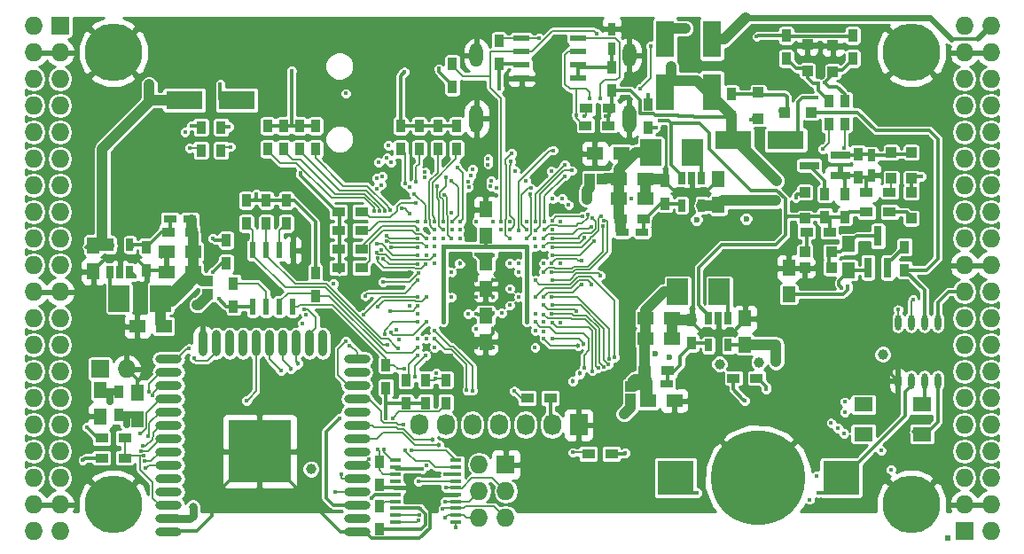
<source format=gbl>
G04 #@! TF.FileFunction,Copper,L4,Bot,Signal*
%FSLAX46Y46*%
G04 Gerber Fmt 4.6, Leading zero omitted, Abs format (unit mm)*
G04 Created by KiCad (PCBNEW 4.0.7+dfsg1-1) date Fri Nov 10 22:42:10 2017*
%MOMM*%
%LPD*%
G01*
G04 APERTURE LIST*
%ADD10C,0.100000*%
%ADD11R,0.500000X0.500000*%
%ADD12R,0.900000X1.200000*%
%ADD13R,1.000000X1.000000*%
%ADD14O,2.500000X0.900000*%
%ADD15O,0.900000X2.500000*%
%ADD16R,6.000000X6.000000*%
%ADD17R,1.800000X3.500000*%
%ADD18R,2.000000X2.500000*%
%ADD19R,0.700000X1.200000*%
%ADD20R,1.250000X1.500000*%
%ADD21R,1.500000X1.250000*%
%ADD22O,0.609600X1.473200*%
%ADD23R,0.800000X1.900000*%
%ADD24R,1.900000X0.800000*%
%ADD25R,1.200000X0.750000*%
%ADD26R,0.750000X1.200000*%
%ADD27R,1.200000X0.900000*%
%ADD28R,0.600000X1.550000*%
%ADD29R,1.550000X0.600000*%
%ADD30R,1.727200X1.727200*%
%ADD31O,1.727200X1.727200*%
%ADD32C,5.500000*%
%ADD33R,1.000000X0.400000*%
%ADD34R,1.727200X2.032000*%
%ADD35O,1.727200X2.032000*%
%ADD36O,1.300000X2.700000*%
%ADD37O,1.300000X2.300000*%
%ADD38R,1.800000X1.400000*%
%ADD39R,3.500000X1.800000*%
%ADD40R,3.500000X3.300000*%
%ADD41C,9.000000*%
%ADD42C,0.400000*%
%ADD43C,0.600000*%
%ADD44C,1.000000*%
%ADD45C,0.454000*%
%ADD46C,0.800000*%
%ADD47C,0.700000*%
%ADD48C,0.300000*%
%ADD49C,1.000000*%
%ADD50C,0.190000*%
%ADD51C,0.600000*%
%ADD52C,0.500000*%
%ADD53C,0.800000*%
%ADD54C,0.700000*%
%ADD55C,0.400000*%
%ADD56C,1.500000*%
%ADD57C,1.200000*%
%ADD58C,0.127000*%
%ADD59C,0.254000*%
G04 APERTURE END LIST*
D10*
D11*
X182675150Y-111637626D03*
D12*
X103498000Y-99858000D03*
X103498000Y-97658000D03*
D13*
X152393000Y-97142000D03*
X152393000Y-98342000D03*
D14*
X126260434Y-111030338D03*
X126260434Y-109760338D03*
X126260434Y-108490338D03*
X126260434Y-107220338D03*
X126260434Y-105950338D03*
X126260434Y-104680338D03*
X126260434Y-103410338D03*
X126260434Y-102140338D03*
X126260434Y-100870338D03*
X126260434Y-99600338D03*
X126260434Y-98330338D03*
X126260434Y-97060338D03*
X126260434Y-95790338D03*
X126260434Y-94520338D03*
D15*
X122975434Y-93030338D03*
X121705434Y-93030338D03*
X120435434Y-93030338D03*
X119165434Y-93030338D03*
X117895434Y-93030338D03*
X116625434Y-93030338D03*
X115355434Y-93030338D03*
X114085434Y-93030338D03*
X112815434Y-93030338D03*
X111545434Y-93030338D03*
D14*
X108260434Y-94520338D03*
X108260434Y-95790338D03*
X108260434Y-97060338D03*
X108260434Y-98330338D03*
X108260434Y-99600338D03*
X108260434Y-100870338D03*
X108260434Y-102140338D03*
X108260434Y-103410338D03*
X108260434Y-104680338D03*
X108260434Y-105950338D03*
X108260434Y-107220338D03*
X108260434Y-108490338D03*
X108260434Y-109760338D03*
X108260434Y-111030338D03*
D16*
X116960434Y-103330338D03*
D17*
X155695000Y-69000000D03*
X155695000Y-64000000D03*
D12*
X154044000Y-72426000D03*
X154044000Y-70226000D03*
D18*
X160870000Y-88090000D03*
X156870000Y-88090000D03*
D19*
X159825000Y-90600000D03*
X160775000Y-90600000D03*
X161725000Y-90600000D03*
X161725000Y-93200000D03*
X159825000Y-93200000D03*
D18*
X158330000Y-74755000D03*
X154330000Y-74755000D03*
D19*
X157285000Y-77235000D03*
X158235000Y-77235000D03*
X159185000Y-77235000D03*
X159185000Y-79835000D03*
X157285000Y-79835000D03*
D18*
X103530000Y-88725000D03*
X107530000Y-88725000D03*
D19*
X104575000Y-86215000D03*
X103625000Y-86215000D03*
X102675000Y-86215000D03*
X102675000Y-83615000D03*
X104575000Y-83615000D03*
D20*
X101085000Y-83665000D03*
X101085000Y-86165000D03*
D21*
X153810000Y-90630000D03*
X156310000Y-90630000D03*
X153810000Y-92535000D03*
X156310000Y-92535000D03*
D20*
X163315000Y-93150000D03*
X163315000Y-90650000D03*
D21*
X151270000Y-79200000D03*
X153770000Y-79200000D03*
X151270000Y-77295000D03*
X153770000Y-77295000D03*
D20*
X160775000Y-79815000D03*
X160775000Y-77315000D03*
D21*
X110590000Y-84280000D03*
X108090000Y-84280000D03*
X110590000Y-86185000D03*
X108090000Y-86185000D03*
D22*
X181730000Y-96599000D03*
X180460000Y-96599000D03*
X179190000Y-96599000D03*
X177920000Y-96599000D03*
X177920000Y-91011000D03*
X179190000Y-91011000D03*
X180460000Y-91011000D03*
X181730000Y-91011000D03*
D20*
X173221000Y-86038000D03*
X173221000Y-83538000D03*
D23*
X176965000Y-85780000D03*
X175065000Y-85780000D03*
X176015000Y-82780000D03*
D24*
X172435000Y-75075000D03*
X172435000Y-76975000D03*
X169435000Y-76025000D03*
D25*
X153910000Y-96910000D03*
X155810000Y-96910000D03*
X151570000Y-82375000D03*
X153470000Y-82375000D03*
X110290000Y-81105000D03*
X108390000Y-81105000D03*
D26*
X175380000Y-75075000D03*
X175380000Y-76975000D03*
D27*
X169200000Y-82375000D03*
X171400000Y-82375000D03*
D12*
X172840000Y-80935000D03*
X172840000Y-78735000D03*
D27*
X177115000Y-80470000D03*
X174915000Y-80470000D03*
D12*
X174110000Y-74925000D03*
X174110000Y-77125000D03*
X178555000Y-83815000D03*
X178555000Y-86015000D03*
X113785000Y-83180000D03*
X113785000Y-85380000D03*
X170935000Y-80935000D03*
X170935000Y-78735000D03*
X128390000Y-108580000D03*
X128390000Y-110780000D03*
D27*
X150572000Y-103584000D03*
X148372000Y-103584000D03*
X177115000Y-78565000D03*
X174915000Y-78565000D03*
X153760000Y-95640000D03*
X155960000Y-95640000D03*
X110440000Y-82375000D03*
X108240000Y-82375000D03*
X151420000Y-81105000D03*
X153620000Y-81105000D03*
D12*
X158235000Y-90800000D03*
X158235000Y-93000000D03*
X106165000Y-86015000D03*
X106165000Y-83815000D03*
X155695000Y-77465000D03*
X155695000Y-79665000D03*
D27*
X126696000Y-85804000D03*
X124496000Y-85804000D03*
X126696000Y-84026000D03*
X124496000Y-84026000D03*
X126696000Y-82248000D03*
X124496000Y-82248000D03*
X126696000Y-80470000D03*
X124496000Y-80470000D03*
D12*
X130422000Y-74458000D03*
X130422000Y-72258000D03*
X132200000Y-74458000D03*
X132200000Y-72258000D03*
X133978000Y-74458000D03*
X133978000Y-72258000D03*
X135756000Y-74458000D03*
X135756000Y-72258000D03*
D28*
X116325000Y-84120000D03*
X117595000Y-84120000D03*
X118865000Y-84120000D03*
X120135000Y-84120000D03*
X120135000Y-89520000D03*
X118865000Y-89520000D03*
X117595000Y-89520000D03*
X116325000Y-89520000D03*
D26*
X150589600Y-64910000D03*
X150589600Y-63010000D03*
D29*
X141980000Y-67705000D03*
X141980000Y-66435000D03*
X141980000Y-65165000D03*
X141980000Y-63895000D03*
X147380000Y-63895000D03*
X147380000Y-65165000D03*
X147380000Y-66435000D03*
X147380000Y-67705000D03*
D30*
X97910000Y-62690000D03*
D31*
X95370000Y-62690000D03*
X97910000Y-65230000D03*
X95370000Y-65230000D03*
X97910000Y-67770000D03*
X95370000Y-67770000D03*
X97910000Y-70310000D03*
X95370000Y-70310000D03*
X97910000Y-72850000D03*
X95370000Y-72850000D03*
X97910000Y-75390000D03*
X95370000Y-75390000D03*
X97910000Y-77930000D03*
X95370000Y-77930000D03*
X97910000Y-80470000D03*
X95370000Y-80470000D03*
X97910000Y-83010000D03*
X95370000Y-83010000D03*
X97910000Y-85550000D03*
X95370000Y-85550000D03*
X97910000Y-88090000D03*
X95370000Y-88090000D03*
X97910000Y-90630000D03*
X95370000Y-90630000D03*
X97910000Y-93170000D03*
X95370000Y-93170000D03*
X97910000Y-95710000D03*
X95370000Y-95710000D03*
X97910000Y-98250000D03*
X95370000Y-98250000D03*
X97910000Y-100790000D03*
X95370000Y-100790000D03*
X97910000Y-103330000D03*
X95370000Y-103330000D03*
X97910000Y-105870000D03*
X95370000Y-105870000D03*
X97910000Y-108410000D03*
X95370000Y-108410000D03*
X97910000Y-110950000D03*
X95370000Y-110950000D03*
D30*
X184270000Y-110950000D03*
D31*
X186810000Y-110950000D03*
X184270000Y-108410000D03*
X186810000Y-108410000D03*
X184270000Y-105870000D03*
X186810000Y-105870000D03*
X184270000Y-103330000D03*
X186810000Y-103330000D03*
X184270000Y-100790000D03*
X186810000Y-100790000D03*
X184270000Y-98250000D03*
X186810000Y-98250000D03*
X184270000Y-95710000D03*
X186810000Y-95710000D03*
X184270000Y-93170000D03*
X186810000Y-93170000D03*
X184270000Y-90630000D03*
X186810000Y-90630000D03*
X184270000Y-88090000D03*
X186810000Y-88090000D03*
X184270000Y-85550000D03*
X186810000Y-85550000D03*
X184270000Y-83010000D03*
X186810000Y-83010000D03*
X184270000Y-80470000D03*
X186810000Y-80470000D03*
X184270000Y-77930000D03*
X186810000Y-77930000D03*
X184270000Y-75390000D03*
X186810000Y-75390000D03*
X184270000Y-72850000D03*
X186810000Y-72850000D03*
X184270000Y-70310000D03*
X186810000Y-70310000D03*
X184270000Y-67770000D03*
X186810000Y-67770000D03*
X184270000Y-65230000D03*
X186810000Y-65230000D03*
X184270000Y-62690000D03*
X186810000Y-62690000D03*
D32*
X102990000Y-108410000D03*
X179190000Y-108410000D03*
X179190000Y-65230000D03*
X102990000Y-65230000D03*
D12*
X162045000Y-71410000D03*
X162045000Y-69210000D03*
X139820000Y-66330000D03*
X139820000Y-64130000D03*
X135375000Y-68532000D03*
X135375000Y-66332000D03*
X150615000Y-68870000D03*
X150615000Y-66670000D03*
D27*
X150275000Y-72215000D03*
X148075000Y-72215000D03*
X150380000Y-70600000D03*
X148180000Y-70600000D03*
D33*
X135735000Y-104215000D03*
X135735000Y-104865000D03*
X135735000Y-105515000D03*
X135735000Y-106165000D03*
X135735000Y-106815000D03*
X135735000Y-107465000D03*
X135735000Y-108115000D03*
X135735000Y-108765000D03*
X135735000Y-109415000D03*
X135735000Y-110065000D03*
X129935000Y-110065000D03*
X129935000Y-109415000D03*
X129935000Y-108765000D03*
X129935000Y-108115000D03*
X129935000Y-107465000D03*
X129935000Y-106815000D03*
X129935000Y-106165000D03*
X129935000Y-105515000D03*
X129935000Y-104865000D03*
X129935000Y-104215000D03*
D12*
X119500000Y-79370000D03*
X119500000Y-81570000D03*
X114480000Y-89500000D03*
X114480000Y-87300000D03*
X129025000Y-97275000D03*
X129025000Y-95075000D03*
X117595000Y-79370000D03*
X117595000Y-81570000D03*
X122280000Y-86300000D03*
X122280000Y-88500000D03*
X115690000Y-79370000D03*
X115690000Y-81570000D03*
D27*
X144730000Y-98250000D03*
X142530000Y-98250000D03*
D12*
X132835000Y-98715000D03*
X132835000Y-96515000D03*
X130930000Y-98715000D03*
X130930000Y-96515000D03*
D27*
X101890000Y-103965000D03*
X104090000Y-103965000D03*
D30*
X101720000Y-95456000D03*
D31*
X104260000Y-95456000D03*
D27*
X104090000Y-102060000D03*
X101890000Y-102060000D03*
D20*
X167506000Y-88324000D03*
X167506000Y-85824000D03*
D27*
X164415000Y-96345000D03*
X162215000Y-96345000D03*
D12*
X167252000Y-65822000D03*
X167252000Y-63622000D03*
D30*
X140455000Y-104600000D03*
D31*
X137915000Y-104600000D03*
X140455000Y-107140000D03*
X137915000Y-107140000D03*
X140455000Y-109680000D03*
X137915000Y-109680000D03*
D20*
X138550000Y-90396000D03*
X138550000Y-92896000D03*
X138550000Y-82736000D03*
X138550000Y-80236000D03*
X138550000Y-85316000D03*
X138550000Y-87816000D03*
X101720000Y-97508000D03*
X101720000Y-100008000D03*
D12*
X113277000Y-74585000D03*
X113277000Y-72385000D03*
X111372000Y-74585000D03*
X111372000Y-72385000D03*
X172840000Y-72045000D03*
X172840000Y-69845000D03*
X171316000Y-72045000D03*
X171316000Y-69845000D03*
D34*
X147440000Y-100790000D03*
D35*
X144900000Y-100790000D03*
X142360000Y-100790000D03*
X139820000Y-100790000D03*
X137280000Y-100790000D03*
X134740000Y-100790000D03*
X132200000Y-100790000D03*
D36*
X152280000Y-71550000D03*
X137680000Y-71550000D03*
D37*
X137680000Y-65500000D03*
X152280000Y-65500000D03*
D38*
X180212000Y-98882000D03*
X174612000Y-98882000D03*
X174612000Y-101682000D03*
X180212000Y-101682000D03*
D20*
X105276000Y-100262000D03*
X105276000Y-97762000D03*
D39*
X109761000Y-69802000D03*
X114761000Y-69802000D03*
X167212000Y-73612000D03*
X162212000Y-73612000D03*
D17*
X160140000Y-64000000D03*
X160140000Y-69000000D03*
D21*
X154064000Y-98504000D03*
X156564000Y-98504000D03*
X107796000Y-91392000D03*
X105296000Y-91392000D03*
X151484000Y-74882000D03*
X148984000Y-74882000D03*
D12*
X173602000Y-65822000D03*
X173602000Y-63622000D03*
X134740000Y-96515000D03*
X134740000Y-98715000D03*
D40*
X172485000Y-105870000D03*
X156685000Y-105870000D03*
D41*
X164585000Y-105870000D03*
D13*
X169284000Y-66988000D03*
X169284000Y-64488000D03*
X171697000Y-67081000D03*
X171697000Y-64581000D03*
X169050000Y-84280000D03*
X171550000Y-84280000D03*
X179190000Y-81085000D03*
X179190000Y-78585000D03*
X169030000Y-81085000D03*
X169030000Y-78585000D03*
X171550000Y-85804000D03*
X169050000Y-85804000D03*
X179190000Y-77275000D03*
X179190000Y-74775000D03*
X177285000Y-74775000D03*
X177285000Y-77275000D03*
X167145000Y-70945000D03*
X169645000Y-70945000D03*
X164585000Y-69060000D03*
X164585000Y-71560000D03*
X112007000Y-87109000D03*
X112007000Y-88309000D03*
X149691000Y-77295000D03*
X148491000Y-77295000D03*
D12*
X128390000Y-106546000D03*
X128390000Y-104346000D03*
X117722000Y-74458000D03*
X117722000Y-72258000D03*
X119246000Y-74458000D03*
X119246000Y-72258000D03*
X120770000Y-74458000D03*
X120770000Y-72258000D03*
X122294000Y-74458000D03*
X122294000Y-72258000D03*
D42*
X135281276Y-80583119D03*
X131279502Y-89407325D03*
X132880424Y-84590510D03*
X170309539Y-85441529D03*
X145698456Y-91073766D03*
D43*
X156262773Y-81349374D03*
X154657528Y-81463649D03*
D44*
X158233687Y-94760979D03*
D42*
X145672808Y-85396062D03*
X144103186Y-84622010D03*
X133216000Y-107465000D03*
X137680000Y-88600000D03*
X142480000Y-95000000D03*
X141680000Y-92600000D03*
X140836000Y-84534000D03*
X135284627Y-94985297D03*
X135288625Y-94225619D03*
X134455822Y-94267172D03*
X136095958Y-93369652D03*
D45*
X139264636Y-91615205D03*
D44*
X116880503Y-64802940D03*
X106974809Y-64953974D03*
X175210328Y-64948943D03*
X165417246Y-64954666D03*
D42*
X175495631Y-71457432D03*
X132810347Y-82177990D03*
X145680000Y-94177990D03*
X177285000Y-95710000D03*
D44*
X177229911Y-82281349D03*
D43*
X164741832Y-81130572D03*
X161067993Y-81216119D03*
D44*
X162992748Y-94820185D03*
D42*
X131254529Y-86251357D03*
X140880000Y-81400000D03*
X136085174Y-89394826D03*
X145680000Y-81400000D03*
X140874194Y-91433353D03*
X142480000Y-94200000D03*
X140880000Y-93400000D03*
X139280000Y-93400000D03*
X137680000Y-93400000D03*
X136880000Y-92600000D03*
X135280000Y-92600000D03*
X132880000Y-91800000D03*
X132880000Y-93400000D03*
D45*
X141042859Y-86994997D03*
X139280000Y-87000000D03*
X136110990Y-86995403D03*
X137680000Y-87000000D03*
X136080000Y-84600000D03*
X139280000Y-88600000D03*
D44*
X166343357Y-77477990D03*
D42*
X172564535Y-87722010D03*
D44*
X121861867Y-105030174D03*
D42*
X150030853Y-71331848D03*
X127656639Y-107816792D03*
D44*
X156235582Y-66548363D03*
X166248957Y-79408030D03*
X101932065Y-82585048D03*
X106417803Y-68312483D03*
X166280000Y-94800000D03*
X157600000Y-62944000D03*
D42*
X180137420Y-77069467D03*
X148271935Y-77777990D03*
D46*
X110593913Y-108636458D03*
D44*
X160884708Y-94994498D03*
D43*
X156077107Y-94326957D03*
X154726292Y-94009946D03*
D42*
X173137949Y-87594275D03*
D44*
X148202454Y-79278787D03*
D47*
X102710050Y-98594954D03*
D42*
X154794000Y-72426000D03*
X129005202Y-100174798D03*
X137659051Y-91638034D03*
X139820000Y-68665673D03*
X172834633Y-99599920D03*
X172879922Y-98618650D03*
X176305593Y-103279812D03*
X165349214Y-97422919D03*
X164433885Y-63737451D03*
X134079160Y-66786153D03*
X109828000Y-72830000D03*
X116654336Y-78777990D03*
D44*
X176474303Y-94069095D03*
D43*
X163422030Y-81120665D03*
X158680000Y-81210838D03*
D42*
X112515000Y-83010000D03*
X100080000Y-104200000D03*
X113080000Y-88800000D03*
D44*
X164653770Y-94825547D03*
D42*
X135273306Y-88618602D03*
X139272517Y-84611349D03*
X137680556Y-84534085D03*
X141680000Y-86200000D03*
X135280000Y-86200000D03*
X132880000Y-92600000D03*
X132080000Y-92600000D03*
X141680000Y-88600000D03*
X141680000Y-85400000D03*
D44*
X151758000Y-99774000D03*
D42*
X136885174Y-90194826D03*
X140094890Y-90122990D03*
X139280000Y-90122990D03*
X140880000Y-89400000D03*
X137680000Y-90172990D03*
X140880000Y-87800000D03*
X140880000Y-85400000D03*
D45*
X136080000Y-85400000D03*
D42*
X121401947Y-90251871D03*
X129988160Y-91721995D03*
X130302262Y-92700329D03*
X121041200Y-91125073D03*
D44*
X110991000Y-89360000D03*
D42*
X142480000Y-91000000D03*
X142480000Y-83800000D03*
X134480000Y-83800000D03*
X134480000Y-91000000D03*
X125193541Y-69156848D03*
X105037711Y-86632990D03*
X155149360Y-71764535D03*
X170182962Y-69571012D03*
X170362901Y-107286196D03*
X158716651Y-107325176D03*
X137295592Y-97538017D03*
X134750646Y-106810513D03*
X133680000Y-91800000D03*
D45*
X134074414Y-102752225D03*
D42*
X136740903Y-97514503D03*
X134675868Y-108131585D03*
D45*
X133449289Y-102232615D03*
D42*
X133680000Y-92600000D03*
X133685482Y-93402296D03*
X127358154Y-104128048D03*
X132936956Y-104698915D03*
X134463998Y-108841973D03*
X130692380Y-100790000D03*
X131808905Y-96227367D03*
X134636872Y-109719950D03*
X132846234Y-94197073D03*
X120834553Y-76779094D03*
X130761990Y-67119621D03*
X147186000Y-71200000D03*
X148477832Y-69619684D03*
X147983153Y-71347080D03*
X149475951Y-69619684D03*
X177926984Y-89812061D03*
X154329326Y-64643767D03*
X152497066Y-79193467D03*
X146481406Y-79819384D03*
X153322343Y-68673419D03*
X143650666Y-63862520D03*
X179351513Y-88868327D03*
X149134122Y-63424051D03*
X140035989Y-81400000D03*
X132103894Y-86323319D03*
X128776655Y-87135140D03*
X115729998Y-98493136D03*
X119008515Y-95662939D03*
D45*
X119978162Y-95412951D03*
X120634035Y-94977604D03*
D42*
X113212238Y-68244401D03*
X144962492Y-79235378D03*
X145834002Y-79198109D03*
X131453853Y-103260518D03*
X149771692Y-81825658D03*
X144080000Y-86200000D03*
X149520824Y-86534121D03*
X144894316Y-86977564D03*
X149549750Y-80868432D03*
X144917291Y-83835368D03*
D45*
X147355672Y-93219294D03*
D42*
X144113248Y-92588762D03*
X144875155Y-86218896D03*
X149846468Y-81303978D03*
X148719886Y-81056015D03*
X144916886Y-82991358D03*
D45*
X147915304Y-93063131D03*
D42*
X144882352Y-92577990D03*
X148747982Y-95669626D03*
X144891634Y-91073766D03*
X149795895Y-95251084D03*
X144867244Y-90229755D03*
X150278898Y-95040253D03*
X144892596Y-89385743D03*
X150345974Y-94517527D03*
X144877648Y-88622010D03*
X150889207Y-94332565D03*
X143280000Y-87000000D03*
X130807074Y-95454141D03*
X130171404Y-93544341D03*
X132080000Y-93400000D03*
X129196652Y-93209125D03*
X133852393Y-95875797D03*
X141280000Y-97600000D03*
X133762848Y-96395146D03*
X132080000Y-94200000D03*
X128606250Y-84075792D03*
X105895603Y-103765816D03*
X132092921Y-89446456D03*
X129449238Y-89926948D03*
X130839486Y-103260518D03*
X128806823Y-103185900D03*
X128251440Y-89564206D03*
X132162861Y-106185868D03*
X132880000Y-88600000D03*
X127040053Y-88481065D03*
X124741825Y-105494691D03*
X132080000Y-87000000D03*
X125499542Y-93250681D03*
X124202418Y-107207639D03*
X110313517Y-74380698D03*
X132146108Y-109940263D03*
X114166000Y-74247000D03*
X132189000Y-109415000D03*
X135360607Y-81398832D03*
X135280062Y-77463305D03*
X134516595Y-81406751D03*
X134758050Y-77130140D03*
X132761172Y-77202673D03*
X132737245Y-76676207D03*
X128644933Y-77050030D03*
X128152012Y-77241956D03*
X128125571Y-78233647D03*
X110718734Y-94451783D03*
X128590544Y-77894041D03*
X110249038Y-93533767D03*
X106368514Y-97613395D03*
X131253134Y-78134216D03*
X132783337Y-81400005D03*
X106741168Y-98035405D03*
X131709326Y-78745875D03*
X129127994Y-82782061D03*
X132081314Y-82968813D03*
X105572759Y-101661319D03*
X129055959Y-83304126D03*
X132886504Y-83790510D03*
X106281049Y-101893466D03*
X132083682Y-83812825D03*
X129521181Y-83853729D03*
X105813763Y-102819336D03*
X132062099Y-84635295D03*
X128165458Y-83528763D03*
X105627254Y-103312241D03*
X128184156Y-84391351D03*
X105992720Y-104283802D03*
X133671942Y-84595200D03*
X128258561Y-84913084D03*
X132845205Y-85455557D03*
X106088753Y-104974041D03*
D45*
X146862501Y-96617499D03*
X147534467Y-95913260D03*
D42*
X147927932Y-95329243D03*
X143280000Y-91000000D03*
X149284391Y-95377990D03*
X144077013Y-90266968D03*
X147207648Y-89973043D03*
X144076240Y-89395301D03*
X143281824Y-90201951D03*
X144102010Y-85397219D03*
X147687522Y-85093328D03*
X144868096Y-85371354D03*
X148610669Y-81900026D03*
X144102010Y-83000000D03*
X144888125Y-82147347D03*
X147695541Y-87377990D03*
X144082832Y-88584510D03*
X148688598Y-87378077D03*
X143278026Y-88595030D03*
X144176662Y-82200004D03*
X148298275Y-80739810D03*
X147802234Y-80917812D03*
X144880004Y-81303335D03*
X139280000Y-81400000D03*
X139578623Y-78205862D03*
X139034115Y-78040948D03*
X139046749Y-77514088D03*
X138775679Y-75942989D03*
X138779198Y-75400762D03*
X137680000Y-81400000D03*
X137308732Y-76415018D03*
X137106948Y-76979922D03*
X136859538Y-77550820D03*
X136922059Y-78097889D03*
X136141618Y-81385046D03*
X135830698Y-76200613D03*
X148878722Y-83261032D03*
X144915665Y-84598743D03*
X148001372Y-82958777D03*
X144103186Y-83777990D03*
X142841210Y-78784254D03*
X142473549Y-82998913D03*
X142486505Y-82156633D03*
X142911762Y-78217369D03*
X144169787Y-81394694D03*
X146080163Y-77044970D03*
X144797106Y-76565342D03*
X143332651Y-82207154D03*
X146778972Y-76522403D03*
X143325775Y-81377293D03*
X146080000Y-76000000D03*
X141662690Y-82207782D03*
X145017056Y-74592808D03*
X142481764Y-81389706D03*
X140030954Y-82200000D03*
X141342967Y-76554996D03*
X141046643Y-74873804D03*
X140864029Y-83041403D03*
X140874966Y-82177164D03*
X140980062Y-75681941D03*
X132880000Y-83009490D03*
X132082756Y-82124801D03*
X132080000Y-81400000D03*
X131847310Y-79589886D03*
X130856828Y-77786820D03*
X131923295Y-77584853D03*
X133648389Y-82190597D03*
X133672584Y-81414685D03*
X129477855Y-92000822D03*
X132880000Y-91000000D03*
X128879646Y-92111037D03*
X132077648Y-90977990D03*
X131275302Y-80595752D03*
X130489904Y-80167235D03*
X132073622Y-85479307D03*
X128785565Y-84928838D03*
X134476508Y-82180155D03*
X133942383Y-77980766D03*
X163908850Y-71651861D03*
X135656559Y-110610712D03*
X132448438Y-104994496D03*
X146844288Y-103452739D03*
X134707351Y-105508447D03*
X132280000Y-108800000D03*
D47*
X104260000Y-100790000D03*
D42*
X112515000Y-86185000D03*
X169506589Y-107953726D03*
X163277422Y-98501717D03*
X170157734Y-105666345D03*
X170735900Y-74464979D03*
X143257990Y-83000000D03*
X168166438Y-79108038D03*
X151896383Y-103510715D03*
X114039000Y-72342000D03*
X110483000Y-72215000D03*
X143269694Y-93414905D03*
X177274002Y-105079115D03*
X172761273Y-101651681D03*
X143280000Y-91800000D03*
X172193360Y-101105663D03*
X144064831Y-91877646D03*
X171540304Y-100645743D03*
X144080000Y-91000000D03*
X154044000Y-69294000D03*
X128349062Y-75753924D03*
X134613000Y-78819000D03*
X135280000Y-83022010D03*
X135320520Y-82196441D03*
X129493343Y-75737814D03*
X136080000Y-82200000D03*
X129125079Y-75315804D03*
X136080000Y-83000000D03*
X129252218Y-74142461D03*
X142393877Y-77513877D03*
X172746637Y-74347988D03*
X143280000Y-83800000D03*
X170300000Y-68151000D03*
X170950000Y-68125562D03*
X125167387Y-92841517D03*
X121206217Y-89762554D03*
X132082956Y-90210779D03*
X182675150Y-111637626D03*
X124027706Y-87347706D03*
X124027707Y-87347707D03*
X166678914Y-70803555D03*
X129660000Y-100155000D03*
X124580000Y-100155000D03*
X132084049Y-88599484D03*
X126880008Y-90276109D03*
X128280000Y-103200000D03*
X100450000Y-101044000D03*
X120008000Y-67008000D03*
X127889625Y-80407426D03*
X133680000Y-85400000D03*
X128416582Y-80399850D03*
X133680000Y-83800000D03*
X128943593Y-80399729D03*
X133680000Y-83000000D03*
X129457990Y-80285112D03*
X134480000Y-83000000D03*
D48*
X108260434Y-111030338D02*
X109060434Y-111030338D01*
X109060434Y-111030338D02*
X109140772Y-110950000D01*
X110957617Y-110950000D02*
X112380000Y-109527617D01*
X109140772Y-110950000D02*
X110957617Y-110950000D01*
X112380000Y-109527617D02*
X112380000Y-107854384D01*
X112380000Y-107854384D02*
X116904046Y-103330338D01*
X116904046Y-103330338D02*
X116960434Y-103330338D01*
X167506000Y-85824000D02*
X169927068Y-85824000D01*
X169927068Y-85824000D02*
X170109540Y-85641528D01*
X170109540Y-85641528D02*
X170309539Y-85441529D01*
X104260000Y-95456000D02*
X105276000Y-96472000D01*
X105276000Y-96472000D02*
X105276000Y-97762000D01*
X132254999Y-111657001D02*
X133216000Y-110696000D01*
X133216000Y-110696000D02*
X133216000Y-107465000D01*
X126260434Y-111030338D02*
X127060434Y-111030338D01*
X127060434Y-111030338D02*
X127687097Y-111657001D01*
X127687097Y-111657001D02*
X132254999Y-111657001D01*
X133216000Y-107465000D02*
X132214478Y-107465000D01*
X135735000Y-107465000D02*
X133216000Y-107465000D01*
X132214478Y-107465000D02*
X131572496Y-106823018D01*
X131572496Y-106823018D02*
X129919874Y-106823018D01*
X126260434Y-111030338D02*
X124660659Y-111030338D01*
X124660659Y-111030338D02*
X116960659Y-103330338D01*
X116960659Y-103330338D02*
X116960434Y-103330338D01*
X129935000Y-106815000D02*
X128659000Y-106815000D01*
X128659000Y-106815000D02*
X128390000Y-106546000D01*
X128390000Y-106546000D02*
X128558000Y-106546000D01*
X136126306Y-93400000D02*
X136095958Y-93369652D01*
X136880000Y-92600000D02*
X136110348Y-93369652D01*
X136049652Y-93369652D02*
X136095958Y-93369652D01*
X137680000Y-93400000D02*
X136126306Y-93400000D01*
X135280000Y-92600000D02*
X136049652Y-93369652D01*
X136110348Y-93369652D02*
X136095958Y-93369652D01*
X139264636Y-92054364D02*
X139264636Y-91936231D01*
X139264636Y-91936231D02*
X139264636Y-91615205D01*
X138550000Y-92769000D02*
X139264636Y-92054364D01*
X136880000Y-92600000D02*
X137680000Y-93400000D01*
X136880000Y-92600000D02*
X138381000Y-92600000D01*
X138381000Y-92600000D02*
X138550000Y-92769000D01*
X135280000Y-92600000D02*
X136880000Y-92600000D01*
X138550000Y-92769000D02*
X138649000Y-92769000D01*
X138649000Y-92769000D02*
X139280000Y-93400000D01*
X138550000Y-92769000D02*
X138311000Y-92769000D01*
X138311000Y-92769000D02*
X137680000Y-93400000D01*
X175042385Y-64781000D02*
X175210328Y-64948943D01*
X171697000Y-64781000D02*
X175042385Y-64781000D01*
X165683912Y-64688000D02*
X165417246Y-64954666D01*
X169284000Y-64688000D02*
X165683912Y-64688000D01*
X169284000Y-64688000D02*
X171604000Y-64688000D01*
X171604000Y-64688000D02*
X171697000Y-64781000D01*
X177285000Y-95710000D02*
X177285000Y-95964000D01*
X177285000Y-95964000D02*
X177920000Y-96599000D01*
X102210000Y-84915000D02*
X103625000Y-84915000D01*
X103625000Y-84915000D02*
X105215000Y-84915000D01*
X103625000Y-86215000D02*
X103625000Y-84915000D01*
X105215000Y-84915000D02*
X106165000Y-85865000D01*
X106165000Y-85865000D02*
X106165000Y-86015000D01*
X101085000Y-86165000D02*
X101085000Y-86040000D01*
X101085000Y-86040000D02*
X102210000Y-84915000D01*
X106165000Y-86015000D02*
X107920000Y-86015000D01*
X107920000Y-86015000D02*
X108090000Y-86185000D01*
D49*
X153770000Y-77295000D02*
X155525000Y-77295000D01*
D48*
X155525000Y-77295000D02*
X155695000Y-77465000D01*
D49*
X153770000Y-79200000D02*
X153770000Y-77295000D01*
D48*
X174110000Y-77125000D02*
X174745000Y-77125000D01*
X174745000Y-77125000D02*
X175230000Y-77125000D01*
X174915000Y-78565000D02*
X174915000Y-77295000D01*
X174915000Y-77295000D02*
X174745000Y-77125000D01*
X172840000Y-78735000D02*
X172840000Y-77380000D01*
X172840000Y-77380000D02*
X172435000Y-76975000D01*
X175230000Y-77125000D02*
X175380000Y-76975000D01*
X172435000Y-76975000D02*
X173960000Y-76975000D01*
X173960000Y-76975000D02*
X174110000Y-77125000D01*
X137680000Y-86200000D02*
X137680000Y-86600000D01*
X136080000Y-84600000D02*
X137680000Y-86200000D01*
X159850000Y-78365000D02*
X158235000Y-78365000D01*
X158235000Y-78365000D02*
X156445000Y-78365000D01*
X158235000Y-77235000D02*
X158235000Y-78365000D01*
X160775000Y-77315000D02*
X160775000Y-77440000D01*
X160775000Y-77440000D02*
X159850000Y-78365000D01*
X156445000Y-78365000D02*
X155695000Y-77615000D01*
X155695000Y-77615000D02*
X155695000Y-77465000D01*
D49*
X156310000Y-90630000D02*
X156310000Y-92535000D01*
X158235000Y-90800000D02*
X156480000Y-90800000D01*
D48*
X156480000Y-90800000D02*
X156310000Y-90630000D01*
X163315000Y-90650000D02*
X163315000Y-90834602D01*
X163315000Y-90834602D02*
X162249602Y-91900000D01*
X162249602Y-91900000D02*
X160775000Y-91900000D01*
X101085000Y-86165000D02*
X101085000Y-85929893D01*
X106165000Y-85944374D02*
X106165000Y-86015000D01*
X159185000Y-91900000D02*
X160775000Y-91900000D01*
X160775000Y-90600000D02*
X160775000Y-91900000D01*
X158235000Y-90800000D02*
X158235000Y-90950000D01*
X158235000Y-90950000D02*
X159185000Y-91900000D01*
X108090000Y-84280000D02*
X108090000Y-86185000D01*
X107625000Y-84745000D02*
X108090000Y-84280000D01*
X108070000Y-84260000D02*
X108090000Y-84280000D01*
X141037856Y-87000000D02*
X141042859Y-86994997D01*
X139280000Y-87000000D02*
X141037856Y-87000000D01*
X136432016Y-86995403D02*
X136110990Y-86995403D01*
X137284597Y-86995403D02*
X136432016Y-86995403D01*
X137680000Y-86600000D02*
X137284597Y-86995403D01*
X137680000Y-86600000D02*
X137680000Y-87000000D01*
D50*
X138029000Y-66332000D02*
X138115000Y-66246000D01*
D49*
X162045000Y-71410000D02*
X162045000Y-73179633D01*
X162045000Y-73179633D02*
X165843358Y-76977991D01*
X165843358Y-76977991D02*
X166343357Y-77477990D01*
D48*
X101085000Y-83665000D02*
X101684316Y-83665000D01*
X101684316Y-83665000D02*
X101913492Y-83435824D01*
D49*
X101913492Y-83435824D02*
X101913492Y-82603621D01*
D48*
X101913492Y-82603621D02*
X101932065Y-82585048D01*
X172296000Y-87453475D02*
X172364536Y-87522011D01*
X172364536Y-87522011D02*
X172564535Y-87722010D01*
X172296000Y-87088000D02*
X172296000Y-87453475D01*
X173221000Y-86038000D02*
X173221000Y-86163000D01*
X173221000Y-86163000D02*
X172296000Y-87088000D01*
X162045000Y-71410000D02*
X158501963Y-71410000D01*
X158501963Y-71410000D02*
X158407951Y-71315988D01*
X158407951Y-71315988D02*
X156965000Y-71315988D01*
X156965000Y-71315988D02*
X156924522Y-71275510D01*
X156924522Y-71275510D02*
X154741030Y-71275510D01*
X153316999Y-71047601D02*
X153316999Y-69786999D01*
X154741030Y-71275510D02*
X154568521Y-71103001D01*
X154568521Y-71103001D02*
X153372399Y-71103001D01*
X153372399Y-71103001D02*
X153316999Y-71047601D01*
X152400000Y-68870000D02*
X151365000Y-68870000D01*
X153316999Y-69786999D02*
X152400000Y-68870000D01*
X151365000Y-68870000D02*
X150615000Y-68870000D01*
X150275000Y-71465000D02*
X150380000Y-71360000D01*
X150380000Y-71360000D02*
X150380000Y-70600000D01*
X150615000Y-70935000D02*
X150615000Y-69995990D01*
X150615000Y-69995990D02*
X150615000Y-68870000D01*
X150313695Y-71331848D02*
X150030853Y-71331848D01*
X150141848Y-71331848D02*
X150030853Y-71331848D01*
X150275000Y-71465000D02*
X150141848Y-71331848D01*
X150275000Y-72215000D02*
X150275000Y-71465000D01*
X128008431Y-107465000D02*
X127856638Y-107616793D01*
X127856638Y-107616793D02*
X127656639Y-107816792D01*
X129935000Y-107465000D02*
X128008431Y-107465000D01*
X160140000Y-69000000D02*
X160140000Y-69850000D01*
X160140000Y-69850000D02*
X161700000Y-71410000D01*
D49*
X156235582Y-67716832D02*
X156235582Y-66548363D01*
X158681338Y-67896338D02*
X156415088Y-67896338D01*
X156415088Y-67896338D02*
X156235582Y-67716832D01*
D48*
X156235582Y-66578582D02*
X156235582Y-66548363D01*
D49*
X160790000Y-79800000D02*
X161181970Y-79408030D01*
X161181970Y-79408030D02*
X165541851Y-79408030D01*
X165541851Y-79408030D02*
X166248957Y-79408030D01*
X101932065Y-81877942D02*
X101932065Y-82585048D01*
X101932065Y-74415935D02*
X101932065Y-81877942D01*
X106407114Y-69940886D02*
X101932065Y-74415935D01*
X106417803Y-69019589D02*
X106417803Y-68312483D01*
X106417803Y-69930197D02*
X106417803Y-69019589D01*
X106407114Y-69940886D02*
X106417803Y-69930197D01*
X166280000Y-93150000D02*
X166280000Y-94800000D01*
D48*
X110610000Y-69548000D02*
X110610000Y-69802000D01*
D49*
X109975000Y-69802000D02*
X106546000Y-69802000D01*
X106546000Y-69802000D02*
X106419000Y-69929000D01*
X106419000Y-69929000D02*
X106407114Y-69940886D01*
D48*
X106419000Y-69675000D02*
X106419000Y-69929000D01*
X100572432Y-83665000D02*
X100424079Y-83813353D01*
X101085000Y-83665000D02*
X100572432Y-83665000D01*
X160790000Y-79800000D02*
X160775000Y-79815000D01*
D49*
X163315000Y-93150000D02*
X166280000Y-93150000D01*
D48*
X160775000Y-79940000D02*
X160775000Y-79815000D01*
X164925000Y-93150000D02*
X164240000Y-93150000D01*
X164240000Y-93150000D02*
X163315000Y-93150000D01*
X101085000Y-83665000D02*
X101085000Y-83790000D01*
D49*
X159185000Y-79835000D02*
X160755000Y-79835000D01*
D48*
X160755000Y-79835000D02*
X160775000Y-79815000D01*
X161725000Y-93200000D02*
X163265000Y-93200000D01*
X163265000Y-93200000D02*
X163315000Y-93150000D01*
X173221000Y-86038000D02*
X174807000Y-86038000D01*
X174807000Y-86038000D02*
X175065000Y-85780000D01*
D49*
X101085000Y-83665000D02*
X102625000Y-83665000D01*
D48*
X102625000Y-83665000D02*
X102675000Y-83615000D01*
X161700000Y-71410000D02*
X162045000Y-71410000D01*
D49*
X162045000Y-71410000D02*
X162045000Y-71260000D01*
X162045000Y-71260000D02*
X158681338Y-67896338D01*
D48*
X162045000Y-71753000D02*
X162045000Y-71410000D01*
X155695000Y-64000000D02*
X155695000Y-63368337D01*
X155695000Y-63368337D02*
X156119337Y-62944000D01*
D49*
X156119337Y-62944000D02*
X157600000Y-62944000D01*
X160140000Y-64000000D02*
X161340000Y-64000000D01*
X161340000Y-64000000D02*
X163399217Y-61940783D01*
D51*
X163399217Y-61940783D02*
X180980783Y-61940783D01*
D52*
X185540000Y-63960000D02*
X186810000Y-62690000D01*
D51*
X180980783Y-61940783D02*
X183000000Y-63960000D01*
D48*
X183000000Y-63960000D02*
X185540000Y-63960000D01*
X179854578Y-77069467D02*
X180137420Y-77069467D01*
X179195533Y-77069467D02*
X179854578Y-77069467D01*
X179190000Y-77075000D02*
X179195533Y-77069467D01*
X179190000Y-78585000D02*
X179190000Y-77275000D01*
X148471934Y-77577991D02*
X148271935Y-77777990D01*
X148491000Y-77295000D02*
X148491000Y-77558925D01*
X148491000Y-77558925D02*
X148471934Y-77577991D01*
X148202000Y-78022023D02*
X148271935Y-77952088D01*
X148271935Y-77952088D02*
X148271935Y-77777990D01*
X129025000Y-97275000D02*
X129025000Y-98800000D01*
X129025000Y-98800000D02*
X129025000Y-100155000D01*
X130930000Y-98715000D02*
X129110000Y-98715000D01*
X129110000Y-98715000D02*
X129025000Y-98800000D01*
D53*
X110593913Y-109202143D02*
X110593913Y-108636458D01*
X110593913Y-109476859D02*
X110593913Y-109202143D01*
X110310434Y-109760338D02*
X110593913Y-109476859D01*
X108260434Y-109760338D02*
X110310434Y-109760338D01*
D48*
X167506000Y-88324000D02*
X172691066Y-88324000D01*
X172691066Y-88324000D02*
X173137949Y-87877117D01*
X173137949Y-87877117D02*
X173137949Y-87594275D01*
D49*
X148202454Y-78413536D02*
X148202454Y-78571681D01*
X148202000Y-78413082D02*
X148202454Y-78413536D01*
X148202454Y-78571681D02*
X148202454Y-79278787D01*
D54*
X102710050Y-97683950D02*
X102710050Y-98099980D01*
X102736000Y-97658000D02*
X102710050Y-97683950D01*
X102710050Y-98099980D02*
X102710050Y-98594954D01*
X102736000Y-97658000D02*
X101870000Y-97658000D01*
X103498000Y-97658000D02*
X102736000Y-97658000D01*
D48*
X101870000Y-97658000D02*
X101720000Y-97508000D01*
X148202000Y-78413082D02*
X148491000Y-78124082D01*
D49*
X148491000Y-78124082D02*
X148491000Y-77295000D01*
X148202000Y-78413082D02*
X148439744Y-78175338D01*
D48*
X154806000Y-72438000D02*
X154794000Y-72426000D01*
X154044000Y-72426000D02*
X154794000Y-72426000D01*
X129025000Y-100155000D02*
X129005202Y-100174798D01*
X129025000Y-97275000D02*
X129025000Y-98175000D01*
X132835000Y-98715000D02*
X130930000Y-98715000D01*
X173602000Y-63706000D02*
X167336000Y-63706000D01*
X167336000Y-63706000D02*
X167252000Y-63622000D01*
X167252000Y-63622000D02*
X164549336Y-63622000D01*
X164549336Y-63622000D02*
X164433885Y-63737451D01*
X138550000Y-85042000D02*
X138188471Y-85042000D01*
X138188471Y-85042000D02*
X137680556Y-84534085D01*
X138550000Y-85042000D02*
X138841866Y-85042000D01*
X138841866Y-85042000D02*
X139272517Y-84611349D01*
X137680556Y-84534085D02*
X139195253Y-84534085D01*
X139195253Y-84534085D02*
X139272517Y-84611349D01*
X139820000Y-66330000D02*
X139820000Y-68665673D01*
X165349214Y-97129214D02*
X165349214Y-97422919D01*
X164565000Y-96345000D02*
X165349214Y-97129214D01*
X164415000Y-96345000D02*
X164565000Y-96345000D01*
X134079160Y-67068995D02*
X134079160Y-66786153D01*
X134079160Y-67086160D02*
X134079160Y-67068995D01*
X135375000Y-68382000D02*
X134079160Y-67086160D01*
X135375000Y-68532000D02*
X135375000Y-68382000D01*
X116654336Y-79155664D02*
X116654336Y-79060832D01*
X115690000Y-79370000D02*
X116440000Y-79370000D01*
X116440000Y-79370000D02*
X116654336Y-79155664D01*
X116654336Y-79060832D02*
X116654336Y-78777990D01*
X181730000Y-89106000D02*
X182746000Y-88090000D01*
X182746000Y-88090000D02*
X184270000Y-88090000D01*
X181730000Y-91011000D02*
X181730000Y-89106000D01*
X144730000Y-98250000D02*
X144730000Y-99266000D01*
X144730000Y-99266000D02*
X144730000Y-99400000D01*
X144730000Y-99400000D02*
X144730000Y-100620000D01*
X113785000Y-83180000D02*
X112685000Y-83180000D01*
X112685000Y-83180000D02*
X112515000Y-83010000D01*
X122280000Y-86300000D02*
X122280000Y-81400000D01*
X122280000Y-81400000D02*
X120250000Y-79370000D01*
X120250000Y-79370000D02*
X119500000Y-79370000D01*
X100315000Y-103965000D02*
X100080000Y-104200000D01*
X101890000Y-103965000D02*
X100315000Y-103965000D01*
X117595000Y-79370000D02*
X119500000Y-79370000D01*
X115690000Y-79370000D02*
X117595000Y-79370000D01*
X114480000Y-89500000D02*
X113780000Y-89500000D01*
X113780000Y-89500000D02*
X113080000Y-88800000D01*
X114480000Y-89500000D02*
X116305000Y-89500000D01*
X116305000Y-89500000D02*
X116325000Y-89520000D01*
X144900000Y-98250000D02*
X144730000Y-98250000D01*
X144730000Y-100620000D02*
X144900000Y-100790000D01*
X139820000Y-66330000D02*
X141875000Y-66330000D01*
X141875000Y-66330000D02*
X141980000Y-66435000D01*
D49*
X152393000Y-98392000D02*
X152393000Y-99139000D01*
X152393000Y-99139000D02*
X151758000Y-99774000D01*
D48*
X138550000Y-90269000D02*
X137776010Y-90269000D01*
X137776010Y-90269000D02*
X137680000Y-90172990D01*
X138550000Y-90269000D02*
X139133990Y-90269000D01*
X139133990Y-90269000D02*
X139280000Y-90122990D01*
X156010000Y-95710000D02*
X156524914Y-95710000D01*
X156524914Y-95710000D02*
X157145126Y-95089788D01*
X157145126Y-95089788D02*
X157145126Y-94239874D01*
X157145126Y-94239874D02*
X158235000Y-93150000D01*
X158235000Y-93150000D02*
X158235000Y-93000000D01*
X155960000Y-95640000D02*
X155960000Y-96760000D01*
X155960000Y-96760000D02*
X155810000Y-96910000D01*
X158235000Y-93000000D02*
X159625000Y-93000000D01*
X159625000Y-93000000D02*
X159825000Y-93200000D01*
D49*
X112007000Y-88471000D02*
X111118000Y-89360000D01*
X111118000Y-89360000D02*
X110991000Y-89360000D01*
D48*
X112007000Y-88359000D02*
X112007000Y-88471000D01*
D55*
X137480000Y-83800000D02*
X138550000Y-83800000D01*
X138550000Y-83800000D02*
X142480000Y-83800000D01*
D48*
X138550000Y-83298000D02*
X138550000Y-83800000D01*
D55*
X134480000Y-83800000D02*
X137480000Y-83800000D01*
X142480000Y-83800000D02*
X142480000Y-91000000D01*
X134480000Y-91000000D02*
X134480000Y-83800000D01*
D48*
X167183550Y-81105000D02*
X167183550Y-82681450D01*
X166265000Y-83600000D02*
X161080000Y-83600000D01*
X167183550Y-82681450D02*
X166265000Y-83600000D01*
X161080000Y-83600000D02*
X158880000Y-85800000D01*
X158880000Y-85800000D02*
X158880000Y-89400000D01*
X158880000Y-89400000D02*
X159825000Y-90345000D01*
X159825000Y-90345000D02*
X159825000Y-90600000D01*
X156280000Y-72000000D02*
X159003987Y-72000000D01*
X159003987Y-72000000D02*
X159926293Y-72922306D01*
X159926293Y-72922306D02*
X159926293Y-74478638D01*
X159926293Y-74478638D02*
X163850815Y-78403160D01*
X167183550Y-79228973D02*
X167183550Y-81105000D01*
X163850815Y-78403160D02*
X166357737Y-78403160D01*
X166357737Y-78403160D02*
X167183550Y-79228973D01*
X104619721Y-86215000D02*
X104837712Y-86432991D01*
X104575000Y-86215000D02*
X104619721Y-86215000D01*
X104837712Y-86432991D02*
X105037711Y-86632990D01*
X156280000Y-72000000D02*
X156044535Y-71764535D01*
X156044535Y-71764535D02*
X155432202Y-71764535D01*
X155432202Y-71764535D02*
X155149360Y-71764535D01*
X169030000Y-80885000D02*
X167403550Y-80885000D01*
X167403550Y-80885000D02*
X167183550Y-81105000D01*
X156280000Y-75980000D02*
X156280000Y-72000000D01*
X157285000Y-77235000D02*
X157285000Y-76985000D01*
X157285000Y-76985000D02*
X156280000Y-75980000D01*
X168980000Y-80885000D02*
X169030000Y-80885000D01*
X169030000Y-80885000D02*
X170885000Y-80885000D01*
X170885000Y-80885000D02*
X170935000Y-80935000D01*
X170935000Y-80935000D02*
X171570000Y-80935000D01*
X171570000Y-80935000D02*
X172840000Y-80935000D01*
X171400000Y-82375000D02*
X171400000Y-81105000D01*
X171400000Y-81105000D02*
X171570000Y-80935000D01*
X174915000Y-80470000D02*
X173305000Y-80470000D01*
X173305000Y-80470000D02*
X172840000Y-80935000D01*
X155210000Y-79665000D02*
X155695000Y-79665000D01*
X153620000Y-81105000D02*
X153770000Y-81105000D01*
X153770000Y-81105000D02*
X155210000Y-79665000D01*
X153620000Y-81105000D02*
X153620000Y-82225000D01*
X153620000Y-82225000D02*
X153470000Y-82375000D01*
X155695000Y-79665000D02*
X157115000Y-79665000D01*
X157115000Y-79665000D02*
X157285000Y-79835000D01*
X155525000Y-79835000D02*
X155695000Y-79665000D01*
X108240000Y-82375000D02*
X107605000Y-82375000D01*
X107605000Y-82375000D02*
X106165000Y-83815000D01*
X104575000Y-83615000D02*
X105965000Y-83615000D01*
X105965000Y-83615000D02*
X106165000Y-83815000D01*
X104775000Y-83815000D02*
X104575000Y-83615000D01*
X108070000Y-82545000D02*
X108240000Y-82375000D01*
X108390000Y-81105000D02*
X108390000Y-82225000D01*
X108390000Y-82225000D02*
X108240000Y-82375000D01*
X168141000Y-73485000D02*
X168402683Y-73223317D01*
X168402683Y-73223317D02*
X168402683Y-69932420D01*
X168402683Y-69932420D02*
X168764091Y-69571012D01*
X168764091Y-69571012D02*
X169900120Y-69571012D01*
X169900120Y-69571012D02*
X170182962Y-69571012D01*
X170645743Y-107286196D02*
X170362901Y-107286196D01*
X171252736Y-107286196D02*
X170645743Y-107286196D01*
X178585200Y-99953732D02*
X171252736Y-107286196D01*
X178585200Y-97635600D02*
X178585200Y-99953732D01*
X179190000Y-97030800D02*
X178585200Y-97635600D01*
X179190000Y-96599000D02*
X179190000Y-97030800D01*
X158433809Y-107325176D02*
X158716651Y-107325176D01*
X158140176Y-107325176D02*
X158433809Y-107325176D01*
X156685000Y-105870000D02*
X158140176Y-107325176D01*
D50*
X137295592Y-97255175D02*
X137295592Y-97538017D01*
X135181878Y-93301878D02*
X135425772Y-93301878D01*
X135425772Y-93301878D02*
X137295592Y-95171698D01*
X133680000Y-91800000D02*
X135181878Y-93301878D01*
X137295592Y-95171698D02*
X137295592Y-97255175D01*
X133753388Y-102752225D02*
X134074414Y-102752225D01*
X131793914Y-102752225D02*
X133753388Y-102752225D01*
X130570701Y-101529012D02*
X131793914Y-102752225D01*
X126260434Y-102140338D02*
X128151195Y-102140338D01*
X128151195Y-102140338D02*
X128762521Y-101529012D01*
X128762521Y-101529012D02*
X130570701Y-101529012D01*
X137254415Y-105873269D02*
X139188269Y-105873269D01*
X139188269Y-105873269D02*
X140455000Y-107140000D01*
X135735000Y-106856777D02*
X135718950Y-106872827D01*
X135718950Y-106872827D02*
X135656636Y-106810513D01*
X135656636Y-106810513D02*
X135033488Y-106810513D01*
X135033488Y-106810513D02*
X134750646Y-106810513D01*
X137254415Y-105873269D02*
X136254857Y-106872827D01*
X135735000Y-106815000D02*
X135735000Y-106856777D01*
X136254857Y-106872827D02*
X135718950Y-106872827D01*
X134698889Y-93618889D02*
X135294462Y-93618889D01*
X136740903Y-95065330D02*
X136740903Y-97231661D01*
X133680000Y-92600000D02*
X134698889Y-93618889D01*
X135294462Y-93618889D02*
X136740903Y-95065330D01*
X136740903Y-97231661D02*
X136740903Y-97514503D01*
X127700434Y-100870338D02*
X126260434Y-100870338D01*
X129997343Y-101048651D02*
X127878747Y-101048651D01*
X130160693Y-101212001D02*
X129997343Y-101048651D01*
X130702010Y-101212001D02*
X130160693Y-101212001D01*
X131722624Y-102232615D02*
X130702010Y-101212001D01*
X133449289Y-102232615D02*
X131722624Y-102232615D01*
X127878747Y-101048651D02*
X127700434Y-100870338D01*
X135735000Y-108115000D02*
X136940000Y-108115000D01*
X136940000Y-108115000D02*
X137915000Y-107140000D01*
X135644172Y-108131585D02*
X134958710Y-108131585D01*
X134958710Y-108131585D02*
X134675868Y-108131585D01*
X135669098Y-108106659D02*
X135644172Y-108131585D01*
X135726659Y-108106659D02*
X135669098Y-108106659D01*
X135735000Y-108115000D02*
X135726659Y-108106659D01*
X127158155Y-104328047D02*
X127358154Y-104128048D01*
X126805864Y-104680338D02*
X127158155Y-104328047D01*
X126260434Y-104680338D02*
X126805864Y-104680338D01*
X135735000Y-108765000D02*
X136425000Y-108765000D01*
X136595601Y-108594399D02*
X139369399Y-108594399D01*
X139369399Y-108594399D02*
X139591401Y-108816401D01*
X136425000Y-108765000D02*
X136595601Y-108594399D01*
X139591401Y-108816401D02*
X140455000Y-109680000D01*
X134540971Y-108765000D02*
X134463998Y-108841973D01*
X135735000Y-108765000D02*
X134540971Y-108765000D01*
X126260434Y-98330338D02*
X127374630Y-98330338D01*
X128583200Y-99538908D02*
X128583200Y-100377360D01*
X127374630Y-98330338D02*
X128583200Y-99538908D01*
X128583200Y-100377360D02*
X128802640Y-100596800D01*
X128802640Y-100596800D02*
X129993813Y-100596800D01*
X129993813Y-100596800D02*
X130187013Y-100790000D01*
X130187013Y-100790000D02*
X130692380Y-100790000D01*
X131808905Y-95944525D02*
X131808905Y-96227367D01*
X131808905Y-95234402D02*
X131808905Y-95944525D01*
X132846234Y-94197073D02*
X131808905Y-95234402D01*
X136690000Y-109680000D02*
X137915000Y-109680000D01*
X135735000Y-109415000D02*
X136425000Y-109415000D01*
X136425000Y-109415000D02*
X136690000Y-109680000D01*
X134636872Y-109719950D02*
X134941822Y-109415000D01*
X134941822Y-109415000D02*
X135735000Y-109415000D01*
D48*
X180460000Y-87920000D02*
X178555000Y-86015000D01*
X180460000Y-91011000D02*
X180460000Y-87920000D01*
X169445000Y-70945000D02*
X174084740Y-70945000D01*
X174084740Y-70945000D02*
X175826942Y-72687202D01*
X175826942Y-72687202D02*
X180932202Y-72687202D01*
X180932202Y-72687202D02*
X181730000Y-73485000D01*
X181730000Y-73485000D02*
X181730000Y-84915000D01*
X181730000Y-84915000D02*
X180630000Y-86015000D01*
X180630000Y-86015000D02*
X178555000Y-86015000D01*
X176015000Y-82780000D02*
X173979000Y-82780000D01*
X173979000Y-82780000D02*
X173221000Y-83538000D01*
X171350000Y-84280000D02*
X172479000Y-84280000D01*
X172479000Y-84280000D02*
X173221000Y-83538000D01*
X171350000Y-84280000D02*
X171350000Y-85804000D01*
X177285000Y-74975000D02*
X179190000Y-74975000D01*
X175380000Y-75075000D02*
X177185000Y-75075000D01*
X177185000Y-75075000D02*
X177285000Y-74975000D01*
X174110000Y-74925000D02*
X175230000Y-74925000D01*
X175230000Y-74925000D02*
X175380000Y-75075000D01*
X172435000Y-75075000D02*
X173960000Y-75075000D01*
X173960000Y-75075000D02*
X174110000Y-74925000D01*
X169200000Y-82375000D02*
X169200000Y-84230000D01*
X169200000Y-84230000D02*
X169250000Y-84280000D01*
X177115000Y-80470000D02*
X178775000Y-80470000D01*
X178775000Y-80470000D02*
X179190000Y-80885000D01*
X176965000Y-85780000D02*
X176965000Y-85405000D01*
X176965000Y-85405000D02*
X178555000Y-83815000D01*
X181730000Y-100536000D02*
X180784000Y-101482000D01*
X180784000Y-101482000D02*
X179412000Y-101482000D01*
X181730000Y-96599000D02*
X181730000Y-100536000D01*
X180460000Y-96599000D02*
X180460000Y-99057757D01*
X180460000Y-99057757D02*
X180446075Y-99071682D01*
X170935000Y-78735000D02*
X170935000Y-77525000D01*
X170935000Y-77525000D02*
X169435000Y-76025000D01*
D50*
X177285000Y-77075000D02*
X177285000Y-78395000D01*
X177285000Y-78395000D02*
X177115000Y-78565000D01*
D48*
X124496000Y-80470000D02*
X124346000Y-80470000D01*
X120834553Y-76958553D02*
X120834553Y-76779094D01*
X124346000Y-80470000D02*
X120834553Y-76958553D01*
X124582000Y-80470000D02*
X124432000Y-80470000D01*
X124582000Y-84279000D02*
X124582000Y-86185000D01*
X124582000Y-82375000D02*
X124582000Y-84279000D01*
X124582000Y-80470000D02*
X124582000Y-82375000D01*
X132200000Y-72258000D02*
X130422000Y-72258000D01*
X133978000Y-72258000D02*
X132200000Y-72258000D01*
X135756000Y-72258000D02*
X133978000Y-72258000D01*
X135748350Y-72191002D02*
X135722352Y-72217000D01*
X130402940Y-67478671D02*
X130761990Y-67119621D01*
X130402940Y-72217000D02*
X130402940Y-67478671D01*
D50*
X148477832Y-69002168D02*
X148167449Y-68691785D01*
X148167449Y-68691785D02*
X148071785Y-68691785D01*
X148477832Y-69619684D02*
X148477832Y-69002168D01*
X147186000Y-68691785D02*
X148071785Y-68691785D01*
X147380000Y-65165000D02*
X146460390Y-65165000D01*
X146586447Y-68691785D02*
X147186000Y-68691785D01*
X146460390Y-65165000D02*
X146133498Y-65491892D01*
X146133498Y-65491892D02*
X146133498Y-68238836D01*
X146133498Y-68238836D02*
X146586447Y-68691785D01*
X147186000Y-71476000D02*
X147186000Y-71200000D01*
X147186000Y-71200000D02*
X147186000Y-68691785D01*
X148075000Y-72215000D02*
X147925000Y-72215000D01*
X147925000Y-72215000D02*
X147186000Y-71476000D01*
X148075000Y-72215000D02*
X148075000Y-71961000D01*
X147380000Y-63895000D02*
X150955962Y-63895000D01*
X150955962Y-63895000D02*
X151352044Y-64291082D01*
X151352044Y-67579418D02*
X151043301Y-67888161D01*
X151352044Y-64291082D02*
X151352044Y-67579418D01*
X151043301Y-67888161D02*
X149894932Y-67888161D01*
X149894932Y-67888161D02*
X149475951Y-68307142D01*
X149475951Y-68307142D02*
X149475951Y-69336842D01*
X149475951Y-69336842D02*
X149475951Y-69619684D01*
X148072920Y-71347080D02*
X147983153Y-71347080D01*
X148180000Y-71240000D02*
X148072920Y-71347080D01*
X148180000Y-70600000D02*
X148180000Y-71240000D01*
X177920000Y-89819045D02*
X177926984Y-89812061D01*
X177920000Y-91011000D02*
X177920000Y-89819045D01*
X154329326Y-64926609D02*
X154329326Y-64643767D01*
X153322343Y-68673419D02*
X154329326Y-67666436D01*
X154329326Y-67666436D02*
X154329326Y-64926609D01*
X141980000Y-63895000D02*
X143618186Y-63895000D01*
X143618186Y-63895000D02*
X143650666Y-63862520D01*
X141980000Y-63895000D02*
X140055000Y-63895000D01*
X140055000Y-63895000D02*
X139820000Y-64130000D01*
X179190000Y-91011000D02*
X179190000Y-89029840D01*
X179190000Y-89029840D02*
X179351513Y-88868327D01*
X142945000Y-65165000D02*
X144935202Y-63174798D01*
X148934123Y-63224052D02*
X149134122Y-63424051D01*
X144935202Y-63174798D02*
X148884869Y-63174798D01*
X148884869Y-63174798D02*
X148934123Y-63224052D01*
X141980000Y-65165000D02*
X142945000Y-65165000D01*
X138980000Y-68578574D02*
X138980000Y-67516000D01*
X140035989Y-81400000D02*
X140035989Y-69634563D01*
X140035989Y-69634563D02*
X138980000Y-68578574D01*
X136409000Y-67516000D02*
X138980000Y-67516000D01*
X138980000Y-67516000D02*
X138980000Y-65165000D01*
X135375000Y-66332000D02*
X135375000Y-66482000D01*
X135375000Y-66482000D02*
X136409000Y-67516000D01*
X138980000Y-65165000D02*
X141980000Y-65165000D01*
D48*
X150589600Y-64910000D02*
X150589600Y-66644600D01*
X150589600Y-66644600D02*
X150615000Y-66670000D01*
X147380000Y-67705000D02*
X147380000Y-66435000D01*
X150615000Y-66670000D02*
X147615000Y-66670000D01*
X147615000Y-66670000D02*
X147380000Y-66435000D01*
D50*
X128776655Y-87135140D02*
X131292073Y-87135140D01*
X131903895Y-86523318D02*
X132103894Y-86323319D01*
X131292073Y-87135140D02*
X131903895Y-86523318D01*
X116625434Y-97597700D02*
X115929997Y-98293137D01*
X115929997Y-98293137D02*
X115729998Y-98493136D01*
X116625434Y-93030338D02*
X116625434Y-97597700D01*
X117895434Y-93030338D02*
X117895434Y-94549858D01*
X118808516Y-95462940D02*
X119008515Y-95662939D01*
X117895434Y-94549858D02*
X118808516Y-95462940D01*
X119751163Y-95185952D02*
X119978162Y-95412951D01*
X119165434Y-93030338D02*
X119165434Y-94600223D01*
X119165434Y-94600223D02*
X119751163Y-95185952D01*
X120435434Y-93030338D02*
X120435434Y-94779003D01*
X120435434Y-94779003D02*
X120634035Y-94977604D01*
D48*
X113212238Y-69737238D02*
X113212238Y-68527243D01*
X113277000Y-69802000D02*
X113212238Y-69737238D01*
X113212238Y-68527243D02*
X113212238Y-68244401D01*
D50*
X129935000Y-108115000D02*
X128895397Y-108115000D01*
X128895397Y-108115000D02*
X128373228Y-108637169D01*
X135760266Y-104239298D02*
X134781486Y-103260518D01*
X134781486Y-103260518D02*
X131736695Y-103260518D01*
X131736695Y-103260518D02*
X131453853Y-103260518D01*
X149771692Y-84259987D02*
X149771692Y-82108500D01*
X145138186Y-85796887D02*
X145206679Y-85865380D01*
X144080000Y-86200000D02*
X144483113Y-85796887D01*
X145206679Y-85865380D02*
X146790302Y-85865380D01*
X149771692Y-82108500D02*
X149771692Y-81825658D01*
X148343733Y-85687946D02*
X149771692Y-84259987D01*
X144483113Y-85796887D02*
X145138186Y-85796887D01*
X146967735Y-85687946D02*
X148343733Y-85687946D01*
X146790302Y-85865380D02*
X146967735Y-85687946D01*
X149308669Y-86321966D02*
X149320825Y-86334122D01*
X146574761Y-86977564D02*
X147230359Y-86321966D01*
X149320825Y-86334122D02*
X149520824Y-86534121D01*
X147230359Y-86321966D02*
X149308669Y-86321966D01*
X144894316Y-86977564D02*
X146574761Y-86977564D01*
X149349682Y-82233898D02*
X149349682Y-81068500D01*
X149349751Y-81068431D02*
X149549750Y-80868432D01*
X149349682Y-81068500D02*
X149349751Y-81068431D01*
X144917291Y-83835368D02*
X147748212Y-83835368D01*
X148456721Y-83126859D02*
X148456721Y-83061241D01*
X148456721Y-83061241D02*
X148676161Y-82841801D01*
X148676161Y-82841801D02*
X148741779Y-82841801D01*
X147748212Y-83835368D02*
X148456721Y-83126859D01*
X148741779Y-82841801D02*
X149349682Y-82233898D01*
X144113248Y-92588762D02*
X144743780Y-93219294D01*
X147034646Y-93219294D02*
X147355672Y-93219294D01*
X144743780Y-93219294D02*
X147034646Y-93219294D01*
X150193694Y-84286307D02*
X148475045Y-86004956D01*
X149846468Y-81303978D02*
X150129310Y-81303978D01*
X150129310Y-81303978D02*
X150193694Y-81368362D01*
X150193694Y-81368362D02*
X150193694Y-84286307D01*
X146885107Y-86218896D02*
X145157997Y-86218896D01*
X148475045Y-86004956D02*
X147099047Y-86004956D01*
X147099047Y-86004956D02*
X146885107Y-86218896D01*
X145157997Y-86218896D02*
X144875155Y-86218896D01*
X148919885Y-81256014D02*
X148719886Y-81056015D01*
X147466871Y-82868714D02*
X147810795Y-82524790D01*
X149032671Y-82102588D02*
X149032671Y-81368800D01*
X148610469Y-82524790D02*
X149032671Y-82102588D01*
X149032671Y-81368800D02*
X148919885Y-81256014D01*
X147466871Y-82991358D02*
X147466871Y-82868714D01*
X147810795Y-82524790D02*
X148610469Y-82524790D01*
X147466871Y-82991358D02*
X145199728Y-82991358D01*
X147481096Y-83005583D02*
X147466871Y-82991358D01*
X145199728Y-82991358D02*
X144916886Y-82991358D01*
X147688305Y-92836132D02*
X147915304Y-93063131D01*
X147430163Y-92577990D02*
X147688305Y-92836132D01*
X144882352Y-92577990D02*
X147430163Y-92577990D01*
X148723536Y-91850270D02*
X148723536Y-95362338D01*
X148369033Y-91495767D02*
X148723536Y-91850270D01*
X148747982Y-95386784D02*
X148747982Y-95669626D01*
X145313635Y-91495767D02*
X148369033Y-91495767D01*
X144891634Y-91073766D02*
X145313635Y-91495767D01*
X148723536Y-95362338D02*
X148747982Y-95386784D01*
X149368234Y-94823423D02*
X149595896Y-95051085D01*
X149368234Y-91598328D02*
X149368234Y-94823423D01*
X148164951Y-90395045D02*
X149368234Y-91598328D01*
X146754942Y-90229755D02*
X146920232Y-90395045D01*
X149595896Y-95051085D02*
X149795895Y-95251084D01*
X144867244Y-90229755D02*
X146754942Y-90229755D01*
X146920232Y-90395045D02*
X148164951Y-90395045D01*
X144892596Y-89385743D02*
X147603970Y-89385743D01*
X149828669Y-91610442D02*
X149828669Y-94609733D01*
X150259189Y-95040253D02*
X150278898Y-95040253D01*
X147603970Y-89385743D02*
X149828669Y-91610442D01*
X149828669Y-94609733D02*
X150259189Y-95040253D01*
X144877648Y-88622010D02*
X147288558Y-88622010D01*
X150345974Y-94234685D02*
X150345974Y-94517527D01*
X150345974Y-91679426D02*
X150345974Y-94234685D01*
X147288558Y-88622010D02*
X150345974Y-91679426D01*
X150889207Y-94049723D02*
X150889207Y-94332565D01*
X148574062Y-86638977D02*
X150889207Y-88954122D01*
X147361669Y-86638977D02*
X148574062Y-86638977D01*
X146600646Y-87400000D02*
X147361669Y-86638977D01*
X143680000Y-87400000D02*
X146600646Y-87400000D01*
X150889207Y-88954122D02*
X150889207Y-94049723D01*
X143280000Y-87000000D02*
X143680000Y-87400000D01*
X118865000Y-84120000D02*
X118865000Y-82205000D01*
X118865000Y-82205000D02*
X119500000Y-81570000D01*
X116780000Y-87300000D02*
X117595000Y-88115000D01*
X117595000Y-88115000D02*
X117595000Y-89520000D01*
X114480000Y-87300000D02*
X116780000Y-87300000D01*
X120625000Y-89520000D02*
X120804456Y-89340544D01*
X120135000Y-89520000D02*
X120625000Y-89520000D01*
X120804456Y-89340544D02*
X123946751Y-89340544D01*
X123946751Y-89340544D02*
X129025000Y-94418793D01*
X129025000Y-94418793D02*
X129025000Y-95075000D01*
X130185090Y-95454141D02*
X130088513Y-95454141D01*
X129025000Y-95075000D02*
X129805949Y-95075000D01*
X129805949Y-95075000D02*
X130185090Y-95454141D01*
X130807074Y-95454141D02*
X130185090Y-95454141D01*
X128596678Y-92617343D02*
X129244406Y-92617343D01*
X123340323Y-87360988D02*
X128596678Y-92617343D01*
X117595000Y-84595000D02*
X120360988Y-87360988D01*
X120360988Y-87360988D02*
X123340323Y-87360988D01*
X117595000Y-84120000D02*
X117595000Y-84595000D01*
X129971405Y-93344342D02*
X130171404Y-93544341D01*
X129244406Y-92617343D02*
X129971405Y-93344342D01*
X117595000Y-84120000D02*
X117595000Y-81570000D01*
X122920000Y-88500000D02*
X122280000Y-88500000D01*
X123582693Y-88500000D02*
X122920000Y-88500000D01*
X131513657Y-93966343D02*
X129049036Y-93966343D01*
X129049036Y-93966343D02*
X123582693Y-88500000D01*
X132080000Y-93400000D02*
X131513657Y-93966343D01*
X122280000Y-88500000D02*
X122031234Y-88251234D01*
X122031234Y-88251234D02*
X119658766Y-88251234D01*
X119658766Y-88251234D02*
X118865000Y-89045000D01*
X118865000Y-89045000D02*
X118865000Y-89520000D01*
X128913810Y-93209125D02*
X129196652Y-93209125D01*
X123209013Y-87677999D02*
X128740139Y-93209125D01*
X119407999Y-87677999D02*
X123209013Y-87677999D01*
X128740139Y-93209125D02*
X128913810Y-93209125D01*
X116325000Y-84120000D02*
X116325000Y-84595000D01*
X116325000Y-84595000D02*
X119407999Y-87677999D01*
X116325000Y-84120000D02*
X116325000Y-82205000D01*
X116325000Y-82205000D02*
X115690000Y-81570000D01*
X142530000Y-98250000D02*
X141930000Y-98250000D01*
X141930000Y-98250000D02*
X141280000Y-97600000D01*
X134045690Y-96395146D02*
X133762848Y-96395146D01*
X132835000Y-96515000D02*
X133642994Y-96515000D01*
X134902547Y-96248879D02*
X134756280Y-96395146D01*
X133642994Y-96515000D02*
X133762848Y-96395146D01*
X134756280Y-96395146D02*
X134045690Y-96395146D01*
X132080000Y-94200000D02*
X131242159Y-95037841D01*
X131242159Y-95037841D02*
X131242159Y-96202841D01*
X131242159Y-96202841D02*
X130930000Y-96515000D01*
X105895603Y-103765816D02*
X105530000Y-103765816D01*
X105530000Y-103765816D02*
X104289184Y-103765816D01*
X106701556Y-106279556D02*
X105530000Y-105108000D01*
X105530000Y-105108000D02*
X105530000Y-103765816D01*
X106748950Y-106279556D02*
X106701556Y-106279556D01*
X104289184Y-103765816D02*
X104090000Y-103965000D01*
X104090000Y-103965000D02*
X104090000Y-102432010D01*
X104090000Y-103965000D02*
X104434394Y-103965000D01*
X106748950Y-107778854D02*
X107460434Y-108490338D01*
X106748950Y-106279556D02*
X106748950Y-107778854D01*
X107460434Y-108490338D02*
X108260434Y-108490338D01*
X109060434Y-108490338D02*
X108260434Y-108490338D01*
X103945000Y-103965000D02*
X104090000Y-103965000D01*
D48*
X103940000Y-102060000D02*
X104090000Y-102060000D01*
X104260000Y-101890000D02*
X104090000Y-102060000D01*
D50*
X131612429Y-89926948D02*
X131892922Y-89646455D01*
X129449238Y-89926948D02*
X131612429Y-89926948D01*
X131892922Y-89646455D02*
X132092921Y-89446456D01*
X135735000Y-104865000D02*
X133727603Y-104865000D01*
X133727603Y-104865000D02*
X133139517Y-104276914D01*
X131039485Y-103460517D02*
X130839486Y-103260518D01*
X131855882Y-104276914D02*
X131039485Y-103460517D01*
X133139517Y-104276914D02*
X131855882Y-104276914D01*
X128806823Y-103386823D02*
X128806823Y-103185900D01*
X129635000Y-104215000D02*
X128806823Y-103386823D01*
X129935000Y-104215000D02*
X129635000Y-104215000D01*
X131881487Y-89024446D02*
X131833286Y-88976245D01*
X131833286Y-88976245D02*
X128839401Y-88976245D01*
X128839401Y-88976245D02*
X128451439Y-89364207D01*
X132455554Y-89024446D02*
X131881487Y-89024446D01*
X128451439Y-89364207D02*
X128251440Y-89564206D01*
X132880000Y-88600000D02*
X132455554Y-89024446D01*
X135792529Y-106185868D02*
X132445703Y-106185868D01*
X135798078Y-106180319D02*
X135792529Y-106185868D01*
X132445703Y-106185868D02*
X132162861Y-106185868D01*
X130843382Y-88236618D02*
X127284500Y-88236618D01*
X132080000Y-87000000D02*
X130843382Y-88236618D01*
X127284500Y-88236618D02*
X127240052Y-88281066D01*
X127240052Y-88281066D02*
X127040053Y-88481065D01*
X124741825Y-105871729D02*
X124741825Y-105777533D01*
X124741825Y-105777533D02*
X124741825Y-105494691D01*
X124820434Y-105950338D02*
X124741825Y-105871729D01*
X126260434Y-105950338D02*
X124820434Y-105950338D01*
X125630777Y-93250681D02*
X125499542Y-93250681D01*
X126260434Y-94520338D02*
X126260434Y-93880338D01*
X126260434Y-93880338D02*
X125630777Y-93250681D01*
X126260434Y-107220338D02*
X124215117Y-107220338D01*
X124215117Y-107220338D02*
X124202418Y-107207639D01*
X129989706Y-110093313D02*
X131993058Y-110093313D01*
X131993058Y-110093313D02*
X132146108Y-109940263D01*
X110313517Y-74380698D02*
X111167698Y-74380698D01*
X111167698Y-74380698D02*
X111372000Y-74585000D01*
X129920049Y-109454792D02*
X129959841Y-109415000D01*
X129959841Y-109415000D02*
X132189000Y-109415000D01*
X114166000Y-74247000D02*
X113615000Y-74247000D01*
X113615000Y-74247000D02*
X113277000Y-74585000D01*
X135560606Y-81198833D02*
X135360607Y-81398832D01*
X135942999Y-78126242D02*
X135942999Y-80816440D01*
X135942999Y-80816440D02*
X135560606Y-81198833D01*
X135280062Y-77463305D02*
X135942999Y-78126242D01*
X134758050Y-77130140D02*
X134758050Y-78049388D01*
X134471364Y-81078678D02*
X134516595Y-81123909D01*
X134471364Y-79301926D02*
X134471364Y-81078678D01*
X134758050Y-78049388D02*
X134190999Y-78616439D01*
X134516595Y-81123909D02*
X134516595Y-81406751D01*
X134190999Y-78616439D02*
X134190999Y-79021561D01*
X134190999Y-79021561D02*
X134471364Y-79301926D01*
X112815434Y-93030338D02*
X112815434Y-93830338D01*
X112815434Y-93830338D02*
X111993990Y-94651782D01*
X110918733Y-94651782D02*
X110718734Y-94451783D01*
X111993990Y-94651782D02*
X110918733Y-94651782D01*
X110047005Y-93533767D02*
X110249038Y-93533767D01*
X108260434Y-94520338D02*
X109060434Y-94520338D01*
X109060434Y-94520338D02*
X110047005Y-93533767D01*
X106368514Y-96882258D02*
X106368514Y-97330553D01*
X108260434Y-95790338D02*
X107460434Y-95790338D01*
X107460434Y-95790338D02*
X106368514Y-96882258D01*
X106368514Y-97330553D02*
X106368514Y-97613395D01*
X131709326Y-78745875D02*
X132783337Y-79819886D01*
X132783337Y-81117163D02*
X132783337Y-81400005D01*
X132783337Y-79819886D02*
X132783337Y-81117163D01*
X108260434Y-97060338D02*
X107460434Y-97060338D01*
X106820434Y-97700338D02*
X106820434Y-97956139D01*
X107460434Y-97060338D02*
X106820434Y-97700338D01*
X106820434Y-97956139D02*
X106741168Y-98035405D01*
X129314746Y-82968813D02*
X129127994Y-82782061D01*
X132081314Y-82968813D02*
X129314746Y-82968813D01*
X105772758Y-101461320D02*
X105572759Y-101661319D01*
X106123001Y-101111077D02*
X105772758Y-101461320D01*
X107460434Y-98330338D02*
X106123001Y-99667771D01*
X106123001Y-99667771D02*
X106123001Y-101111077D01*
X108260434Y-98330338D02*
X107460434Y-98330338D01*
X129338801Y-83304126D02*
X129055959Y-83304126D01*
X132486817Y-83390823D02*
X129425498Y-83390823D01*
X132886504Y-83790510D02*
X132486817Y-83390823D01*
X129425498Y-83390823D02*
X129338801Y-83304126D01*
X107460434Y-99600338D02*
X106440012Y-100620760D01*
X106440012Y-101734503D02*
X106281049Y-101893466D01*
X106440012Y-100620760D02*
X106440012Y-101734503D01*
X108260434Y-99600338D02*
X107460434Y-99600338D01*
X132042778Y-83853729D02*
X132083682Y-83812825D01*
X129521181Y-83853729D02*
X132042778Y-83853729D01*
X106096605Y-102819336D02*
X105813763Y-102819336D01*
X106698136Y-102041958D02*
X106698136Y-102217805D01*
X106820434Y-101510338D02*
X106820434Y-101919660D01*
X107460434Y-100870338D02*
X106820434Y-101510338D01*
X108260434Y-100870338D02*
X107460434Y-100870338D01*
X106698136Y-102217805D02*
X106096605Y-102819336D01*
X106820434Y-101919660D02*
X106698136Y-102041958D01*
X129028251Y-83873231D02*
X129028251Y-83957613D01*
X129705933Y-84635295D02*
X131779257Y-84635295D01*
X128165458Y-83528763D02*
X128683783Y-83528763D01*
X131779257Y-84635295D02*
X132062099Y-84635295D01*
X129028251Y-83957613D02*
X129705933Y-84635295D01*
X128683783Y-83528763D02*
X129028251Y-83873231D01*
X106288531Y-103312241D02*
X105910096Y-103312241D01*
X105910096Y-103312241D02*
X105627254Y-103312241D01*
X108260434Y-102140338D02*
X107460434Y-102140338D01*
X107460434Y-102140338D02*
X106288531Y-103312241D01*
X128461123Y-84491082D02*
X128283887Y-84491082D01*
X132264661Y-85057297D02*
X129538407Y-85057297D01*
X133234181Y-85032961D02*
X132288997Y-85032961D01*
X128283887Y-84491082D02*
X128184156Y-84391351D01*
X132288997Y-85032961D02*
X132264661Y-85057297D01*
X128476877Y-84506836D02*
X128461123Y-84491082D01*
X133671942Y-84595200D02*
X133234181Y-85032961D01*
X129538407Y-85057297D02*
X128987946Y-84506836D01*
X128987946Y-84506836D02*
X128476877Y-84506836D01*
X106275562Y-104283802D02*
X105992720Y-104283802D01*
X108260434Y-103410338D02*
X107460434Y-103410338D01*
X107460434Y-103410338D02*
X106586970Y-104283802D01*
X106586970Y-104283802D02*
X106275562Y-104283802D01*
X131740684Y-85770933D02*
X128833568Y-85770933D01*
X132845205Y-85455557D02*
X132399453Y-85901309D01*
X131871060Y-85901309D02*
X131740684Y-85770933D01*
X128258561Y-85195926D02*
X128258561Y-84913084D01*
X128833568Y-85770933D02*
X128258561Y-85195926D01*
X132399453Y-85901309D02*
X131871060Y-85901309D01*
X106288752Y-104774042D02*
X106088753Y-104974041D01*
X108260434Y-104680338D02*
X106382456Y-104680338D01*
X106382456Y-104680338D02*
X106288752Y-104774042D01*
X143280000Y-91000000D02*
X143730111Y-91450111D01*
X143730111Y-91450111D02*
X144643417Y-91450111D01*
X144643417Y-91450111D02*
X145296258Y-92102952D01*
X145296258Y-92102952D02*
X147909477Y-92102952D01*
X147909477Y-92102952D02*
X148406525Y-92600000D01*
X148406525Y-92600000D02*
X148406525Y-93715698D01*
X148406525Y-93715698D02*
X147927932Y-94194291D01*
X147927932Y-94194291D02*
X147927932Y-95329243D01*
X149040547Y-91718961D02*
X149040547Y-95134146D01*
X149040547Y-95134146D02*
X149084392Y-95177991D01*
X144461801Y-90651756D02*
X146728622Y-90651756D01*
X144077013Y-90266968D02*
X144461801Y-90651756D01*
X146728622Y-90651756D02*
X146788922Y-90712056D01*
X146788922Y-90712056D02*
X148033642Y-90712056D01*
X148033642Y-90712056D02*
X149040547Y-91718961D01*
X149084392Y-95177991D02*
X149284391Y-95377990D01*
X147042350Y-89807745D02*
X147207648Y-89973043D01*
X144488684Y-89807745D02*
X147042350Y-89807745D01*
X144076240Y-89395301D02*
X144488684Y-89807745D01*
X147285413Y-84974061D02*
X147404680Y-85093328D01*
X145265389Y-84974061D02*
X147285413Y-84974061D01*
X147404680Y-85093328D02*
X147687522Y-85093328D01*
X144868096Y-85371354D02*
X145265389Y-84974061D01*
X146869594Y-82569351D02*
X147338920Y-82100025D01*
X148410670Y-82100025D02*
X148610669Y-81900026D01*
X147338920Y-82100025D02*
X148410670Y-82100025D01*
X144532659Y-82569351D02*
X146869594Y-82569351D01*
X144102010Y-83000000D02*
X144532659Y-82569351D01*
X147495542Y-87577989D02*
X147695541Y-87377990D01*
X146895541Y-88177990D02*
X147495542Y-87577989D01*
X144082832Y-88584510D02*
X144489352Y-88177990D01*
X144489352Y-88177990D02*
X146895541Y-88177990D01*
X147492979Y-86955988D02*
X148266509Y-86955988D01*
X148488599Y-87178078D02*
X148688598Y-87378077D01*
X148266509Y-86955988D02*
X148488599Y-87178078D01*
X146692979Y-87755988D02*
X147492979Y-86955988D01*
X144117068Y-87755988D02*
X146692979Y-87755988D01*
X143278026Y-88595030D02*
X144117068Y-87755988D01*
X148298275Y-80739810D02*
X148298275Y-81022652D01*
X147168624Y-81822001D02*
X145477439Y-81822001D01*
X145477439Y-81822001D02*
X145380777Y-81725339D01*
X148298275Y-81022652D02*
X147735184Y-81585743D01*
X147404881Y-81585743D02*
X147168624Y-81822001D01*
X147735184Y-81585743D02*
X147404881Y-81585743D01*
X145380777Y-81725339D02*
X144651327Y-81725339D01*
X144651327Y-81725339D02*
X144376661Y-82000005D01*
X144376661Y-82000005D02*
X144176662Y-82200004D01*
X144880004Y-81303335D02*
X145265527Y-80917812D01*
X147519392Y-80917812D02*
X147802234Y-80917812D01*
X145265527Y-80917812D02*
X147519392Y-80917812D01*
X136341617Y-81185047D02*
X136141618Y-81385046D01*
X135830698Y-76200613D02*
X136341617Y-76711532D01*
X136341617Y-76711532D02*
X136341617Y-81185047D01*
X148878722Y-83269867D02*
X148878722Y-83261032D01*
X148884787Y-83275932D02*
X148878722Y-83269867D01*
X147561976Y-84598743D02*
X148884787Y-83275932D01*
X144915665Y-84598743D02*
X147561976Y-84598743D01*
X147546788Y-83413361D02*
X147801373Y-83158776D01*
X144103186Y-83777990D02*
X144467815Y-83413361D01*
X147801373Y-83158776D02*
X148001372Y-82958777D01*
X144467815Y-83413361D02*
X147546788Y-83413361D01*
X142473549Y-82998913D02*
X142910645Y-82561817D01*
X142903774Y-79129660D02*
X142841210Y-79067096D01*
X142841210Y-79067096D02*
X142841210Y-78784254D01*
X142910645Y-81586725D02*
X142903774Y-81579854D01*
X142903774Y-81579854D02*
X142903774Y-79129660D01*
X142910645Y-82561817D02*
X142910645Y-81586725D01*
X141980034Y-78866255D02*
X141980034Y-81650162D01*
X142911762Y-78217369D02*
X142628920Y-78217369D01*
X142286506Y-81956634D02*
X142486505Y-82156633D01*
X141980034Y-81650162D02*
X142286506Y-81956634D01*
X142628920Y-78217369D02*
X141980034Y-78866255D01*
X146080163Y-77044970D02*
X144169787Y-78955346D01*
X144169787Y-78955346D02*
X144169787Y-81111852D01*
X144169787Y-81111852D02*
X144169787Y-81394694D01*
X146778972Y-76522403D02*
X146005917Y-76522403D01*
X143747785Y-81792020D02*
X143532650Y-82007155D01*
X143532650Y-82007155D02*
X143332651Y-82207154D01*
X146005917Y-76522403D02*
X143747785Y-78780535D01*
X143747785Y-78780535D02*
X143747785Y-81792020D01*
X146080000Y-76000000D02*
X143325775Y-78754225D01*
X143325775Y-78754225D02*
X143325775Y-81094451D01*
X143325775Y-81094451D02*
X143325775Y-81377293D01*
X141662690Y-81924940D02*
X141662690Y-82207782D01*
X141662690Y-77620502D02*
X141662690Y-81924940D01*
X144690384Y-74592808D02*
X141662690Y-77620502D01*
X145017056Y-74592808D02*
X144690384Y-74592808D01*
X140457999Y-81602561D02*
X140457999Y-81197439D01*
X140457999Y-81197439D02*
X140502001Y-81153437D01*
X140502001Y-81153437D02*
X140502001Y-75946277D01*
X140440226Y-75480221D02*
X140846644Y-75073803D01*
X140846644Y-75073803D02*
X141046643Y-74873804D01*
X140440226Y-75884502D02*
X140440226Y-75480221D01*
X140502001Y-75946277D02*
X140440226Y-75884502D01*
X140452964Y-82630338D02*
X140452964Y-81607596D01*
X140864029Y-83041403D02*
X140452964Y-82630338D01*
X140452964Y-81607596D02*
X140457999Y-81602561D01*
X141074965Y-81977165D02*
X140874966Y-82177164D01*
X141302001Y-81750129D02*
X141074965Y-81977165D01*
X140893701Y-76051144D02*
X140893701Y-80789139D01*
X140980062Y-75964783D02*
X140893701Y-76051144D01*
X140980062Y-75681941D02*
X140980062Y-75964783D01*
X141302001Y-81197439D02*
X141302001Y-81750129D01*
X140893701Y-80789139D02*
X141302001Y-81197439D01*
X126696000Y-85804000D02*
X126846000Y-85804000D01*
X126846000Y-85804000D02*
X127518001Y-85131999D01*
X127518001Y-83500999D02*
X128765343Y-82253657D01*
X128765343Y-82253657D02*
X131585598Y-82253657D01*
X131585598Y-82253657D02*
X131878752Y-82546811D01*
X131878752Y-82546811D02*
X132417321Y-82546811D01*
X127518001Y-85131999D02*
X127518001Y-83500999D01*
X132417321Y-82546811D02*
X132680001Y-82809491D01*
X132680001Y-82809491D02*
X132880000Y-83009490D01*
X131882757Y-81924802D02*
X132082756Y-82124801D01*
X131761944Y-81803989D02*
X131882757Y-81924802D01*
X128639690Y-81803989D02*
X131761944Y-81803989D01*
X126696000Y-83747679D02*
X128639690Y-81803989D01*
X126696000Y-84026000D02*
X126696000Y-83747679D01*
X127454001Y-82248000D02*
X126696000Y-82248000D01*
X128302001Y-81400000D02*
X127454001Y-82248000D01*
X132080000Y-81400000D02*
X128302001Y-81400000D01*
X130067902Y-80369797D02*
X130067902Y-79964673D01*
X131564468Y-79589886D02*
X131847310Y-79589886D01*
X130442689Y-79589886D02*
X131564468Y-79589886D01*
X130067902Y-79964673D02*
X130442689Y-79589886D01*
X127480000Y-81000000D02*
X129437699Y-81000000D01*
X126950000Y-80470000D02*
X127480000Y-81000000D01*
X126696000Y-80470000D02*
X126950000Y-80470000D01*
X129437699Y-81000000D02*
X130067902Y-80369797D01*
X130856828Y-74903041D02*
X130856828Y-77503978D01*
X130406165Y-74452378D02*
X130856828Y-74903041D01*
X130856828Y-77503978D02*
X130856828Y-77786820D01*
X132187803Y-74438238D02*
X132187803Y-75854197D01*
X132187803Y-75854197D02*
X131923295Y-76118705D01*
X131923295Y-76118705D02*
X131923295Y-77302011D01*
X131923295Y-77302011D02*
X131923295Y-77584853D01*
X133976510Y-74417028D02*
X133976510Y-76727635D01*
X133205340Y-81747548D02*
X133448390Y-81990598D01*
X133448390Y-81990598D02*
X133648389Y-82190597D01*
X133205340Y-81197439D02*
X133205340Y-81747548D01*
X133164422Y-81156521D02*
X133205340Y-81197439D01*
X133164422Y-77539723D02*
X133164422Y-81156521D01*
X133976510Y-76727635D02*
X133164422Y-77539723D01*
X133672584Y-81131843D02*
X133672584Y-81414685D01*
X133481433Y-77671033D02*
X133481433Y-80827832D01*
X135729868Y-75422598D02*
X133481433Y-77671033D01*
X135708658Y-74438238D02*
X135729868Y-74459448D01*
X135729868Y-74459448D02*
X135729868Y-75422598D01*
X133672584Y-81018983D02*
X133672584Y-81131843D01*
X133481433Y-80827832D02*
X133672584Y-81018983D01*
X129677854Y-92200821D02*
X129477855Y-92000822D01*
X131658136Y-92221864D02*
X129698897Y-92221864D01*
X132880000Y-91000000D02*
X131658136Y-92221864D01*
X129698897Y-92221864D02*
X129677854Y-92200821D01*
X132077648Y-90977990D02*
X129684172Y-90977990D01*
X129684172Y-90977990D02*
X128879646Y-91782516D01*
X128879646Y-91828195D02*
X128879646Y-92111037D01*
X128879646Y-91782516D02*
X128879646Y-91828195D01*
X130489904Y-80167235D02*
X130846785Y-80167235D01*
X131075303Y-80395753D02*
X131275302Y-80595752D01*
X130846785Y-80167235D02*
X131075303Y-80395753D01*
X129307642Y-85450915D02*
X132045230Y-85450915D01*
X132045230Y-85450915D02*
X132073622Y-85479307D01*
X128785565Y-84928838D02*
X129307642Y-85450915D01*
X133873988Y-78332003D02*
X133873988Y-79152871D01*
X134094585Y-79373468D02*
X134094585Y-81798232D01*
X133942383Y-78263608D02*
X133873988Y-78332003D01*
X134276509Y-81980156D02*
X134476508Y-82180155D01*
X133873988Y-79152871D02*
X134094585Y-79373468D01*
X133942383Y-77980766D02*
X133942383Y-78263608D01*
X134094585Y-81798232D02*
X134276509Y-81980156D01*
X164170000Y-71360000D02*
X163908850Y-71621150D01*
X163908850Y-71621150D02*
X163908850Y-71651861D01*
X164585000Y-71360000D02*
X164170000Y-71360000D01*
X135656559Y-110327870D02*
X135656559Y-110610712D01*
X135815000Y-110065000D02*
X135656559Y-110223441D01*
X135656559Y-110223441D02*
X135656559Y-110327870D01*
D48*
X132165596Y-104994496D02*
X132448438Y-104994496D01*
X130058273Y-104994496D02*
X132165596Y-104994496D01*
X129931513Y-104867736D02*
X130058273Y-104994496D01*
D50*
X146844288Y-103452739D02*
X148240739Y-103452739D01*
X148240739Y-103452739D02*
X148372000Y-103584000D01*
D48*
X132788989Y-109308989D02*
X132479999Y-108999999D01*
X132479999Y-108999999D02*
X132280000Y-108800000D01*
X132788989Y-110361011D02*
X132788989Y-109308989D01*
X132370000Y-110780000D02*
X132788989Y-110361011D01*
X128390000Y-110780000D02*
X132370000Y-110780000D01*
X134990193Y-105508447D02*
X134707351Y-105508447D01*
X135769012Y-105508447D02*
X134990193Y-105508447D01*
X135798078Y-105537513D02*
X135769012Y-105508447D01*
X129908439Y-108769832D02*
X132249832Y-108769832D01*
X132249832Y-108769832D02*
X132280000Y-108800000D01*
D54*
X103498000Y-99858000D02*
X104260000Y-99858000D01*
X104260000Y-99858000D02*
X104872000Y-99858000D01*
X104260000Y-100790000D02*
X104260000Y-99858000D01*
D48*
X104872000Y-99858000D02*
X105276000Y-100262000D01*
X113785000Y-85380000D02*
X113320000Y-85380000D01*
X113320000Y-85380000D02*
X112515000Y-86185000D01*
X163077423Y-98301718D02*
X163277422Y-98501717D01*
X162215000Y-96345000D02*
X162215000Y-97439295D01*
X162215000Y-97439295D02*
X163077423Y-98301718D01*
D50*
X170935899Y-74264980D02*
X170735900Y-74464979D01*
X171316000Y-72045000D02*
X171316000Y-73884879D01*
X171316000Y-73884879D02*
X170935899Y-74264980D01*
D48*
X169030000Y-78785000D02*
X168280000Y-78785000D01*
X168166438Y-78898562D02*
X168166438Y-79108038D01*
X168280000Y-78785000D02*
X168166438Y-78898562D01*
X150572000Y-103584000D02*
X151823098Y-103584000D01*
X151823098Y-103584000D02*
X151896383Y-103510715D01*
X114039000Y-72342000D02*
X113320000Y-72342000D01*
X113320000Y-72342000D02*
X113277000Y-72385000D01*
X111202000Y-72215000D02*
X111372000Y-72385000D01*
X110483000Y-72215000D02*
X111202000Y-72215000D01*
X154044000Y-70226000D02*
X154044000Y-69294000D01*
D50*
X135280000Y-83022010D02*
X134898510Y-82640520D01*
X134898510Y-82640520D02*
X134898510Y-81649400D01*
X134898510Y-81649400D02*
X134938597Y-81609313D01*
X134812999Y-79018999D02*
X134613000Y-78819000D01*
X134812999Y-80725562D02*
X134812999Y-79018999D01*
X134938597Y-80851160D02*
X134812999Y-80725562D01*
X134938597Y-81609313D02*
X134938597Y-80851160D01*
X172840000Y-74254625D02*
X172746637Y-74347988D01*
X172840000Y-72045000D02*
X172840000Y-74254625D01*
D48*
X169284000Y-66788000D02*
X168218000Y-66788000D01*
X168218000Y-66788000D02*
X167252000Y-65822000D01*
X167379000Y-65822000D02*
X167379000Y-65972000D01*
X169792000Y-68151000D02*
X169284000Y-67643000D01*
X169284000Y-67643000D02*
X169284000Y-66788000D01*
X170300000Y-68151000D02*
X169792000Y-68151000D01*
X170300000Y-68151000D02*
X170300000Y-68829000D01*
X170300000Y-68829000D02*
X171316000Y-69845000D01*
X171697000Y-66881000D02*
X172627000Y-66881000D01*
X172627000Y-66881000D02*
X173602000Y-65906000D01*
X171697000Y-66881000D02*
X171697000Y-67378562D01*
X171697000Y-67378562D02*
X170950000Y-68125562D01*
X170950000Y-68125562D02*
X171321817Y-68497379D01*
X172840000Y-69221505D02*
X172840000Y-69845000D01*
X171321817Y-68497379D02*
X172115874Y-68497379D01*
X172115874Y-68497379D02*
X172840000Y-69221505D01*
D50*
X124455554Y-96055458D02*
X124455554Y-93553350D01*
X124967388Y-93041516D02*
X125167387Y-92841517D01*
X125460434Y-97060338D02*
X124455554Y-96055458D01*
X126260434Y-97060338D02*
X125460434Y-97060338D01*
X124455554Y-93553350D02*
X124967388Y-93041516D01*
X122345434Y-90519358D02*
X121588630Y-89762554D01*
X121705434Y-92230338D02*
X122345434Y-91590338D01*
X121705434Y-93030338D02*
X121705434Y-92230338D01*
X122345434Y-91590338D02*
X122345434Y-90519358D01*
X121489059Y-89762554D02*
X121206217Y-89762554D01*
X121588630Y-89762554D02*
X121489059Y-89762554D01*
D48*
X162045000Y-69210000D02*
X164535000Y-69210000D01*
X166961756Y-70803555D02*
X166678914Y-70803555D01*
X167345000Y-70945000D02*
X167203555Y-70803555D01*
X167203555Y-70803555D02*
X166961756Y-70803555D01*
X167345000Y-70945000D02*
X167345000Y-69480000D01*
X167345000Y-69480000D02*
X167125000Y-69260000D01*
X164585000Y-69260000D02*
X167125000Y-69260000D01*
X164535000Y-69210000D02*
X164585000Y-69260000D01*
D50*
X134073010Y-99551990D02*
X134073010Y-99531990D01*
X134073010Y-99531990D02*
X134740000Y-98865000D01*
X134740000Y-98865000D02*
X134740000Y-98715000D01*
X129660000Y-100155000D02*
X130263010Y-99551990D01*
X130263010Y-99551990D02*
X134073010Y-99551990D01*
D48*
X123310000Y-101425000D02*
X124580000Y-100155000D01*
X123310000Y-107775000D02*
X123310000Y-101425000D01*
X124025338Y-108490338D02*
X123310000Y-107775000D01*
X126260434Y-108490338D02*
X124025338Y-108490338D01*
D56*
X153733519Y-96686345D02*
X152894918Y-96686345D01*
X152894918Y-96686345D02*
X152774476Y-96806787D01*
D57*
X153910000Y-96910000D02*
X153910000Y-98350000D01*
D48*
X153910000Y-98350000D02*
X154064000Y-98504000D01*
X153733519Y-97228519D02*
X153733519Y-96686345D01*
D49*
X153701005Y-95301005D02*
X153810000Y-95410000D01*
X153701005Y-92643995D02*
X153701005Y-95301005D01*
X153810000Y-92535000D02*
X153701005Y-92643995D01*
D48*
X153810000Y-95410000D02*
X154110000Y-95710000D01*
X154110000Y-95710000D02*
X154110000Y-96385000D01*
D49*
X156870000Y-88090000D02*
X155570000Y-88090000D01*
X155570000Y-88090000D02*
X153810000Y-89850000D01*
X153810000Y-89850000D02*
X153810000Y-90630000D01*
X153810000Y-92535000D02*
X153810000Y-90630000D01*
D48*
X153695000Y-90515000D02*
X153810000Y-90630000D01*
D49*
X149993577Y-77289735D02*
X151038211Y-77289735D01*
X151038211Y-77289735D02*
X151095040Y-77232906D01*
D48*
X154044000Y-74469000D02*
X154330000Y-74755000D01*
X151330000Y-75000000D02*
X151330000Y-77235000D01*
X151330000Y-77235000D02*
X151270000Y-77295000D01*
D49*
X151270000Y-77295000D02*
X151264735Y-77289735D01*
X151270000Y-77295000D02*
X151270000Y-76370000D01*
D48*
X152885000Y-74755000D02*
X153030000Y-74755000D01*
D49*
X151270000Y-76370000D02*
X152885000Y-74755000D01*
X153030000Y-74755000D02*
X154330000Y-74755000D01*
X151420000Y-81105000D02*
X151420000Y-82225000D01*
D48*
X151420000Y-82225000D02*
X151570000Y-82375000D01*
D49*
X151270000Y-79200000D02*
X151270000Y-80955000D01*
D48*
X151270000Y-80955000D02*
X151420000Y-81105000D01*
D49*
X151270000Y-77295000D02*
X151270000Y-79200000D01*
D48*
X151790000Y-76775000D02*
X151270000Y-77295000D01*
D49*
X112007000Y-87059000D02*
X111464000Y-87059000D01*
X111464000Y-87059000D02*
X110590000Y-86185000D01*
D56*
X110633895Y-86585984D02*
X108494879Y-88725000D01*
X108494879Y-88725000D02*
X107530000Y-88725000D01*
D49*
X107530000Y-88725000D02*
X107530000Y-91126000D01*
D48*
X107530000Y-91126000D02*
X107796000Y-91392000D01*
D49*
X110440000Y-82375000D02*
X110440000Y-81255000D01*
D48*
X110440000Y-81255000D02*
X110290000Y-81105000D01*
D49*
X110590000Y-84280000D02*
X110590000Y-82525000D01*
D48*
X110590000Y-82525000D02*
X110440000Y-82375000D01*
D49*
X110590000Y-86185000D02*
X110590000Y-84280000D01*
D48*
X110070000Y-86705000D02*
X110590000Y-86185000D01*
X160870000Y-88090000D02*
X161725000Y-88945000D01*
X161725000Y-88945000D02*
X161725000Y-90600000D01*
X159185000Y-77235000D02*
X159185000Y-75610000D01*
X159185000Y-75610000D02*
X158330000Y-74755000D01*
X102675000Y-86215000D02*
X102675000Y-87870000D01*
X102675000Y-87870000D02*
X103530000Y-88725000D01*
D50*
X128556633Y-88599484D02*
X131801207Y-88599484D01*
X126880008Y-90276109D02*
X128556633Y-88599484D01*
X131801207Y-88599484D02*
X132084049Y-88599484D01*
X129935000Y-105515000D02*
X128769000Y-105515000D01*
X128769000Y-105515000D02*
X128390000Y-105136000D01*
X128390000Y-105136000D02*
X128390000Y-104346000D01*
X128390000Y-104346000D02*
X128390000Y-103310000D01*
X128390000Y-103310000D02*
X128280000Y-103200000D01*
D48*
X101890000Y-102060000D02*
X101466000Y-102060000D01*
X101466000Y-102060000D02*
X100450000Y-101044000D01*
X120008000Y-72258000D02*
X120770000Y-72258000D01*
X119246000Y-72258000D02*
X120008000Y-72258000D01*
X120008000Y-72258000D02*
X120008000Y-67008000D01*
X120770000Y-72258000D02*
X122294000Y-72258000D01*
X117722000Y-72258000D02*
X119246000Y-72258000D01*
D50*
X127889625Y-80407426D02*
X127889625Y-80070142D01*
X127889625Y-80070142D02*
X126936494Y-79117011D01*
X126936494Y-79117011D02*
X123798008Y-79117011D01*
X123798008Y-79117011D02*
X120493601Y-75812604D01*
X120493601Y-75812604D02*
X118926604Y-75812604D01*
X118926604Y-75812604D02*
X117722000Y-74608000D01*
D58*
X117722000Y-74608000D02*
X117722000Y-74458000D01*
D50*
X128416582Y-80399850D02*
X128416582Y-80140344D01*
X128416582Y-80140344D02*
X127009706Y-78733468D01*
X127009706Y-78733468D02*
X124138083Y-78733468D01*
X120106784Y-75468784D02*
X119246000Y-74608000D01*
X120873399Y-75468784D02*
X120106784Y-75468784D01*
X124138083Y-78733468D02*
X120873399Y-75468784D01*
D58*
X119246000Y-74608000D02*
X119246000Y-74458000D01*
D50*
X128943593Y-80399729D02*
X128943593Y-80182246D01*
X128943593Y-80182246D02*
X127161347Y-78400000D01*
X127161347Y-78400000D02*
X124562000Y-78400000D01*
X124562000Y-78400000D02*
X120770000Y-74608000D01*
D58*
X120770000Y-74608000D02*
X120770000Y-74458000D01*
D50*
X129457990Y-80285112D02*
X129257991Y-80085113D01*
X129257991Y-80085113D02*
X129257991Y-79998017D01*
X129257991Y-79998017D02*
X127259974Y-78000000D01*
X127259974Y-78000000D02*
X124966122Y-78000000D01*
X124966122Y-78000000D02*
X122294000Y-75327878D01*
X122294000Y-75327878D02*
X122294000Y-74458000D01*
D59*
G36*
X175451466Y-73062673D02*
X175451468Y-73062676D01*
X175595149Y-73158680D01*
X175623737Y-73177782D01*
X175826942Y-73218203D01*
X175826947Y-73218202D01*
X180712254Y-73218202D01*
X181199000Y-73704948D01*
X181199000Y-84695052D01*
X180410052Y-85484000D01*
X179393464Y-85484000D01*
X179393464Y-85415000D01*
X179366897Y-85273810D01*
X179283454Y-85144135D01*
X179156134Y-85057141D01*
X179005000Y-85026536D01*
X178105000Y-85026536D01*
X178091957Y-85028990D01*
X178317483Y-84803464D01*
X179005000Y-84803464D01*
X179146190Y-84776897D01*
X179275865Y-84693454D01*
X179362859Y-84566134D01*
X179393464Y-84415000D01*
X179393464Y-83215000D01*
X179366897Y-83073810D01*
X179283454Y-82944135D01*
X179156134Y-82857141D01*
X179005000Y-82826536D01*
X178105000Y-82826536D01*
X177963810Y-82853103D01*
X177834135Y-82936546D01*
X177747141Y-83063866D01*
X177716536Y-83215000D01*
X177716536Y-83902517D01*
X177177516Y-84441536D01*
X176565000Y-84441536D01*
X176423810Y-84468103D01*
X176294135Y-84551546D01*
X176207141Y-84678866D01*
X176176536Y-84830000D01*
X176176536Y-86730000D01*
X176203103Y-86871190D01*
X176286546Y-87000865D01*
X176413866Y-87087859D01*
X176565000Y-87118464D01*
X177365000Y-87118464D01*
X177506190Y-87091897D01*
X177635865Y-87008454D01*
X177722859Y-86881134D01*
X177746950Y-86762168D01*
X177826546Y-86885865D01*
X177953866Y-86972859D01*
X178105000Y-87003464D01*
X178792516Y-87003464D01*
X179929000Y-88139948D01*
X179929000Y-88744522D01*
X179844348Y-88539647D01*
X179681053Y-88376067D01*
X179467588Y-88287429D01*
X179236452Y-88287227D01*
X179022833Y-88375492D01*
X178859253Y-88538787D01*
X178770615Y-88752252D01*
X178770558Y-88817263D01*
X178750233Y-88847682D01*
X178737203Y-88913190D01*
X178714000Y-89029840D01*
X178714000Y-90066401D01*
X178705066Y-90072371D01*
X178556403Y-90294861D01*
X178555000Y-90301914D01*
X178553597Y-90294861D01*
X178431489Y-90112113D01*
X178507882Y-89928136D01*
X178508084Y-89697000D01*
X178419819Y-89483381D01*
X178256524Y-89319801D01*
X178043059Y-89231163D01*
X177811923Y-89230961D01*
X177598304Y-89319226D01*
X177434724Y-89482521D01*
X177346086Y-89695986D01*
X177345884Y-89927122D01*
X177417044Y-90099343D01*
X177286403Y-90294861D01*
X177234200Y-90557305D01*
X177234200Y-91464695D01*
X177286403Y-91727139D01*
X177435066Y-91949629D01*
X177657556Y-92098292D01*
X177920000Y-92150495D01*
X178182444Y-92098292D01*
X178404934Y-91949629D01*
X178553597Y-91727139D01*
X178555000Y-91720086D01*
X178556403Y-91727139D01*
X178705066Y-91949629D01*
X178927556Y-92098292D01*
X179190000Y-92150495D01*
X179452444Y-92098292D01*
X179674934Y-91949629D01*
X179823597Y-91727139D01*
X179825000Y-91720086D01*
X179826403Y-91727139D01*
X179975066Y-91949629D01*
X180197556Y-92098292D01*
X180460000Y-92150495D01*
X180722444Y-92098292D01*
X180944934Y-91949629D01*
X181093597Y-91727139D01*
X181095000Y-91720086D01*
X181096403Y-91727139D01*
X181245066Y-91949629D01*
X181467556Y-92098292D01*
X181730000Y-92150495D01*
X181992444Y-92098292D01*
X182214934Y-91949629D01*
X182363597Y-91727139D01*
X182415800Y-91464695D01*
X182415800Y-90605617D01*
X183025400Y-90605617D01*
X183025400Y-90654383D01*
X183120140Y-91130671D01*
X183389935Y-91534448D01*
X183793712Y-91804243D01*
X184270000Y-91898983D01*
X184746288Y-91804243D01*
X185150065Y-91534448D01*
X185419860Y-91130671D01*
X185514600Y-90654383D01*
X185514600Y-90605617D01*
X185419860Y-90129329D01*
X185150065Y-89725552D01*
X184746288Y-89455757D01*
X184270000Y-89361017D01*
X183793712Y-89455757D01*
X183389935Y-89725552D01*
X183120140Y-90129329D01*
X183025400Y-90605617D01*
X182415800Y-90605617D01*
X182415800Y-90557305D01*
X182363597Y-90294861D01*
X182261000Y-90141314D01*
X182261000Y-89325948D01*
X182965948Y-88621000D01*
X183140405Y-88621000D01*
X183389935Y-88994448D01*
X183793712Y-89264243D01*
X184270000Y-89358983D01*
X184746288Y-89264243D01*
X185150065Y-88994448D01*
X185419860Y-88590671D01*
X185514600Y-88114383D01*
X185514600Y-88065617D01*
X185419860Y-87589329D01*
X185150065Y-87185552D01*
X184783828Y-86940841D01*
X185044947Y-86832688D01*
X185476821Y-86438490D01*
X185540000Y-86303687D01*
X185603179Y-86438490D01*
X186035053Y-86832688D01*
X186296172Y-86940841D01*
X185929935Y-87185552D01*
X185660140Y-87589329D01*
X185565400Y-88065617D01*
X185565400Y-88114383D01*
X185660140Y-88590671D01*
X185929935Y-88994448D01*
X186333712Y-89264243D01*
X186810000Y-89358983D01*
X187286288Y-89264243D01*
X187549000Y-89088705D01*
X187549000Y-89631295D01*
X187286288Y-89455757D01*
X186810000Y-89361017D01*
X186333712Y-89455757D01*
X185929935Y-89725552D01*
X185660140Y-90129329D01*
X185565400Y-90605617D01*
X185565400Y-90654383D01*
X185660140Y-91130671D01*
X185929935Y-91534448D01*
X186333712Y-91804243D01*
X186810000Y-91898983D01*
X187286288Y-91804243D01*
X187549000Y-91628705D01*
X187549000Y-92171295D01*
X187286288Y-91995757D01*
X186810000Y-91901017D01*
X186333712Y-91995757D01*
X185929935Y-92265552D01*
X185660140Y-92669329D01*
X185565400Y-93145617D01*
X185565400Y-93194383D01*
X185660140Y-93670671D01*
X185929935Y-94074448D01*
X186333712Y-94344243D01*
X186810000Y-94438983D01*
X187286288Y-94344243D01*
X187549000Y-94168705D01*
X187549000Y-94711295D01*
X187286288Y-94535757D01*
X186810000Y-94441017D01*
X186333712Y-94535757D01*
X185929935Y-94805552D01*
X185660140Y-95209329D01*
X185565400Y-95685617D01*
X185565400Y-95734383D01*
X185660140Y-96210671D01*
X185929935Y-96614448D01*
X186333712Y-96884243D01*
X186810000Y-96978983D01*
X187286288Y-96884243D01*
X187549000Y-96708705D01*
X187549000Y-97251295D01*
X187286288Y-97075757D01*
X186810000Y-96981017D01*
X186333712Y-97075757D01*
X185929935Y-97345552D01*
X185660140Y-97749329D01*
X185565400Y-98225617D01*
X185565400Y-98274383D01*
X185660140Y-98750671D01*
X185929935Y-99154448D01*
X186333712Y-99424243D01*
X186810000Y-99518983D01*
X187286288Y-99424243D01*
X187549000Y-99248705D01*
X187549000Y-99791295D01*
X187286288Y-99615757D01*
X186810000Y-99521017D01*
X186333712Y-99615757D01*
X185929935Y-99885552D01*
X185660140Y-100289329D01*
X185565400Y-100765617D01*
X185565400Y-100814383D01*
X185660140Y-101290671D01*
X185929935Y-101694448D01*
X186333712Y-101964243D01*
X186810000Y-102058983D01*
X187286288Y-101964243D01*
X187549000Y-101788705D01*
X187549000Y-102331295D01*
X187286288Y-102155757D01*
X186810000Y-102061017D01*
X186333712Y-102155757D01*
X185929935Y-102425552D01*
X185660140Y-102829329D01*
X185565400Y-103305617D01*
X185565400Y-103354383D01*
X185660140Y-103830671D01*
X185929935Y-104234448D01*
X186333712Y-104504243D01*
X186810000Y-104598983D01*
X187286288Y-104504243D01*
X187549000Y-104328705D01*
X187549000Y-104871295D01*
X187286288Y-104695757D01*
X186810000Y-104601017D01*
X186333712Y-104695757D01*
X185929935Y-104965552D01*
X185660140Y-105369329D01*
X185565400Y-105845617D01*
X185565400Y-105894383D01*
X185660140Y-106370671D01*
X185929935Y-106774448D01*
X186296172Y-107019159D01*
X186035053Y-107127312D01*
X185603179Y-107521510D01*
X185540000Y-107656313D01*
X185476821Y-107521510D01*
X185044947Y-107127312D01*
X184783828Y-107019159D01*
X185150065Y-106774448D01*
X185419860Y-106370671D01*
X185514600Y-105894383D01*
X185514600Y-105845617D01*
X185419860Y-105369329D01*
X185150065Y-104965552D01*
X184746288Y-104695757D01*
X184270000Y-104601017D01*
X183793712Y-104695757D01*
X183389935Y-104965552D01*
X183120140Y-105369329D01*
X183025400Y-105845617D01*
X183025400Y-105894383D01*
X183120140Y-106370671D01*
X183389935Y-106774448D01*
X183756172Y-107019159D01*
X183495053Y-107127312D01*
X183063179Y-107521510D01*
X182815032Y-108050973D01*
X182935531Y-108283000D01*
X184143000Y-108283000D01*
X184143000Y-108263000D01*
X184397000Y-108263000D01*
X184397000Y-108283000D01*
X186683000Y-108283000D01*
X186683000Y-108263000D01*
X186937000Y-108263000D01*
X186937000Y-108283000D01*
X186957000Y-108283000D01*
X186957000Y-108537000D01*
X186937000Y-108537000D01*
X186937000Y-108557000D01*
X186683000Y-108557000D01*
X186683000Y-108537000D01*
X184397000Y-108537000D01*
X184397000Y-108557000D01*
X184143000Y-108557000D01*
X184143000Y-108537000D01*
X182935531Y-108537000D01*
X182815032Y-108769027D01*
X182944374Y-109045000D01*
X182573446Y-109045000D01*
X182576648Y-107745024D01*
X182064380Y-106499629D01*
X182054932Y-106485487D01*
X181606266Y-106173339D01*
X179369605Y-108410000D01*
X179383748Y-108424143D01*
X179204143Y-108603748D01*
X179190000Y-108589605D01*
X179175858Y-108603748D01*
X178996253Y-108424143D01*
X179010395Y-108410000D01*
X176773734Y-106173339D01*
X176325068Y-106485487D01*
X175806669Y-107728343D01*
X175803426Y-109045000D01*
X168652484Y-109045000D01*
X168894092Y-108843758D01*
X169099463Y-108368265D01*
X169177049Y-108445986D01*
X169390514Y-108534624D01*
X169621650Y-108534826D01*
X169835269Y-108446561D01*
X169998849Y-108283266D01*
X170087487Y-108069801D01*
X170087689Y-107838665D01*
X170068911Y-107793217D01*
X170246826Y-107867094D01*
X170477962Y-107867296D01*
X170534323Y-107844008D01*
X170583866Y-107877859D01*
X170735000Y-107908464D01*
X174235000Y-107908464D01*
X174376190Y-107881897D01*
X174505865Y-107798454D01*
X174592859Y-107671134D01*
X174623464Y-107520000D01*
X174623464Y-105194176D01*
X176692902Y-105194176D01*
X176781167Y-105407795D01*
X176944462Y-105571375D01*
X177157927Y-105660013D01*
X177185500Y-105660037D01*
X176953339Y-105993734D01*
X179190000Y-108230395D01*
X181426661Y-105993734D01*
X181114513Y-105545068D01*
X179871657Y-105026669D01*
X178525024Y-105023352D01*
X177802919Y-105320375D01*
X177854900Y-105195190D01*
X177855102Y-104964054D01*
X177766837Y-104750435D01*
X177603542Y-104586855D01*
X177390077Y-104498217D01*
X177158941Y-104498015D01*
X176945322Y-104586280D01*
X176781742Y-104749575D01*
X176693104Y-104963040D01*
X176692902Y-105194176D01*
X174623464Y-105194176D01*
X174623464Y-104666416D01*
X175774348Y-103515532D01*
X175812758Y-103608492D01*
X175976053Y-103772072D01*
X176189518Y-103860710D01*
X176420654Y-103860912D01*
X176634273Y-103772647D01*
X176797853Y-103609352D01*
X176886491Y-103395887D01*
X176886569Y-103305617D01*
X183025400Y-103305617D01*
X183025400Y-103354383D01*
X183120140Y-103830671D01*
X183389935Y-104234448D01*
X183793712Y-104504243D01*
X184270000Y-104598983D01*
X184746288Y-104504243D01*
X185150065Y-104234448D01*
X185419860Y-103830671D01*
X185514600Y-103354383D01*
X185514600Y-103305617D01*
X185419860Y-102829329D01*
X185150065Y-102425552D01*
X184746288Y-102155757D01*
X184270000Y-102061017D01*
X183793712Y-102155757D01*
X183389935Y-102425552D01*
X183120140Y-102829329D01*
X183025400Y-103305617D01*
X176886569Y-103305617D01*
X176886693Y-103164751D01*
X176798428Y-102951132D01*
X176635133Y-102787552D01*
X176541293Y-102748587D01*
X178960674Y-100329206D01*
X179075780Y-100156937D01*
X179116200Y-99953732D01*
X179116200Y-99909340D01*
X179160866Y-99939859D01*
X179312000Y-99970464D01*
X181112000Y-99970464D01*
X181199000Y-99954094D01*
X181199000Y-100316052D01*
X180921516Y-100593536D01*
X179312000Y-100593536D01*
X179170810Y-100620103D01*
X179041135Y-100703546D01*
X178954141Y-100830866D01*
X178923536Y-100982000D01*
X178923536Y-101275628D01*
X178921420Y-101278795D01*
X178881000Y-101482000D01*
X178921420Y-101685205D01*
X178923536Y-101688372D01*
X178923536Y-102382000D01*
X178950103Y-102523190D01*
X179033546Y-102652865D01*
X179160866Y-102739859D01*
X179312000Y-102770464D01*
X181112000Y-102770464D01*
X181253190Y-102743897D01*
X181382865Y-102660454D01*
X181469859Y-102533134D01*
X181500464Y-102382000D01*
X181500464Y-101516484D01*
X182105474Y-100911474D01*
X182202932Y-100765617D01*
X183025400Y-100765617D01*
X183025400Y-100814383D01*
X183120140Y-101290671D01*
X183389935Y-101694448D01*
X183793712Y-101964243D01*
X184270000Y-102058983D01*
X184746288Y-101964243D01*
X185150065Y-101694448D01*
X185419860Y-101290671D01*
X185514600Y-100814383D01*
X185514600Y-100765617D01*
X185419860Y-100289329D01*
X185150065Y-99885552D01*
X184746288Y-99615757D01*
X184270000Y-99521017D01*
X183793712Y-99615757D01*
X183389935Y-99885552D01*
X183120140Y-100289329D01*
X183025400Y-100765617D01*
X182202932Y-100765617D01*
X182220580Y-100739205D01*
X182261000Y-100536000D01*
X182261000Y-98225617D01*
X183025400Y-98225617D01*
X183025400Y-98274383D01*
X183120140Y-98750671D01*
X183389935Y-99154448D01*
X183793712Y-99424243D01*
X184270000Y-99518983D01*
X184746288Y-99424243D01*
X185150065Y-99154448D01*
X185419860Y-98750671D01*
X185514600Y-98274383D01*
X185514600Y-98225617D01*
X185419860Y-97749329D01*
X185150065Y-97345552D01*
X184746288Y-97075757D01*
X184270000Y-96981017D01*
X183793712Y-97075757D01*
X183389935Y-97345552D01*
X183120140Y-97749329D01*
X183025400Y-98225617D01*
X182261000Y-98225617D01*
X182261000Y-97468686D01*
X182363597Y-97315139D01*
X182415800Y-97052695D01*
X182415800Y-96145305D01*
X182363597Y-95882861D01*
X182231803Y-95685617D01*
X183025400Y-95685617D01*
X183025400Y-95734383D01*
X183120140Y-96210671D01*
X183389935Y-96614448D01*
X183793712Y-96884243D01*
X184270000Y-96978983D01*
X184746288Y-96884243D01*
X185150065Y-96614448D01*
X185419860Y-96210671D01*
X185514600Y-95734383D01*
X185514600Y-95685617D01*
X185419860Y-95209329D01*
X185150065Y-94805552D01*
X184746288Y-94535757D01*
X184270000Y-94441017D01*
X183793712Y-94535757D01*
X183389935Y-94805552D01*
X183120140Y-95209329D01*
X183025400Y-95685617D01*
X182231803Y-95685617D01*
X182214934Y-95660371D01*
X181992444Y-95511708D01*
X181730000Y-95459505D01*
X181467556Y-95511708D01*
X181245066Y-95660371D01*
X181096403Y-95882861D01*
X181095000Y-95889914D01*
X181093597Y-95882861D01*
X180944934Y-95660371D01*
X180722444Y-95511708D01*
X180460000Y-95459505D01*
X180197556Y-95511708D01*
X179975066Y-95660371D01*
X179826403Y-95882861D01*
X179825000Y-95889914D01*
X179823597Y-95882861D01*
X179674934Y-95660371D01*
X179452444Y-95511708D01*
X179190000Y-95459505D01*
X178927556Y-95511708D01*
X178710246Y-95656910D01*
X178494736Y-95412858D01*
X178191105Y-95267353D01*
X178047000Y-95396544D01*
X178047000Y-96472000D01*
X178067000Y-96472000D01*
X178067000Y-96726000D01*
X178047000Y-96726000D01*
X178047000Y-97801456D01*
X178054200Y-97807911D01*
X178054200Y-99733784D01*
X175900464Y-101887520D01*
X175900464Y-100982000D01*
X175873897Y-100840810D01*
X175790454Y-100711135D01*
X175663134Y-100624141D01*
X175512000Y-100593536D01*
X173712000Y-100593536D01*
X173570810Y-100620103D01*
X173441135Y-100703546D01*
X173354141Y-100830866D01*
X173323536Y-100982000D01*
X173323536Y-101491031D01*
X173254108Y-101323001D01*
X173090813Y-101159421D01*
X172877348Y-101070783D01*
X172774390Y-101070693D01*
X172774460Y-100990602D01*
X172686195Y-100776983D01*
X172522900Y-100613403D01*
X172309435Y-100524765D01*
X172118890Y-100524598D01*
X172033139Y-100317063D01*
X171869844Y-100153483D01*
X171656379Y-100064845D01*
X171425243Y-100064643D01*
X171211624Y-100152908D01*
X171048044Y-100316203D01*
X170959406Y-100529668D01*
X170959204Y-100760804D01*
X171047469Y-100974423D01*
X171210764Y-101138003D01*
X171424229Y-101226641D01*
X171614774Y-101226808D01*
X171700525Y-101434343D01*
X171863820Y-101597923D01*
X172077285Y-101686561D01*
X172180243Y-101686651D01*
X172180173Y-101766742D01*
X172268438Y-101980361D01*
X172431733Y-102143941D01*
X172645198Y-102232579D01*
X172876334Y-102232781D01*
X173089953Y-102144516D01*
X173253533Y-101981221D01*
X173323536Y-101812634D01*
X173323536Y-102382000D01*
X173350103Y-102523190D01*
X173433546Y-102652865D01*
X173560866Y-102739859D01*
X173712000Y-102770464D01*
X175017520Y-102770464D01*
X173956448Y-103831536D01*
X170735000Y-103831536D01*
X170593810Y-103858103D01*
X170464135Y-103941546D01*
X170377141Y-104068866D01*
X170346536Y-104220000D01*
X170346536Y-105115646D01*
X170273809Y-105085447D01*
X170042673Y-105085245D01*
X169829054Y-105173510D01*
X169729543Y-105272848D01*
X169734753Y-104925777D01*
X168981413Y-103026927D01*
X168894092Y-102896242D01*
X168263555Y-102371050D01*
X164764605Y-105870000D01*
X164778748Y-105884143D01*
X164599143Y-106063748D01*
X164585000Y-106049605D01*
X164570858Y-106063748D01*
X164391253Y-105884143D01*
X164405395Y-105870000D01*
X160906445Y-102371050D01*
X160275908Y-102896242D01*
X159465910Y-104771623D01*
X159435247Y-106814223D01*
X160188587Y-108713073D01*
X160275908Y-108843758D01*
X160517516Y-109045000D01*
X141515104Y-109045000D01*
X141335065Y-108775552D01*
X140931288Y-108505757D01*
X140455000Y-108411017D01*
X139978712Y-108505757D01*
X139963852Y-108515686D01*
X139705982Y-108257816D01*
X139551557Y-108154632D01*
X139369399Y-108118399D01*
X138684389Y-108118399D01*
X138795065Y-108044448D01*
X139064860Y-107640671D01*
X139159600Y-107164383D01*
X139159600Y-107115617D01*
X139064860Y-106639329D01*
X138871048Y-106349269D01*
X138991103Y-106349269D01*
X139301162Y-106659328D01*
X139210400Y-107115617D01*
X139210400Y-107164383D01*
X139305140Y-107640671D01*
X139574935Y-108044448D01*
X139978712Y-108314243D01*
X140455000Y-108408983D01*
X140931288Y-108314243D01*
X141335065Y-108044448D01*
X141604860Y-107640671D01*
X141699600Y-107164383D01*
X141699600Y-107115617D01*
X141604860Y-106639329D01*
X141335065Y-106235552D01*
X141130102Y-106098600D01*
X141444910Y-106098600D01*
X141678299Y-106001927D01*
X141856927Y-105823298D01*
X141953600Y-105589909D01*
X141953600Y-104885750D01*
X141794850Y-104727000D01*
X140582000Y-104727000D01*
X140582000Y-104747000D01*
X140328000Y-104747000D01*
X140328000Y-104727000D01*
X140308000Y-104727000D01*
X140308000Y-104473000D01*
X140328000Y-104473000D01*
X140328000Y-103260150D01*
X140582000Y-103260150D01*
X140582000Y-104473000D01*
X141794850Y-104473000D01*
X141953600Y-104314250D01*
X141953600Y-103610091D01*
X141936083Y-103567800D01*
X146263188Y-103567800D01*
X146351453Y-103781419D01*
X146514748Y-103944999D01*
X146728213Y-104033637D01*
X146959349Y-104033839D01*
X147172968Y-103945574D01*
X147189832Y-103928739D01*
X147383536Y-103928739D01*
X147383536Y-104034000D01*
X147410103Y-104175190D01*
X147493546Y-104304865D01*
X147620866Y-104391859D01*
X147772000Y-104422464D01*
X148972000Y-104422464D01*
X149113190Y-104395897D01*
X149242865Y-104312454D01*
X149329859Y-104185134D01*
X149360464Y-104034000D01*
X149360464Y-103134000D01*
X149583536Y-103134000D01*
X149583536Y-104034000D01*
X149610103Y-104175190D01*
X149693546Y-104304865D01*
X149820866Y-104391859D01*
X149972000Y-104422464D01*
X151172000Y-104422464D01*
X151313190Y-104395897D01*
X151442865Y-104312454D01*
X151506036Y-104220000D01*
X154546536Y-104220000D01*
X154546536Y-107520000D01*
X154573103Y-107661190D01*
X154656546Y-107790865D01*
X154783866Y-107877859D01*
X154935000Y-107908464D01*
X158435000Y-107908464D01*
X158552903Y-107886279D01*
X158600576Y-107906074D01*
X158831712Y-107906276D01*
X159045331Y-107818011D01*
X159208911Y-107654716D01*
X159297549Y-107441251D01*
X159297751Y-107210115D01*
X159209486Y-106996496D01*
X159046191Y-106832916D01*
X158832726Y-106744278D01*
X158823464Y-106744270D01*
X158823464Y-104220000D01*
X158796897Y-104078810D01*
X158713454Y-103949135D01*
X158586134Y-103862141D01*
X158435000Y-103831536D01*
X154935000Y-103831536D01*
X154793810Y-103858103D01*
X154664135Y-103941546D01*
X154577141Y-104068866D01*
X154546536Y-104220000D01*
X151506036Y-104220000D01*
X151529859Y-104185134D01*
X151544061Y-104115000D01*
X151823098Y-104115000D01*
X151939971Y-104091753D01*
X152011444Y-104091815D01*
X152225063Y-104003550D01*
X152388643Y-103840255D01*
X152477281Y-103626790D01*
X152477483Y-103395654D01*
X152389218Y-103182035D01*
X152225923Y-103018455D01*
X152012458Y-102929817D01*
X151781322Y-102929615D01*
X151567703Y-103017880D01*
X151543214Y-103042326D01*
X151533897Y-102992810D01*
X151450454Y-102863135D01*
X151323134Y-102776141D01*
X151172000Y-102745536D01*
X149972000Y-102745536D01*
X149830810Y-102772103D01*
X149701135Y-102855546D01*
X149614141Y-102982866D01*
X149583536Y-103134000D01*
X149360464Y-103134000D01*
X149333897Y-102992810D01*
X149250454Y-102863135D01*
X149123134Y-102776141D01*
X148972000Y-102745536D01*
X147772000Y-102745536D01*
X147630810Y-102772103D01*
X147501135Y-102855546D01*
X147418327Y-102976739D01*
X147190060Y-102976739D01*
X147173828Y-102960479D01*
X146960363Y-102871841D01*
X146729227Y-102871639D01*
X146515608Y-102959904D01*
X146352028Y-103123199D01*
X146263390Y-103336664D01*
X146263188Y-103567800D01*
X141936083Y-103567800D01*
X141856927Y-103376702D01*
X141678299Y-103198073D01*
X141444910Y-103101400D01*
X140740750Y-103101400D01*
X140582000Y-103260150D01*
X140328000Y-103260150D01*
X140169250Y-103101400D01*
X139465090Y-103101400D01*
X139231701Y-103198073D01*
X139053073Y-103376702D01*
X138956400Y-103610091D01*
X138956400Y-103937007D01*
X138795065Y-103695552D01*
X138391288Y-103425757D01*
X137915000Y-103331017D01*
X137438712Y-103425757D01*
X137034935Y-103695552D01*
X136765140Y-104099329D01*
X136670400Y-104575617D01*
X136670400Y-104624383D01*
X136765140Y-105100671D01*
X137013682Y-105472641D01*
X136917832Y-105536686D01*
X136917830Y-105536689D01*
X136602252Y-105852267D01*
X136599080Y-105835412D01*
X136623464Y-105715000D01*
X136623464Y-105315000D01*
X136599080Y-105185412D01*
X136623464Y-105065000D01*
X136623464Y-104665000D01*
X136599080Y-104535412D01*
X136623464Y-104415000D01*
X136623464Y-104015000D01*
X136596897Y-103873810D01*
X136513454Y-103744135D01*
X136386134Y-103657141D01*
X136235000Y-103626536D01*
X135820670Y-103626536D01*
X135118069Y-102923935D01*
X134963644Y-102820751D01*
X134781486Y-102784518D01*
X134682386Y-102784518D01*
X134682519Y-102631817D01*
X134590152Y-102408271D01*
X134419268Y-102237089D01*
X134195883Y-102144331D01*
X134057366Y-102144210D01*
X134057394Y-102112207D01*
X133982945Y-101932027D01*
X134263712Y-102119629D01*
X134740000Y-102214369D01*
X135216288Y-102119629D01*
X135620065Y-101849834D01*
X135889860Y-101446057D01*
X135984600Y-100969769D01*
X135984600Y-100610231D01*
X136035400Y-100610231D01*
X136035400Y-100969769D01*
X136130140Y-101446057D01*
X136399935Y-101849834D01*
X136803712Y-102119629D01*
X137280000Y-102214369D01*
X137756288Y-102119629D01*
X138160065Y-101849834D01*
X138429860Y-101446057D01*
X138524600Y-100969769D01*
X138524600Y-100610231D01*
X138575400Y-100610231D01*
X138575400Y-100969769D01*
X138670140Y-101446057D01*
X138939935Y-101849834D01*
X139343712Y-102119629D01*
X139820000Y-102214369D01*
X140296288Y-102119629D01*
X140700065Y-101849834D01*
X140969860Y-101446057D01*
X141064600Y-100969769D01*
X141064600Y-100610231D01*
X141115400Y-100610231D01*
X141115400Y-100969769D01*
X141210140Y-101446057D01*
X141479935Y-101849834D01*
X141883712Y-102119629D01*
X142360000Y-102214369D01*
X142836288Y-102119629D01*
X143240065Y-101849834D01*
X143509860Y-101446057D01*
X143604600Y-100969769D01*
X143604600Y-100610231D01*
X143655400Y-100610231D01*
X143655400Y-100969769D01*
X143750140Y-101446057D01*
X144019935Y-101849834D01*
X144423712Y-102119629D01*
X144900000Y-102214369D01*
X145376288Y-102119629D01*
X145780065Y-101849834D01*
X145941400Y-101608379D01*
X145941400Y-101932310D01*
X146038073Y-102165699D01*
X146216702Y-102344327D01*
X146450091Y-102441000D01*
X147154250Y-102441000D01*
X147313000Y-102282250D01*
X147313000Y-100917000D01*
X147567000Y-100917000D01*
X147567000Y-102282250D01*
X147725750Y-102441000D01*
X148429909Y-102441000D01*
X148663298Y-102344327D01*
X148816180Y-102191445D01*
X161086050Y-102191445D01*
X164585000Y-105690395D01*
X168083950Y-102191445D01*
X167558758Y-101560908D01*
X165683377Y-100750910D01*
X163640777Y-100720247D01*
X161741927Y-101473587D01*
X161611242Y-101560908D01*
X161086050Y-102191445D01*
X148816180Y-102191445D01*
X148841927Y-102165699D01*
X148938600Y-101932310D01*
X148938600Y-101075750D01*
X148779850Y-100917000D01*
X147567000Y-100917000D01*
X147313000Y-100917000D01*
X147293000Y-100917000D01*
X147293000Y-100663000D01*
X147313000Y-100663000D01*
X147313000Y-99297750D01*
X147567000Y-99297750D01*
X147567000Y-100663000D01*
X148779850Y-100663000D01*
X148938600Y-100504250D01*
X148938600Y-99647690D01*
X148841927Y-99414301D01*
X148663298Y-99235673D01*
X148429909Y-99139000D01*
X147725750Y-99139000D01*
X147567000Y-99297750D01*
X147313000Y-99297750D01*
X147154250Y-99139000D01*
X146450091Y-99139000D01*
X146216702Y-99235673D01*
X146038073Y-99414301D01*
X145941400Y-99647690D01*
X145941400Y-99971621D01*
X145780065Y-99730166D01*
X145376288Y-99460371D01*
X145261000Y-99437439D01*
X145261000Y-99088464D01*
X145330000Y-99088464D01*
X145471190Y-99061897D01*
X145600865Y-98978454D01*
X145687859Y-98851134D01*
X145718464Y-98700000D01*
X145718464Y-97800000D01*
X145691897Y-97658810D01*
X145608454Y-97529135D01*
X145481134Y-97442141D01*
X145330000Y-97411536D01*
X144130000Y-97411536D01*
X143988810Y-97438103D01*
X143859135Y-97521546D01*
X143772141Y-97648866D01*
X143741536Y-97800000D01*
X143741536Y-98700000D01*
X143768103Y-98841190D01*
X143851546Y-98970865D01*
X143978866Y-99057859D01*
X144130000Y-99088464D01*
X144199000Y-99088464D01*
X144199000Y-99610519D01*
X144019935Y-99730166D01*
X143750140Y-100133943D01*
X143655400Y-100610231D01*
X143604600Y-100610231D01*
X143509860Y-100133943D01*
X143240065Y-99730166D01*
X142836288Y-99460371D01*
X142360000Y-99365631D01*
X141883712Y-99460371D01*
X141479935Y-99730166D01*
X141210140Y-100133943D01*
X141115400Y-100610231D01*
X141064600Y-100610231D01*
X140969860Y-100133943D01*
X140700065Y-99730166D01*
X140296288Y-99460371D01*
X139820000Y-99365631D01*
X139343712Y-99460371D01*
X138939935Y-99730166D01*
X138670140Y-100133943D01*
X138575400Y-100610231D01*
X138524600Y-100610231D01*
X138429860Y-100133943D01*
X138160065Y-99730166D01*
X137756288Y-99460371D01*
X137280000Y-99365631D01*
X136803712Y-99460371D01*
X136399935Y-99730166D01*
X136130140Y-100133943D01*
X136035400Y-100610231D01*
X135984600Y-100610231D01*
X135889860Y-100133943D01*
X135620065Y-99730166D01*
X135437735Y-99608337D01*
X135460865Y-99593454D01*
X135547859Y-99466134D01*
X135578464Y-99315000D01*
X135578464Y-98115000D01*
X135551897Y-97973810D01*
X135468454Y-97844135D01*
X135341134Y-97757141D01*
X135190000Y-97726536D01*
X134290000Y-97726536D01*
X134148810Y-97753103D01*
X134019135Y-97836546D01*
X133932141Y-97963866D01*
X133901536Y-98115000D01*
X133901536Y-99030298D01*
X133855844Y-99075990D01*
X133673464Y-99075990D01*
X133673464Y-98115000D01*
X133646897Y-97973810D01*
X133563454Y-97844135D01*
X133436134Y-97757141D01*
X133285000Y-97726536D01*
X132385000Y-97726536D01*
X132243810Y-97753103D01*
X132114135Y-97836546D01*
X132027141Y-97963866D01*
X131996536Y-98115000D01*
X131996536Y-98184000D01*
X131768464Y-98184000D01*
X131768464Y-98115000D01*
X131741897Y-97973810D01*
X131658454Y-97844135D01*
X131531134Y-97757141D01*
X131380000Y-97726536D01*
X130480000Y-97726536D01*
X130338810Y-97753103D01*
X130209135Y-97836546D01*
X130122141Y-97963866D01*
X130091536Y-98115000D01*
X130091536Y-98184000D01*
X129698395Y-98184000D01*
X129745865Y-98153454D01*
X129832859Y-98026134D01*
X129863464Y-97875000D01*
X129863464Y-96675000D01*
X129836897Y-96533810D01*
X129753454Y-96404135D01*
X129626134Y-96317141D01*
X129475000Y-96286536D01*
X128575000Y-96286536D01*
X128433810Y-96313103D01*
X128304135Y-96396546D01*
X128217141Y-96523866D01*
X128186536Y-96675000D01*
X128186536Y-97875000D01*
X128213103Y-98016190D01*
X128296546Y-98145865D01*
X128423866Y-98232859D01*
X128494000Y-98247061D01*
X128494000Y-98776542D01*
X127892496Y-98175038D01*
X127860131Y-98012328D01*
X127679993Y-97742732D01*
X127609063Y-97695338D01*
X127679993Y-97647944D01*
X127860131Y-97378348D01*
X127923387Y-97060338D01*
X127860131Y-96742328D01*
X127679993Y-96472732D01*
X127609063Y-96425338D01*
X127679993Y-96377944D01*
X127860131Y-96108348D01*
X127923387Y-95790338D01*
X127860131Y-95472328D01*
X127679993Y-95202732D01*
X127609063Y-95155338D01*
X127679993Y-95107944D01*
X127860131Y-94838348D01*
X127923387Y-94520338D01*
X127860131Y-94202328D01*
X127679993Y-93932732D01*
X127410397Y-93752594D01*
X127092387Y-93689338D01*
X126694292Y-93689338D01*
X126597017Y-93543755D01*
X126597014Y-93543753D01*
X126004427Y-92951166D01*
X125992377Y-92922001D01*
X125829082Y-92758421D01*
X125747738Y-92724644D01*
X125660222Y-92512837D01*
X125496927Y-92349257D01*
X125283462Y-92260619D01*
X125052326Y-92260417D01*
X124838707Y-92348682D01*
X124675127Y-92511977D01*
X124586489Y-92725442D01*
X124586468Y-92749270D01*
X124118971Y-93216767D01*
X124015787Y-93371192D01*
X123993341Y-93484036D01*
X123979554Y-93553350D01*
X123979554Y-96055458D01*
X124015787Y-96237616D01*
X124118971Y-96392041D01*
X124628969Y-96902039D01*
X124597481Y-97060338D01*
X124660737Y-97378348D01*
X124840875Y-97647944D01*
X124911805Y-97695338D01*
X124840875Y-97742732D01*
X124660737Y-98012328D01*
X124597481Y-98330338D01*
X124660737Y-98648348D01*
X124840875Y-98917944D01*
X124911805Y-98965338D01*
X124840875Y-99012732D01*
X124660737Y-99282328D01*
X124602716Y-99574020D01*
X124464939Y-99573900D01*
X124251320Y-99662165D01*
X124087740Y-99825460D01*
X124037429Y-99946623D01*
X122934526Y-101049526D01*
X122819420Y-101221795D01*
X122779000Y-101425000D01*
X122779000Y-107775000D01*
X122819420Y-107978205D01*
X122934526Y-108150474D01*
X123649862Y-108865809D01*
X123649864Y-108865812D01*
X123810338Y-108973037D01*
X123822133Y-108980918D01*
X124025338Y-109021339D01*
X124025343Y-109021338D01*
X124803052Y-109021338D01*
X124818862Y-109045000D01*
X111374913Y-109045000D01*
X111374913Y-108637140D01*
X111375049Y-108481789D01*
X111256399Y-108194635D01*
X111036892Y-107974744D01*
X110749945Y-107855594D01*
X110439244Y-107855322D01*
X110152090Y-107973972D01*
X109932199Y-108193479D01*
X109886317Y-108303975D01*
X109860131Y-108172328D01*
X109679993Y-107902732D01*
X109609063Y-107855338D01*
X109679993Y-107807944D01*
X109860131Y-107538348D01*
X109923387Y-107220338D01*
X109860131Y-106902328D01*
X109679993Y-106632732D01*
X109609063Y-106585338D01*
X109679993Y-106537944D01*
X109860131Y-106268348D01*
X109923387Y-105950338D01*
X109860131Y-105632328D01*
X109679993Y-105362732D01*
X109609063Y-105315338D01*
X109679993Y-105267944D01*
X109860131Y-104998348D01*
X109923387Y-104680338D01*
X109860131Y-104362328D01*
X109679993Y-104092732D01*
X109609063Y-104045338D01*
X109679993Y-103997944D01*
X109860131Y-103728348D01*
X109882460Y-103616088D01*
X113325434Y-103616088D01*
X113325434Y-106456648D01*
X113422107Y-106690037D01*
X113600736Y-106868665D01*
X113834125Y-106965338D01*
X116674684Y-106965338D01*
X116833434Y-106806588D01*
X116833434Y-103457338D01*
X117087434Y-103457338D01*
X117087434Y-106806588D01*
X117246184Y-106965338D01*
X120086743Y-106965338D01*
X120320132Y-106868665D01*
X120498761Y-106690037D01*
X120595434Y-106456648D01*
X120595434Y-105204647D01*
X120980714Y-105204647D01*
X121114556Y-105528569D01*
X121362169Y-105776614D01*
X121685856Y-105911021D01*
X122036340Y-105911327D01*
X122360262Y-105777485D01*
X122608307Y-105529872D01*
X122742714Y-105206185D01*
X122743020Y-104855701D01*
X122609178Y-104531779D01*
X122361565Y-104283734D01*
X122037878Y-104149327D01*
X121687394Y-104149021D01*
X121363472Y-104282863D01*
X121115427Y-104530476D01*
X120981020Y-104854163D01*
X120980714Y-105204647D01*
X120595434Y-105204647D01*
X120595434Y-103616088D01*
X120436684Y-103457338D01*
X117087434Y-103457338D01*
X116833434Y-103457338D01*
X113484184Y-103457338D01*
X113325434Y-103616088D01*
X109882460Y-103616088D01*
X109923387Y-103410338D01*
X109860131Y-103092328D01*
X109679993Y-102822732D01*
X109609063Y-102775338D01*
X109679993Y-102727944D01*
X109860131Y-102458348D01*
X109923387Y-102140338D01*
X109860131Y-101822328D01*
X109679993Y-101552732D01*
X109609063Y-101505338D01*
X109679993Y-101457944D01*
X109860131Y-101188348D01*
X109923387Y-100870338D01*
X109860131Y-100552328D01*
X109679993Y-100282732D01*
X109609063Y-100235338D01*
X109655921Y-100204028D01*
X113325434Y-100204028D01*
X113325434Y-103044588D01*
X113484184Y-103203338D01*
X116833434Y-103203338D01*
X116833434Y-99854088D01*
X117087434Y-99854088D01*
X117087434Y-103203338D01*
X120436684Y-103203338D01*
X120595434Y-103044588D01*
X120595434Y-100204028D01*
X120498761Y-99970639D01*
X120320132Y-99792011D01*
X120086743Y-99695338D01*
X117246184Y-99695338D01*
X117087434Y-99854088D01*
X116833434Y-99854088D01*
X116674684Y-99695338D01*
X113834125Y-99695338D01*
X113600736Y-99792011D01*
X113422107Y-99970639D01*
X113325434Y-100204028D01*
X109655921Y-100204028D01*
X109679993Y-100187944D01*
X109860131Y-99918348D01*
X109923387Y-99600338D01*
X109860131Y-99282328D01*
X109679993Y-99012732D01*
X109609063Y-98965338D01*
X109679993Y-98917944D01*
X109860131Y-98648348D01*
X109923387Y-98330338D01*
X109860131Y-98012328D01*
X109679993Y-97742732D01*
X109609063Y-97695338D01*
X109679993Y-97647944D01*
X109860131Y-97378348D01*
X109923387Y-97060338D01*
X109860131Y-96742328D01*
X109679993Y-96472732D01*
X109609063Y-96425338D01*
X109679993Y-96377944D01*
X109860131Y-96108348D01*
X109923387Y-95790338D01*
X109860131Y-95472328D01*
X109679993Y-95202732D01*
X109609063Y-95155338D01*
X109679993Y-95107944D01*
X109860131Y-94838348D01*
X109923387Y-94520338D01*
X109891899Y-94362039D01*
X110139267Y-94114671D01*
X110233977Y-94114753D01*
X110226474Y-94122243D01*
X110137836Y-94335708D01*
X110137634Y-94566844D01*
X110225899Y-94780463D01*
X110389194Y-94944043D01*
X110602659Y-95032681D01*
X110648534Y-95032721D01*
X110736576Y-95091549D01*
X110918733Y-95127782D01*
X111993990Y-95127782D01*
X112176148Y-95091549D01*
X112330573Y-94988365D01*
X112657135Y-94661803D01*
X112815434Y-94693291D01*
X113133444Y-94630035D01*
X113403040Y-94449897D01*
X113450434Y-94378967D01*
X113497828Y-94449897D01*
X113767424Y-94630035D01*
X114085434Y-94693291D01*
X114403444Y-94630035D01*
X114673040Y-94449897D01*
X114720434Y-94378967D01*
X114767828Y-94449897D01*
X115037424Y-94630035D01*
X115355434Y-94693291D01*
X115673444Y-94630035D01*
X115943040Y-94449897D01*
X115990434Y-94378967D01*
X116037828Y-94449897D01*
X116149434Y-94524470D01*
X116149434Y-97400534D01*
X115637912Y-97912056D01*
X115614937Y-97912036D01*
X115401318Y-98000301D01*
X115237738Y-98163596D01*
X115149100Y-98377061D01*
X115148898Y-98608197D01*
X115237163Y-98821816D01*
X115400458Y-98985396D01*
X115613923Y-99074034D01*
X115845059Y-99074236D01*
X116058678Y-98985971D01*
X116222258Y-98822676D01*
X116310896Y-98609211D01*
X116310917Y-98585383D01*
X116962017Y-97934283D01*
X116998956Y-97879000D01*
X117065201Y-97779857D01*
X117101434Y-97597700D01*
X117101434Y-94524470D01*
X117213040Y-94449897D01*
X117260434Y-94378967D01*
X117307828Y-94449897D01*
X117419434Y-94524470D01*
X117419434Y-94549858D01*
X117455667Y-94732016D01*
X117558851Y-94886441D01*
X118427435Y-95755025D01*
X118427415Y-95778000D01*
X118515680Y-95991619D01*
X118678975Y-96155199D01*
X118892440Y-96243837D01*
X119123576Y-96244039D01*
X119337195Y-96155774D01*
X119500775Y-95992479D01*
X119558592Y-95853240D01*
X119633308Y-95928087D01*
X119856693Y-96020845D01*
X120098570Y-96021056D01*
X120322116Y-95928689D01*
X120493298Y-95757805D01*
X120564828Y-95585544D01*
X120754443Y-95585709D01*
X120977989Y-95493342D01*
X121149171Y-95322458D01*
X121241929Y-95099073D01*
X121242140Y-94857196D01*
X121149773Y-94633650D01*
X120989027Y-94472624D01*
X121023040Y-94449897D01*
X121070434Y-94378967D01*
X121117828Y-94449897D01*
X121387424Y-94630035D01*
X121705434Y-94693291D01*
X122023444Y-94630035D01*
X122293040Y-94449897D01*
X122340434Y-94378967D01*
X122387828Y-94449897D01*
X122657424Y-94630035D01*
X122975434Y-94693291D01*
X123293444Y-94630035D01*
X123563040Y-94449897D01*
X123743178Y-94180301D01*
X123806434Y-93862291D01*
X123806434Y-92198385D01*
X123743178Y-91880375D01*
X123563040Y-91610779D01*
X123293444Y-91430641D01*
X122975434Y-91367385D01*
X122821434Y-91398017D01*
X122821434Y-90519358D01*
X122785201Y-90337201D01*
X122682017Y-90182775D01*
X122682014Y-90182773D01*
X122315785Y-89816544D01*
X123749585Y-89816544D01*
X128233283Y-94300242D01*
X128217141Y-94323866D01*
X128186536Y-94475000D01*
X128186536Y-95675000D01*
X128213103Y-95816190D01*
X128296546Y-95945865D01*
X128423866Y-96032859D01*
X128575000Y-96063464D01*
X129475000Y-96063464D01*
X129616190Y-96036897D01*
X129745865Y-95953454D01*
X129824103Y-95838949D01*
X129906356Y-95893908D01*
X130088513Y-95930141D01*
X130091536Y-95930141D01*
X130091536Y-97115000D01*
X130118103Y-97256190D01*
X130201546Y-97385865D01*
X130328866Y-97472859D01*
X130480000Y-97503464D01*
X131380000Y-97503464D01*
X131521190Y-97476897D01*
X131650865Y-97393454D01*
X131737859Y-97266134D01*
X131768464Y-97115000D01*
X131768464Y-96808331D01*
X131923966Y-96808467D01*
X131996536Y-96778482D01*
X131996536Y-97115000D01*
X132023103Y-97256190D01*
X132106546Y-97385865D01*
X132233866Y-97472859D01*
X132385000Y-97503464D01*
X133285000Y-97503464D01*
X133426190Y-97476897D01*
X133555865Y-97393454D01*
X133642859Y-97266134D01*
X133673464Y-97115000D01*
X133673464Y-96984939D01*
X133717871Y-96976106D01*
X133877909Y-96976246D01*
X133901536Y-96966484D01*
X133901536Y-97115000D01*
X133928103Y-97256190D01*
X134011546Y-97385865D01*
X134138866Y-97472859D01*
X134290000Y-97503464D01*
X135190000Y-97503464D01*
X135331190Y-97476897D01*
X135460865Y-97393454D01*
X135547859Y-97266134D01*
X135578464Y-97115000D01*
X135578464Y-95915000D01*
X135551897Y-95773810D01*
X135468454Y-95644135D01*
X135341134Y-95557141D01*
X135190000Y-95526536D01*
X134324683Y-95526536D01*
X134181933Y-95383537D01*
X133968468Y-95294899D01*
X133737332Y-95294697D01*
X133523713Y-95382962D01*
X133363886Y-95542511D01*
X133285000Y-95526536D01*
X132385000Y-95526536D01*
X132284905Y-95545370D01*
X132284905Y-95431568D01*
X132938320Y-94778153D01*
X132961295Y-94778173D01*
X133174914Y-94689908D01*
X133338494Y-94526613D01*
X133427132Y-94313148D01*
X133427334Y-94082012D01*
X133345598Y-93884194D01*
X133355942Y-93894556D01*
X133569407Y-93983194D01*
X133800543Y-93983396D01*
X134014162Y-93895131D01*
X134158189Y-93751355D01*
X134362306Y-93955472D01*
X134516731Y-94058656D01*
X134698889Y-94094889D01*
X135097296Y-94094889D01*
X136264903Y-95262495D01*
X136264903Y-97168731D01*
X136248643Y-97184963D01*
X136160005Y-97398428D01*
X136159803Y-97629564D01*
X136248068Y-97843183D01*
X136411363Y-98006763D01*
X136624828Y-98095401D01*
X136855964Y-98095603D01*
X136990000Y-98040221D01*
X137179517Y-98118915D01*
X137410653Y-98119117D01*
X137624272Y-98030852D01*
X137787852Y-97867557D01*
X137851173Y-97715061D01*
X140698900Y-97715061D01*
X140787165Y-97928680D01*
X140950460Y-98092260D01*
X141163925Y-98180898D01*
X141187753Y-98180919D01*
X141541536Y-98534702D01*
X141541536Y-98700000D01*
X141568103Y-98841190D01*
X141651546Y-98970865D01*
X141778866Y-99057859D01*
X141930000Y-99088464D01*
X143130000Y-99088464D01*
X143271190Y-99061897D01*
X143400865Y-98978454D01*
X143487859Y-98851134D01*
X143518464Y-98700000D01*
X143518464Y-97800000D01*
X143491897Y-97658810D01*
X143408454Y-97529135D01*
X143281134Y-97442141D01*
X143130000Y-97411536D01*
X141930000Y-97411536D01*
X141837929Y-97428861D01*
X141772835Y-97271320D01*
X141609540Y-97107740D01*
X141396075Y-97019102D01*
X141164939Y-97018900D01*
X140951320Y-97107165D01*
X140787740Y-97270460D01*
X140699102Y-97483925D01*
X140698900Y-97715061D01*
X137851173Y-97715061D01*
X137876490Y-97654092D01*
X137876692Y-97422956D01*
X137788427Y-97209337D01*
X137771592Y-97192473D01*
X137771592Y-95171698D01*
X137756728Y-95096973D01*
X137735359Y-94989540D01*
X137632175Y-94835115D01*
X135978810Y-93181750D01*
X137290000Y-93181750D01*
X137290000Y-93772309D01*
X137386673Y-94005698D01*
X137565301Y-94184327D01*
X137798690Y-94281000D01*
X138264250Y-94281000D01*
X138423000Y-94122250D01*
X138423000Y-93023000D01*
X138677000Y-93023000D01*
X138677000Y-94122250D01*
X138835750Y-94281000D01*
X139301310Y-94281000D01*
X139534699Y-94184327D01*
X139713327Y-94005698D01*
X139810000Y-93772309D01*
X139810000Y-93529966D01*
X142688594Y-93529966D01*
X142776859Y-93743585D01*
X142940154Y-93907165D01*
X143153619Y-93995803D01*
X143384755Y-93996005D01*
X143598374Y-93907740D01*
X143761954Y-93744445D01*
X143850592Y-93530980D01*
X143850794Y-93299844D01*
X143762529Y-93086225D01*
X143599234Y-92922645D01*
X143385769Y-92834007D01*
X143154633Y-92833805D01*
X142941014Y-92922070D01*
X142777434Y-93085365D01*
X142688796Y-93298830D01*
X142688594Y-93529966D01*
X139810000Y-93529966D01*
X139810000Y-93181750D01*
X139651250Y-93023000D01*
X138677000Y-93023000D01*
X138423000Y-93023000D01*
X137448750Y-93023000D01*
X137290000Y-93181750D01*
X135978810Y-93181750D01*
X135762355Y-92965295D01*
X135607930Y-92862111D01*
X135425772Y-92825878D01*
X135379044Y-92825878D01*
X134261080Y-91707914D01*
X134261100Y-91684939D01*
X134187913Y-91507812D01*
X134257659Y-91536773D01*
X134257661Y-91536774D01*
X134257663Y-91536774D01*
X134363925Y-91580898D01*
X134479997Y-91580999D01*
X134480000Y-91581000D01*
X134480003Y-91580999D01*
X134595061Y-91581100D01*
X134808680Y-91492835D01*
X134972260Y-91329540D01*
X135060898Y-91116075D01*
X135060999Y-91000003D01*
X135061000Y-91000000D01*
X135061000Y-90999363D01*
X135061100Y-90884939D01*
X135061000Y-90884697D01*
X135061000Y-89159542D01*
X135157231Y-89199500D01*
X135388367Y-89199702D01*
X135601986Y-89111437D01*
X135765566Y-88948142D01*
X135854204Y-88734677D01*
X135854406Y-88503541D01*
X135766141Y-88289922D01*
X135602846Y-88126342D01*
X135543622Y-88101750D01*
X137290000Y-88101750D01*
X137290000Y-88692309D01*
X137386673Y-88925698D01*
X137565301Y-89104327D01*
X137798690Y-89201000D01*
X138264250Y-89201000D01*
X138423000Y-89042250D01*
X138423000Y-87943000D01*
X138677000Y-87943000D01*
X138677000Y-89042250D01*
X138835750Y-89201000D01*
X139301310Y-89201000D01*
X139534699Y-89104327D01*
X139713327Y-88925698D01*
X139810000Y-88692309D01*
X139810000Y-88101750D01*
X139651250Y-87943000D01*
X138677000Y-87943000D01*
X138423000Y-87943000D01*
X137448750Y-87943000D01*
X137290000Y-88101750D01*
X135543622Y-88101750D01*
X135389381Y-88037704D01*
X135158245Y-88037502D01*
X135061000Y-88077683D01*
X135061000Y-86738160D01*
X135163925Y-86780898D01*
X135395061Y-86781100D01*
X135608680Y-86692835D01*
X135772260Y-86529540D01*
X135860898Y-86316075D01*
X135861100Y-86084939D01*
X135802494Y-85943102D01*
X135958531Y-86007894D01*
X136200408Y-86008105D01*
X136423954Y-85915738D01*
X136595136Y-85744854D01*
X136687894Y-85521469D01*
X136688105Y-85279592D01*
X136595738Y-85056046D01*
X136424854Y-84884864D01*
X136201469Y-84792106D01*
X135959592Y-84791895D01*
X135736046Y-84884262D01*
X135564864Y-85055146D01*
X135472106Y-85278531D01*
X135471895Y-85520408D01*
X135536823Y-85677545D01*
X135396075Y-85619102D01*
X135164939Y-85618900D01*
X135061000Y-85661846D01*
X135061000Y-84381000D01*
X137115026Y-84381000D01*
X137099658Y-84418010D01*
X137099456Y-84649146D01*
X137187721Y-84862765D01*
X137351016Y-85026345D01*
X137472179Y-85076656D01*
X137536536Y-85141013D01*
X137536536Y-86066000D01*
X137563103Y-86207190D01*
X137646546Y-86336865D01*
X137773866Y-86423859D01*
X137809130Y-86431000D01*
X137798690Y-86431000D01*
X137565301Y-86527673D01*
X137386673Y-86706302D01*
X137290000Y-86939691D01*
X137290000Y-87530250D01*
X137448750Y-87689000D01*
X138423000Y-87689000D01*
X138423000Y-87669000D01*
X138677000Y-87669000D01*
X138677000Y-87689000D01*
X139651250Y-87689000D01*
X139810000Y-87530250D01*
X139810000Y-86939691D01*
X139713327Y-86706302D01*
X139534699Y-86527673D01*
X139301310Y-86431000D01*
X139299699Y-86431000D01*
X139316190Y-86427897D01*
X139445865Y-86344454D01*
X139532859Y-86217134D01*
X139563464Y-86066000D01*
X139563464Y-85119775D01*
X139601197Y-85104184D01*
X139764777Y-84940889D01*
X139853415Y-84727424D01*
X139853617Y-84496288D01*
X139805981Y-84381000D01*
X141899000Y-84381000D01*
X141899000Y-84861840D01*
X141796075Y-84819102D01*
X141564939Y-84818900D01*
X141351320Y-84907165D01*
X141280019Y-84978342D01*
X141209540Y-84907740D01*
X140996075Y-84819102D01*
X140764939Y-84818900D01*
X140551320Y-84907165D01*
X140387740Y-85070460D01*
X140299102Y-85283925D01*
X140298900Y-85515061D01*
X140387165Y-85728680D01*
X140550460Y-85892260D01*
X140763925Y-85980898D01*
X140995061Y-85981100D01*
X141172188Y-85907913D01*
X141099102Y-86083925D01*
X141098900Y-86315061D01*
X141187165Y-86528680D01*
X141350460Y-86692260D01*
X141563925Y-86780898D01*
X141795061Y-86781100D01*
X141899000Y-86738154D01*
X141899000Y-88061840D01*
X141796075Y-88019102D01*
X141564939Y-88018900D01*
X141387812Y-88092087D01*
X141460898Y-87916075D01*
X141461100Y-87684939D01*
X141372835Y-87471320D01*
X141209540Y-87307740D01*
X140996075Y-87219102D01*
X140764939Y-87218900D01*
X140551320Y-87307165D01*
X140387740Y-87470460D01*
X140299102Y-87683925D01*
X140298900Y-87915061D01*
X140387165Y-88128680D01*
X140550460Y-88292260D01*
X140763925Y-88380898D01*
X140995061Y-88381100D01*
X141172188Y-88307913D01*
X141099102Y-88483925D01*
X141098900Y-88715061D01*
X141172087Y-88892188D01*
X140996075Y-88819102D01*
X140764939Y-88818900D01*
X140551320Y-88907165D01*
X140387740Y-89070460D01*
X140299102Y-89283925D01*
X140298900Y-89515061D01*
X140330594Y-89591766D01*
X140210965Y-89542092D01*
X139979829Y-89541890D01*
X139766210Y-89630155D01*
X139687451Y-89708777D01*
X139609540Y-89630730D01*
X139556442Y-89608682D01*
X139536897Y-89504810D01*
X139453454Y-89375135D01*
X139326134Y-89288141D01*
X139175000Y-89257536D01*
X137925000Y-89257536D01*
X137783810Y-89284103D01*
X137654135Y-89367546D01*
X137567141Y-89494866D01*
X137545900Y-89599757D01*
X137351320Y-89680155D01*
X137271692Y-89759644D01*
X137214714Y-89702566D01*
X137001249Y-89613928D01*
X136770113Y-89613726D01*
X136556494Y-89701991D01*
X136392914Y-89865286D01*
X136304276Y-90078751D01*
X136304074Y-90309887D01*
X136392339Y-90523506D01*
X136555634Y-90687086D01*
X136769099Y-90775724D01*
X137000235Y-90775926D01*
X137213854Y-90687661D01*
X137293482Y-90608172D01*
X137350460Y-90665250D01*
X137536536Y-90742515D01*
X137536536Y-91060014D01*
X137330371Y-91145199D01*
X137166791Y-91308494D01*
X137078153Y-91521959D01*
X137077951Y-91753095D01*
X137166216Y-91966714D01*
X137290000Y-92090714D01*
X137290000Y-92610250D01*
X137448750Y-92769000D01*
X138423000Y-92769000D01*
X138423000Y-92749000D01*
X138677000Y-92749000D01*
X138677000Y-92769000D01*
X139651250Y-92769000D01*
X139810000Y-92610250D01*
X139810000Y-92019691D01*
X139713327Y-91786302D01*
X139534699Y-91607673D01*
X139301310Y-91511000D01*
X139299699Y-91511000D01*
X139316190Y-91507897D01*
X139445865Y-91424454D01*
X139532859Y-91297134D01*
X139563464Y-91146000D01*
X139563464Y-90634508D01*
X139608680Y-90615825D01*
X139687439Y-90537203D01*
X139765350Y-90615250D01*
X139978815Y-90703888D01*
X140209951Y-90704090D01*
X140423570Y-90615825D01*
X140587150Y-90452530D01*
X140675788Y-90239065D01*
X140675990Y-90007929D01*
X140644296Y-89931224D01*
X140763925Y-89980898D01*
X140995061Y-89981100D01*
X141208680Y-89892835D01*
X141372260Y-89729540D01*
X141460898Y-89516075D01*
X141461100Y-89284939D01*
X141387913Y-89107812D01*
X141563925Y-89180898D01*
X141795061Y-89181100D01*
X141899000Y-89138154D01*
X141899000Y-91000000D01*
X141899001Y-91000003D01*
X141898900Y-91115061D01*
X141987165Y-91328680D01*
X142150460Y-91492260D01*
X142257659Y-91536773D01*
X142257661Y-91536774D01*
X142257663Y-91536774D01*
X142363925Y-91580898D01*
X142479997Y-91580999D01*
X142480000Y-91581000D01*
X142480003Y-91580999D01*
X142595061Y-91581100D01*
X142772188Y-91507913D01*
X142699102Y-91683925D01*
X142698900Y-91915061D01*
X142787165Y-92128680D01*
X142950460Y-92292260D01*
X143163925Y-92380898D01*
X143395061Y-92381100D01*
X143606689Y-92293658D01*
X143532350Y-92472687D01*
X143532148Y-92703823D01*
X143620413Y-92917442D01*
X143783708Y-93081022D01*
X143997173Y-93169660D01*
X144021001Y-93169681D01*
X144407197Y-93555877D01*
X144561622Y-93659061D01*
X144743780Y-93695294D01*
X146971750Y-93695294D01*
X147010818Y-93734430D01*
X147234203Y-93827188D01*
X147476080Y-93827399D01*
X147699626Y-93735032D01*
X147772584Y-93662201D01*
X147782669Y-93666388D01*
X147591349Y-93857708D01*
X147488165Y-94012133D01*
X147456592Y-94170865D01*
X147451932Y-94194291D01*
X147451932Y-94983471D01*
X147435672Y-94999703D01*
X147347034Y-95213168D01*
X147346929Y-95332892D01*
X147190513Y-95397522D01*
X147019331Y-95568406D01*
X146926573Y-95791791D01*
X146926383Y-96009555D01*
X146742093Y-96009394D01*
X146518547Y-96101761D01*
X146347365Y-96272645D01*
X146254607Y-96496030D01*
X146254396Y-96737907D01*
X146346763Y-96961453D01*
X146517647Y-97132635D01*
X146741032Y-97225393D01*
X146982909Y-97225604D01*
X147206455Y-97133237D01*
X147377637Y-96962353D01*
X147470395Y-96738968D01*
X147470585Y-96521204D01*
X147654875Y-96521365D01*
X147878421Y-96428998D01*
X148049603Y-96258114D01*
X148142361Y-96034729D01*
X148142505Y-95869226D01*
X148193164Y-95848294D01*
X148255147Y-95998306D01*
X148418442Y-96161886D01*
X148631907Y-96250524D01*
X148863043Y-96250726D01*
X149076662Y-96162461D01*
X149240242Y-95999166D01*
X149256935Y-95958965D01*
X149399452Y-95959090D01*
X149613071Y-95870825D01*
X149660160Y-95823818D01*
X149679820Y-95831982D01*
X149910956Y-95832184D01*
X150124575Y-95743919D01*
X150247483Y-95621225D01*
X150393959Y-95621353D01*
X150607578Y-95533088D01*
X150771158Y-95369793D01*
X150859796Y-95156328D01*
X150859998Y-94925192D01*
X150855181Y-94913535D01*
X151004268Y-94913665D01*
X151217887Y-94825400D01*
X151381467Y-94662105D01*
X151470105Y-94448640D01*
X151470307Y-94217504D01*
X151382042Y-94003885D01*
X151365207Y-93987021D01*
X151365207Y-88954122D01*
X151328974Y-88771965D01*
X151225790Y-88617539D01*
X149697863Y-87089612D01*
X149849504Y-87026956D01*
X150013084Y-86863661D01*
X150101722Y-86650196D01*
X150101924Y-86419060D01*
X150013659Y-86205441D01*
X149850364Y-86041861D01*
X149636899Y-85953223D01*
X149597069Y-85953188D01*
X149490827Y-85882199D01*
X149308669Y-85845966D01*
X149307201Y-85845966D01*
X150530277Y-84622890D01*
X150633461Y-84468465D01*
X150669694Y-84286307D01*
X150669694Y-82986906D01*
X150691546Y-83020865D01*
X150818866Y-83107859D01*
X150970000Y-83138464D01*
X152170000Y-83138464D01*
X152311190Y-83111897D01*
X152440865Y-83028454D01*
X152520980Y-82911202D01*
X152591546Y-83020865D01*
X152718866Y-83107859D01*
X152870000Y-83138464D01*
X154070000Y-83138464D01*
X154211190Y-83111897D01*
X154340865Y-83028454D01*
X154427859Y-82901134D01*
X154458464Y-82750000D01*
X154458464Y-82000000D01*
X154434010Y-81870039D01*
X154490865Y-81833454D01*
X154577859Y-81706134D01*
X154608464Y-81555000D01*
X154608464Y-81017484D01*
X155039937Y-80586011D01*
X155093866Y-80622859D01*
X155245000Y-80653464D01*
X156145000Y-80653464D01*
X156286190Y-80626897D01*
X156415865Y-80543454D01*
X156502859Y-80416134D01*
X156533464Y-80265000D01*
X156533464Y-80196000D01*
X156546536Y-80196000D01*
X156546536Y-80435000D01*
X156573103Y-80576190D01*
X156656546Y-80705865D01*
X156783866Y-80792859D01*
X156935000Y-80823464D01*
X157635000Y-80823464D01*
X157776190Y-80796897D01*
X157905865Y-80713454D01*
X157992859Y-80586134D01*
X158023464Y-80435000D01*
X158023464Y-79235000D01*
X157996897Y-79093810D01*
X157913454Y-78964135D01*
X157786134Y-78877141D01*
X157635000Y-78846536D01*
X156935000Y-78846536D01*
X156793810Y-78873103D01*
X156664135Y-78956546D01*
X156577141Y-79083866D01*
X156566989Y-79134000D01*
X156533464Y-79134000D01*
X156533464Y-79065000D01*
X156506897Y-78923810D01*
X156423454Y-78794135D01*
X156296134Y-78707141D01*
X156260870Y-78700000D01*
X156271310Y-78700000D01*
X156504699Y-78603327D01*
X156683327Y-78424698D01*
X156780000Y-78191309D01*
X156780000Y-78190217D01*
X156783866Y-78192859D01*
X156935000Y-78223464D01*
X157375438Y-78223464D01*
X157525302Y-78373327D01*
X157758691Y-78470000D01*
X157949250Y-78470000D01*
X158108000Y-78311250D01*
X158108000Y-77362000D01*
X158088000Y-77362000D01*
X158088000Y-77108000D01*
X158108000Y-77108000D01*
X158108000Y-77088000D01*
X158362000Y-77088000D01*
X158362000Y-77108000D01*
X158382000Y-77108000D01*
X158382000Y-77362000D01*
X158362000Y-77362000D01*
X158362000Y-78311250D01*
X158520750Y-78470000D01*
X158711309Y-78470000D01*
X158944698Y-78373327D01*
X159094562Y-78223464D01*
X159528319Y-78223464D01*
X159611673Y-78424698D01*
X159790301Y-78603327D01*
X160023690Y-78700000D01*
X160025301Y-78700000D01*
X160008810Y-78703103D01*
X159879135Y-78786546D01*
X159792141Y-78913866D01*
X159785789Y-78945232D01*
X159686134Y-78877141D01*
X159535000Y-78846536D01*
X158835000Y-78846536D01*
X158693810Y-78873103D01*
X158564135Y-78956546D01*
X158477141Y-79083866D01*
X158446536Y-79235000D01*
X158446536Y-79384901D01*
X158371062Y-79497856D01*
X158304000Y-79835000D01*
X158371062Y-80172144D01*
X158446536Y-80285099D01*
X158446536Y-80435000D01*
X158470186Y-80560688D01*
X158294748Y-80633177D01*
X158103013Y-80824579D01*
X157999118Y-81074784D01*
X157998882Y-81345703D01*
X158102339Y-81596090D01*
X158293741Y-81787825D01*
X158543946Y-81891720D01*
X158814865Y-81891956D01*
X159065252Y-81788499D01*
X159256987Y-81597097D01*
X159360882Y-81346892D01*
X159360961Y-81255530D01*
X162740912Y-81255530D01*
X162844369Y-81505917D01*
X163035771Y-81697652D01*
X163285976Y-81801547D01*
X163556895Y-81801783D01*
X163807282Y-81698326D01*
X163999017Y-81506924D01*
X164102912Y-81256719D01*
X164103148Y-80985800D01*
X163999691Y-80735413D01*
X163808289Y-80543678D01*
X163558084Y-80439783D01*
X163287165Y-80439547D01*
X163036778Y-80543004D01*
X162845043Y-80734406D01*
X162741148Y-80984611D01*
X162740912Y-81255530D01*
X159360961Y-81255530D01*
X159361118Y-81075973D01*
X159257661Y-80825586D01*
X159255543Y-80823464D01*
X159535000Y-80823464D01*
X159676190Y-80796897D01*
X159796610Y-80719410D01*
X159871546Y-80835865D01*
X159998866Y-80922859D01*
X160150000Y-80953464D01*
X161400000Y-80953464D01*
X161541190Y-80926897D01*
X161670865Y-80843454D01*
X161757859Y-80716134D01*
X161788464Y-80565000D01*
X161788464Y-80289030D01*
X166248188Y-80289030D01*
X166423430Y-80289183D01*
X166652550Y-80194512D01*
X166652550Y-82461502D01*
X166045052Y-83069000D01*
X161080005Y-83069000D01*
X161080000Y-83068999D01*
X160876795Y-83109420D01*
X160704526Y-83224526D01*
X158504526Y-85424526D01*
X158389420Y-85596795D01*
X158349000Y-85800000D01*
X158349000Y-89400000D01*
X158389420Y-89603205D01*
X158426721Y-89659029D01*
X158362000Y-89723750D01*
X158362000Y-90673000D01*
X158382000Y-90673000D01*
X158382000Y-90927000D01*
X158362000Y-90927000D01*
X158362000Y-90947000D01*
X158108000Y-90947000D01*
X158108000Y-90927000D01*
X158088000Y-90927000D01*
X158088000Y-90673000D01*
X158108000Y-90673000D01*
X158108000Y-89723750D01*
X158056799Y-89672549D01*
X158140865Y-89618454D01*
X158227859Y-89491134D01*
X158258464Y-89340000D01*
X158258464Y-86840000D01*
X158231897Y-86698810D01*
X158148454Y-86569135D01*
X158021134Y-86482141D01*
X157870000Y-86451536D01*
X155870000Y-86451536D01*
X155728810Y-86478103D01*
X155599135Y-86561546D01*
X155512141Y-86688866D01*
X155481536Y-86840000D01*
X155481536Y-87226597D01*
X155232856Y-87276062D01*
X154947039Y-87467039D01*
X153187039Y-89227039D01*
X152996062Y-89512856D01*
X152972151Y-89633066D01*
X152918810Y-89643103D01*
X152789135Y-89726546D01*
X152702141Y-89853866D01*
X152671536Y-90005000D01*
X152671536Y-91255000D01*
X152698103Y-91396190D01*
X152781546Y-91525865D01*
X152864881Y-91582805D01*
X152789135Y-91631546D01*
X152702141Y-91758866D01*
X152671536Y-91910000D01*
X152671536Y-93160000D01*
X152698103Y-93301190D01*
X152781546Y-93430865D01*
X152820005Y-93457143D01*
X152820005Y-95012721D01*
X152802141Y-95038866D01*
X152771536Y-95190000D01*
X152771536Y-95579886D01*
X152462103Y-95641437D01*
X152095180Y-95886607D01*
X151974738Y-96007049D01*
X151798110Y-96271391D01*
X151751810Y-96280103D01*
X151622135Y-96363546D01*
X151535141Y-96490866D01*
X151504536Y-96642000D01*
X151504536Y-97642000D01*
X151524043Y-97745670D01*
X151504536Y-97842000D01*
X151504536Y-98781542D01*
X151135582Y-99150496D01*
X151011560Y-99274302D01*
X150877153Y-99597989D01*
X150876847Y-99948473D01*
X151010689Y-100272395D01*
X151258302Y-100520440D01*
X151581989Y-100654847D01*
X151932473Y-100655153D01*
X152256395Y-100521311D01*
X152504440Y-100273698D01*
X152504593Y-100273329D01*
X153015961Y-99761961D01*
X153195379Y-99493443D01*
X153314000Y-99517464D01*
X154814000Y-99517464D01*
X154955190Y-99490897D01*
X155084865Y-99407454D01*
X155171859Y-99280134D01*
X155179000Y-99244870D01*
X155179000Y-99255310D01*
X155275673Y-99488699D01*
X155454302Y-99667327D01*
X155687691Y-99764000D01*
X156278250Y-99764000D01*
X156437000Y-99605250D01*
X156437000Y-98631000D01*
X156691000Y-98631000D01*
X156691000Y-99605250D01*
X156849750Y-99764000D01*
X157440309Y-99764000D01*
X157558651Y-99714981D01*
X172253533Y-99714981D01*
X172341798Y-99928600D01*
X172505093Y-100092180D01*
X172718558Y-100180818D01*
X172949694Y-100181020D01*
X173163313Y-100092755D01*
X173326893Y-99929460D01*
X173388054Y-99782168D01*
X173433546Y-99852865D01*
X173560866Y-99939859D01*
X173712000Y-99970464D01*
X175512000Y-99970464D01*
X175653190Y-99943897D01*
X175782865Y-99860454D01*
X175869859Y-99733134D01*
X175900464Y-99582000D01*
X175900464Y-98182000D01*
X175873897Y-98040810D01*
X175790454Y-97911135D01*
X175663134Y-97824141D01*
X175512000Y-97793536D01*
X173712000Y-97793536D01*
X173570810Y-97820103D01*
X173441135Y-97903546D01*
X173354141Y-98030866D01*
X173323536Y-98182000D01*
X173323536Y-98240663D01*
X173209462Y-98126390D01*
X172995997Y-98037752D01*
X172764861Y-98037550D01*
X172551242Y-98125815D01*
X172387662Y-98289110D01*
X172299024Y-98502575D01*
X172298822Y-98733711D01*
X172387087Y-98947330D01*
X172534705Y-99095205D01*
X172505953Y-99107085D01*
X172342373Y-99270380D01*
X172253735Y-99483845D01*
X172253533Y-99714981D01*
X157558651Y-99714981D01*
X157673698Y-99667327D01*
X157852327Y-99488699D01*
X157949000Y-99255310D01*
X157949000Y-98789750D01*
X157790250Y-98631000D01*
X156691000Y-98631000D01*
X156437000Y-98631000D01*
X156417000Y-98631000D01*
X156417000Y-98377000D01*
X156437000Y-98377000D01*
X156437000Y-98357000D01*
X156691000Y-98357000D01*
X156691000Y-98377000D01*
X157790250Y-98377000D01*
X157949000Y-98218250D01*
X157949000Y-97752690D01*
X157852327Y-97519301D01*
X157673698Y-97340673D01*
X157440309Y-97244000D01*
X156849750Y-97244000D01*
X156795852Y-97297898D01*
X156798464Y-97285000D01*
X156798464Y-96535000D01*
X156774010Y-96405039D01*
X156830865Y-96368454D01*
X156917859Y-96241134D01*
X156948464Y-96090000D01*
X156948464Y-96037398D01*
X157520600Y-95465262D01*
X157635706Y-95292993D01*
X157660375Y-95168971D01*
X160003555Y-95168971D01*
X160137397Y-95492893D01*
X160385010Y-95740938D01*
X160708697Y-95875345D01*
X161059181Y-95875651D01*
X161246094Y-95798420D01*
X161226536Y-95895000D01*
X161226536Y-96795000D01*
X161253103Y-96936190D01*
X161336546Y-97065865D01*
X161463866Y-97152859D01*
X161615000Y-97183464D01*
X161684000Y-97183464D01*
X161684000Y-97439295D01*
X161724420Y-97642500D01*
X161839526Y-97814769D01*
X162701947Y-98677189D01*
X162701949Y-98677192D01*
X162734899Y-98710142D01*
X162784587Y-98830397D01*
X162947882Y-98993977D01*
X163161347Y-99082615D01*
X163392483Y-99082817D01*
X163606102Y-98994552D01*
X163769682Y-98831257D01*
X163858320Y-98617792D01*
X163858522Y-98386656D01*
X163770257Y-98173037D01*
X163606962Y-98009457D01*
X163485799Y-97959146D01*
X163452897Y-97926244D01*
X163452894Y-97926242D01*
X162746000Y-97219347D01*
X162746000Y-97183464D01*
X162815000Y-97183464D01*
X162956190Y-97156897D01*
X163085865Y-97073454D01*
X163172859Y-96946134D01*
X163203464Y-96795000D01*
X163203464Y-95895000D01*
X163176897Y-95753810D01*
X163093454Y-95624135D01*
X162966134Y-95537141D01*
X162815000Y-95506536D01*
X161618786Y-95506536D01*
X161631148Y-95494196D01*
X161765555Y-95170509D01*
X161765861Y-94820025D01*
X161632019Y-94496103D01*
X161384406Y-94248058D01*
X161060719Y-94113651D01*
X160710235Y-94113345D01*
X160386313Y-94247187D01*
X160138268Y-94494800D01*
X160003861Y-94818487D01*
X160003555Y-95168971D01*
X157660375Y-95168971D01*
X157676126Y-95089788D01*
X157676126Y-94459822D01*
X158147483Y-93988464D01*
X158685000Y-93988464D01*
X158826190Y-93961897D01*
X158955865Y-93878454D01*
X159042859Y-93751134D01*
X159073464Y-93600000D01*
X159073464Y-93531000D01*
X159086536Y-93531000D01*
X159086536Y-93800000D01*
X159113103Y-93941190D01*
X159196546Y-94070865D01*
X159323866Y-94157859D01*
X159475000Y-94188464D01*
X160175000Y-94188464D01*
X160316190Y-94161897D01*
X160445865Y-94078454D01*
X160532859Y-93951134D01*
X160563464Y-93800000D01*
X160563464Y-92600000D01*
X160536897Y-92458810D01*
X160453454Y-92329135D01*
X160326134Y-92242141D01*
X160175000Y-92211536D01*
X159475000Y-92211536D01*
X159333810Y-92238103D01*
X159204135Y-92321546D01*
X159117141Y-92448866D01*
X159113064Y-92469000D01*
X159073464Y-92469000D01*
X159073464Y-92400000D01*
X159046897Y-92258810D01*
X158963454Y-92129135D01*
X158836134Y-92042141D01*
X158800870Y-92035000D01*
X158811310Y-92035000D01*
X159044699Y-91938327D01*
X159223327Y-91759698D01*
X159310667Y-91548841D01*
X159323866Y-91557859D01*
X159475000Y-91588464D01*
X159915438Y-91588464D01*
X160065302Y-91738327D01*
X160298691Y-91835000D01*
X160489250Y-91835000D01*
X160648000Y-91676250D01*
X160648000Y-90727000D01*
X160628000Y-90727000D01*
X160628000Y-90473000D01*
X160648000Y-90473000D01*
X160648000Y-90453000D01*
X160902000Y-90453000D01*
X160902000Y-90473000D01*
X160922000Y-90473000D01*
X160922000Y-90727000D01*
X160902000Y-90727000D01*
X160902000Y-91676250D01*
X161060750Y-91835000D01*
X161251309Y-91835000D01*
X161484698Y-91738327D01*
X161634562Y-91588464D01*
X162075000Y-91588464D01*
X162080330Y-91587461D01*
X162151673Y-91759698D01*
X162330301Y-91938327D01*
X162563690Y-92035000D01*
X162565301Y-92035000D01*
X162548810Y-92038103D01*
X162419135Y-92121546D01*
X162332141Y-92248866D01*
X162320453Y-92306586D01*
X162226134Y-92242141D01*
X162075000Y-92211536D01*
X161375000Y-92211536D01*
X161233810Y-92238103D01*
X161104135Y-92321546D01*
X161017141Y-92448866D01*
X160986536Y-92600000D01*
X160986536Y-93800000D01*
X161013103Y-93941190D01*
X161096546Y-94070865D01*
X161223866Y-94157859D01*
X161375000Y-94188464D01*
X162075000Y-94188464D01*
X162216190Y-94161897D01*
X162345865Y-94078454D01*
X162349067Y-94073768D01*
X162411546Y-94170865D01*
X162538866Y-94257859D01*
X162690000Y-94288464D01*
X163940000Y-94288464D01*
X163945891Y-94287356D01*
X163907330Y-94325849D01*
X163772923Y-94649536D01*
X163772617Y-95000020D01*
X163906459Y-95323942D01*
X164088735Y-95506536D01*
X163815000Y-95506536D01*
X163673810Y-95533103D01*
X163544135Y-95616546D01*
X163457141Y-95743866D01*
X163426536Y-95895000D01*
X163426536Y-96795000D01*
X163453103Y-96936190D01*
X163536546Y-97065865D01*
X163663866Y-97152859D01*
X163815000Y-97183464D01*
X164652516Y-97183464D01*
X164770540Y-97301488D01*
X164768316Y-97306844D01*
X164768114Y-97537980D01*
X164856379Y-97751599D01*
X165019674Y-97915179D01*
X165233139Y-98003817D01*
X165464275Y-98004019D01*
X165677894Y-97915754D01*
X165841474Y-97752459D01*
X165930112Y-97538994D01*
X165930314Y-97307858D01*
X165880214Y-97186606D01*
X165880214Y-97129214D01*
X165839794Y-96926009D01*
X165724688Y-96753740D01*
X165696948Y-96726000D01*
X176980200Y-96726000D01*
X176980200Y-97157800D01*
X177100339Y-97507779D01*
X177345264Y-97785142D01*
X177648895Y-97930647D01*
X177793000Y-97801456D01*
X177793000Y-96726000D01*
X176980200Y-96726000D01*
X165696948Y-96726000D01*
X165403464Y-96432516D01*
X165403464Y-96040200D01*
X176980200Y-96040200D01*
X176980200Y-96472000D01*
X177793000Y-96472000D01*
X177793000Y-95396544D01*
X177648895Y-95267353D01*
X177345264Y-95412858D01*
X177100339Y-95690221D01*
X176980200Y-96040200D01*
X165403464Y-96040200D01*
X165403464Y-95895000D01*
X165376897Y-95753810D01*
X165293454Y-95624135D01*
X165179082Y-95545988D01*
X165400210Y-95325245D01*
X165472174Y-95151937D01*
X165532689Y-95298395D01*
X165780302Y-95546440D01*
X166103989Y-95680847D01*
X166454473Y-95681153D01*
X166778395Y-95547311D01*
X167026440Y-95299698D01*
X167160847Y-94976011D01*
X167161153Y-94625527D01*
X167161000Y-94625157D01*
X167161000Y-94243568D01*
X175593150Y-94243568D01*
X175726992Y-94567490D01*
X175974605Y-94815535D01*
X176298292Y-94949942D01*
X176648776Y-94950248D01*
X176972698Y-94816406D01*
X177220743Y-94568793D01*
X177355150Y-94245106D01*
X177355456Y-93894622D01*
X177221614Y-93570700D01*
X176974001Y-93322655D01*
X176650314Y-93188248D01*
X176299830Y-93187942D01*
X175975908Y-93321784D01*
X175727863Y-93569397D01*
X175593456Y-93893084D01*
X175593150Y-94243568D01*
X167161000Y-94243568D01*
X167161000Y-93150000D01*
X167160129Y-93145617D01*
X183025400Y-93145617D01*
X183025400Y-93194383D01*
X183120140Y-93670671D01*
X183389935Y-94074448D01*
X183793712Y-94344243D01*
X184270000Y-94438983D01*
X184746288Y-94344243D01*
X185150065Y-94074448D01*
X185419860Y-93670671D01*
X185514600Y-93194383D01*
X185514600Y-93145617D01*
X185419860Y-92669329D01*
X185150065Y-92265552D01*
X184746288Y-91995757D01*
X184270000Y-91901017D01*
X183793712Y-91995757D01*
X183389935Y-92265552D01*
X183120140Y-92669329D01*
X183025400Y-93145617D01*
X167160129Y-93145617D01*
X167093938Y-92812856D01*
X166902961Y-92527039D01*
X166617144Y-92336062D01*
X166280000Y-92269000D01*
X164303814Y-92269000D01*
X164301897Y-92258810D01*
X164218454Y-92129135D01*
X164091134Y-92042141D01*
X164055870Y-92035000D01*
X164066310Y-92035000D01*
X164299699Y-91938327D01*
X164478327Y-91759698D01*
X164575000Y-91526309D01*
X164575000Y-90935750D01*
X164416250Y-90777000D01*
X163442000Y-90777000D01*
X163442000Y-90797000D01*
X163188000Y-90797000D01*
X163188000Y-90777000D01*
X163168000Y-90777000D01*
X163168000Y-90523000D01*
X163188000Y-90523000D01*
X163188000Y-89423750D01*
X163442000Y-89423750D01*
X163442000Y-90523000D01*
X164416250Y-90523000D01*
X164575000Y-90364250D01*
X164575000Y-89773691D01*
X164478327Y-89540302D01*
X164299699Y-89361673D01*
X164066310Y-89265000D01*
X163600750Y-89265000D01*
X163442000Y-89423750D01*
X163188000Y-89423750D01*
X163029250Y-89265000D01*
X162563690Y-89265000D01*
X162330301Y-89361673D01*
X162256000Y-89435974D01*
X162256000Y-89352168D01*
X162258464Y-89340000D01*
X162258464Y-86840000D01*
X162231897Y-86698810D01*
X162148454Y-86569135D01*
X162021134Y-86482141D01*
X161870000Y-86451536D01*
X159870000Y-86451536D01*
X159728810Y-86478103D01*
X159599135Y-86561546D01*
X159512141Y-86688866D01*
X159481536Y-86840000D01*
X159481536Y-89250588D01*
X159411000Y-89180052D01*
X159411000Y-86019948D01*
X160483257Y-84947691D01*
X166246000Y-84947691D01*
X166246000Y-85538250D01*
X166404750Y-85697000D01*
X167379000Y-85697000D01*
X167379000Y-84597750D01*
X167220250Y-84439000D01*
X166754690Y-84439000D01*
X166521301Y-84535673D01*
X166342673Y-84714302D01*
X166246000Y-84947691D01*
X160483257Y-84947691D01*
X161299948Y-84131000D01*
X166265000Y-84131000D01*
X166468205Y-84090580D01*
X166640474Y-83975474D01*
X167559024Y-83056924D01*
X167674130Y-82884655D01*
X167714551Y-82681450D01*
X167714550Y-82681445D01*
X167714550Y-81416000D01*
X168141536Y-81416000D01*
X168141536Y-81585000D01*
X168168103Y-81726190D01*
X168231762Y-81825120D01*
X168211536Y-81925000D01*
X168211536Y-82825000D01*
X168238103Y-82966190D01*
X168321546Y-83095865D01*
X168448866Y-83182859D01*
X168600000Y-83213464D01*
X168669000Y-83213464D01*
X168669000Y-83391536D01*
X168550000Y-83391536D01*
X168408810Y-83418103D01*
X168279135Y-83501546D01*
X168192141Y-83628866D01*
X168161536Y-83780000D01*
X168161536Y-84439000D01*
X167791750Y-84439000D01*
X167633000Y-84597750D01*
X167633000Y-85697000D01*
X168607250Y-85697000D01*
X168627250Y-85677000D01*
X168923000Y-85677000D01*
X168923000Y-85657000D01*
X169177000Y-85657000D01*
X169177000Y-85677000D01*
X170026250Y-85677000D01*
X170185000Y-85518250D01*
X170185000Y-85177690D01*
X170088327Y-84944301D01*
X169936032Y-84792007D01*
X169938464Y-84780000D01*
X169938464Y-83780000D01*
X169911897Y-83638810D01*
X169828454Y-83509135D01*
X169731000Y-83442548D01*
X169731000Y-83213464D01*
X169800000Y-83213464D01*
X169941190Y-83186897D01*
X170070865Y-83103454D01*
X170157859Y-82976134D01*
X170188464Y-82825000D01*
X170188464Y-81925000D01*
X170161897Y-81783810D01*
X170078454Y-81654135D01*
X169951134Y-81567141D01*
X169918464Y-81560525D01*
X169918464Y-81416000D01*
X170096536Y-81416000D01*
X170096536Y-81535000D01*
X170123103Y-81676190D01*
X170206546Y-81805865D01*
X170333866Y-81892859D01*
X170414729Y-81909234D01*
X170411536Y-81925000D01*
X170411536Y-82825000D01*
X170438103Y-82966190D01*
X170521546Y-83095865D01*
X170648866Y-83182859D01*
X170800000Y-83213464D01*
X172000000Y-83213464D01*
X172141190Y-83186897D01*
X172207536Y-83144205D01*
X172207536Y-83426515D01*
X172201134Y-83422141D01*
X172050000Y-83391536D01*
X171050000Y-83391536D01*
X170908810Y-83418103D01*
X170779135Y-83501546D01*
X170692141Y-83628866D01*
X170661536Y-83780000D01*
X170661536Y-84780000D01*
X170688103Y-84921190D01*
X170766836Y-85043546D01*
X170692141Y-85152866D01*
X170661536Y-85304000D01*
X170661536Y-86304000D01*
X170688103Y-86445190D01*
X170771546Y-86574865D01*
X170898866Y-86661859D01*
X171050000Y-86692464D01*
X171940588Y-86692464D01*
X171920526Y-86712526D01*
X171805420Y-86884795D01*
X171765000Y-87088000D01*
X171765000Y-87453475D01*
X171805420Y-87656680D01*
X171896506Y-87793000D01*
X168519464Y-87793000D01*
X168519464Y-87574000D01*
X168492897Y-87432810D01*
X168409454Y-87303135D01*
X168282134Y-87216141D01*
X168246870Y-87209000D01*
X168257310Y-87209000D01*
X168490699Y-87112327D01*
X168664025Y-86939000D01*
X168764250Y-86939000D01*
X168923000Y-86780250D01*
X168923000Y-85931000D01*
X169177000Y-85931000D01*
X169177000Y-86780250D01*
X169335750Y-86939000D01*
X169676309Y-86939000D01*
X169909698Y-86842327D01*
X170088327Y-86663699D01*
X170185000Y-86430310D01*
X170185000Y-86089750D01*
X170026250Y-85931000D01*
X169177000Y-85931000D01*
X168923000Y-85931000D01*
X168073750Y-85931000D01*
X168053750Y-85951000D01*
X167633000Y-85951000D01*
X167633000Y-85971000D01*
X167379000Y-85971000D01*
X167379000Y-85951000D01*
X166404750Y-85951000D01*
X166246000Y-86109750D01*
X166246000Y-86700309D01*
X166342673Y-86933698D01*
X166521301Y-87112327D01*
X166754690Y-87209000D01*
X166756301Y-87209000D01*
X166739810Y-87212103D01*
X166610135Y-87295546D01*
X166523141Y-87422866D01*
X166492536Y-87574000D01*
X166492536Y-89074000D01*
X166519103Y-89215190D01*
X166602546Y-89344865D01*
X166729866Y-89431859D01*
X166881000Y-89462464D01*
X168131000Y-89462464D01*
X168272190Y-89435897D01*
X168401865Y-89352454D01*
X168488859Y-89225134D01*
X168519464Y-89074000D01*
X168519464Y-88855000D01*
X172691066Y-88855000D01*
X172894271Y-88814580D01*
X173066540Y-88699474D01*
X173513423Y-88252591D01*
X173628529Y-88080322D01*
X173668949Y-87877117D01*
X173668949Y-87830518D01*
X173718847Y-87710350D01*
X173719049Y-87479214D01*
X173630784Y-87265595D01*
X173541808Y-87176464D01*
X173846000Y-87176464D01*
X173987190Y-87149897D01*
X174116865Y-87066454D01*
X174203859Y-86939134D01*
X174234464Y-86788000D01*
X174234464Y-86569000D01*
X174276536Y-86569000D01*
X174276536Y-86730000D01*
X174303103Y-86871190D01*
X174386546Y-87000865D01*
X174513866Y-87087859D01*
X174665000Y-87118464D01*
X175465000Y-87118464D01*
X175606190Y-87091897D01*
X175735865Y-87008454D01*
X175822859Y-86881134D01*
X175853464Y-86730000D01*
X175853464Y-84830000D01*
X175826897Y-84688810D01*
X175743454Y-84559135D01*
X175616134Y-84472141D01*
X175465000Y-84441536D01*
X174665000Y-84441536D01*
X174523810Y-84468103D01*
X174394135Y-84551546D01*
X174307141Y-84678866D01*
X174276536Y-84830000D01*
X174276536Y-85507000D01*
X174234464Y-85507000D01*
X174234464Y-85288000D01*
X174207897Y-85146810D01*
X174124454Y-85017135D01*
X173997134Y-84930141D01*
X173846000Y-84899536D01*
X172596000Y-84899536D01*
X172454810Y-84926103D01*
X172377153Y-84976073D01*
X172407859Y-84931134D01*
X172432186Y-84811000D01*
X172479000Y-84811000D01*
X172682205Y-84770580D01*
X172823060Y-84676464D01*
X173846000Y-84676464D01*
X173987190Y-84649897D01*
X174116865Y-84566454D01*
X174203859Y-84439134D01*
X174234464Y-84288000D01*
X174234464Y-83311000D01*
X175226536Y-83311000D01*
X175226536Y-83730000D01*
X175253103Y-83871190D01*
X175336546Y-84000865D01*
X175463866Y-84087859D01*
X175615000Y-84118464D01*
X176415000Y-84118464D01*
X176556190Y-84091897D01*
X176685865Y-84008454D01*
X176772859Y-83881134D01*
X176803464Y-83730000D01*
X176803464Y-81830000D01*
X176776897Y-81688810D01*
X176693454Y-81559135D01*
X176566134Y-81472141D01*
X176415000Y-81441536D01*
X175615000Y-81441536D01*
X175473810Y-81468103D01*
X175344135Y-81551546D01*
X175257141Y-81678866D01*
X175226536Y-81830000D01*
X175226536Y-82249000D01*
X173979005Y-82249000D01*
X173979000Y-82248999D01*
X173775795Y-82289420D01*
X173610994Y-82399536D01*
X172596000Y-82399536D01*
X172454810Y-82426103D01*
X172388464Y-82468795D01*
X172388464Y-81925000D01*
X172388103Y-81923080D01*
X172390000Y-81923464D01*
X173290000Y-81923464D01*
X173431190Y-81896897D01*
X173560865Y-81813454D01*
X173647859Y-81686134D01*
X173678464Y-81535000D01*
X173678464Y-81001000D01*
X173941777Y-81001000D01*
X173953103Y-81061190D01*
X174036546Y-81190865D01*
X174163866Y-81277859D01*
X174315000Y-81308464D01*
X175515000Y-81308464D01*
X175656190Y-81281897D01*
X175785865Y-81198454D01*
X175872859Y-81071134D01*
X175903464Y-80920000D01*
X175903464Y-80020000D01*
X176126536Y-80020000D01*
X176126536Y-80920000D01*
X176153103Y-81061190D01*
X176236546Y-81190865D01*
X176363866Y-81277859D01*
X176515000Y-81308464D01*
X177715000Y-81308464D01*
X177856190Y-81281897D01*
X177985865Y-81198454D01*
X178072859Y-81071134D01*
X178087061Y-81001000D01*
X178301536Y-81001000D01*
X178301536Y-81585000D01*
X178328103Y-81726190D01*
X178411546Y-81855865D01*
X178538866Y-81942859D01*
X178690000Y-81973464D01*
X179690000Y-81973464D01*
X179831190Y-81946897D01*
X179960865Y-81863454D01*
X180047859Y-81736134D01*
X180078464Y-81585000D01*
X180078464Y-80585000D01*
X180051897Y-80443810D01*
X179968454Y-80314135D01*
X179841134Y-80227141D01*
X179690000Y-80196536D01*
X179252484Y-80196536D01*
X179150474Y-80094526D01*
X178978205Y-79979420D01*
X178775000Y-79939000D01*
X178088223Y-79939000D01*
X178076897Y-79878810D01*
X177993454Y-79749135D01*
X177866134Y-79662141D01*
X177715000Y-79631536D01*
X176515000Y-79631536D01*
X176373810Y-79658103D01*
X176244135Y-79741546D01*
X176157141Y-79868866D01*
X176126536Y-80020000D01*
X175903464Y-80020000D01*
X175876897Y-79878810D01*
X175793454Y-79749135D01*
X175666134Y-79662141D01*
X175606179Y-79650000D01*
X175641309Y-79650000D01*
X175874698Y-79553327D01*
X176053327Y-79374699D01*
X176150000Y-79141310D01*
X176150000Y-79139699D01*
X176153103Y-79156190D01*
X176236546Y-79285865D01*
X176363866Y-79372859D01*
X176515000Y-79403464D01*
X177715000Y-79403464D01*
X177856190Y-79376897D01*
X177985865Y-79293454D01*
X178072859Y-79166134D01*
X178103464Y-79015000D01*
X178103464Y-78115000D01*
X178084106Y-78012122D01*
X178142859Y-77926134D01*
X178173464Y-77775000D01*
X178173464Y-76775000D01*
X178301536Y-76775000D01*
X178301536Y-77775000D01*
X178328103Y-77916190D01*
X178335919Y-77928337D01*
X178332141Y-77933866D01*
X178301536Y-78085000D01*
X178301536Y-79085000D01*
X178328103Y-79226190D01*
X178411546Y-79355865D01*
X178538866Y-79442859D01*
X178690000Y-79473464D01*
X179690000Y-79473464D01*
X179831190Y-79446897D01*
X179960865Y-79363454D01*
X180047859Y-79236134D01*
X180078464Y-79085000D01*
X180078464Y-78085000D01*
X180051897Y-77943810D01*
X180044081Y-77931663D01*
X180047859Y-77926134D01*
X180078464Y-77775000D01*
X180078464Y-77650415D01*
X180252481Y-77650567D01*
X180466100Y-77562302D01*
X180629680Y-77399007D01*
X180718318Y-77185542D01*
X180718520Y-76954406D01*
X180630255Y-76740787D01*
X180466960Y-76577207D01*
X180253495Y-76488569D01*
X180022359Y-76488367D01*
X179971761Y-76509274D01*
X179968454Y-76504135D01*
X179841134Y-76417141D01*
X179690000Y-76386536D01*
X178690000Y-76386536D01*
X178548810Y-76413103D01*
X178419135Y-76496546D01*
X178332141Y-76623866D01*
X178301536Y-76775000D01*
X178173464Y-76775000D01*
X178146897Y-76633810D01*
X178063454Y-76504135D01*
X177936134Y-76417141D01*
X177785000Y-76386536D01*
X176785000Y-76386536D01*
X176643810Y-76413103D01*
X176514135Y-76496546D01*
X176427141Y-76623866D01*
X176396536Y-76775000D01*
X176396536Y-77748827D01*
X176373810Y-77753103D01*
X176366633Y-77757721D01*
X176390000Y-77701309D01*
X176390000Y-77260750D01*
X176231250Y-77102000D01*
X175507000Y-77102000D01*
X175507000Y-77122000D01*
X175253000Y-77122000D01*
X175253000Y-77102000D01*
X175233000Y-77102000D01*
X175233000Y-76848000D01*
X175253000Y-76848000D01*
X175253000Y-76828000D01*
X175507000Y-76828000D01*
X175507000Y-76848000D01*
X176231250Y-76848000D01*
X176390000Y-76689250D01*
X176390000Y-76248691D01*
X176293327Y-76015302D01*
X176114699Y-75836673D01*
X176107652Y-75833754D01*
X176112859Y-75826134D01*
X176143464Y-75675000D01*
X176143464Y-75606000D01*
X176594557Y-75606000D01*
X176633866Y-75632859D01*
X176785000Y-75663464D01*
X177785000Y-75663464D01*
X177926190Y-75636897D01*
X178055865Y-75553454D01*
X178088289Y-75506000D01*
X178385894Y-75506000D01*
X178411546Y-75545865D01*
X178538866Y-75632859D01*
X178690000Y-75663464D01*
X179690000Y-75663464D01*
X179831190Y-75636897D01*
X179960865Y-75553454D01*
X180047859Y-75426134D01*
X180078464Y-75275000D01*
X180078464Y-74275000D01*
X180051897Y-74133810D01*
X179968454Y-74004135D01*
X179841134Y-73917141D01*
X179690000Y-73886536D01*
X178690000Y-73886536D01*
X178548810Y-73913103D01*
X178419135Y-73996546D01*
X178332141Y-74123866D01*
X178301536Y-74275000D01*
X178301536Y-74444000D01*
X178173464Y-74444000D01*
X178173464Y-74275000D01*
X178146897Y-74133810D01*
X178063454Y-74004135D01*
X177936134Y-73917141D01*
X177785000Y-73886536D01*
X176785000Y-73886536D01*
X176643810Y-73913103D01*
X176514135Y-73996546D01*
X176427141Y-74123866D01*
X176396536Y-74275000D01*
X176396536Y-74544000D01*
X176143464Y-74544000D01*
X176143464Y-74475000D01*
X176116897Y-74333810D01*
X176033454Y-74204135D01*
X175906134Y-74117141D01*
X175755000Y-74086536D01*
X175005000Y-74086536D01*
X174875039Y-74110990D01*
X174838454Y-74054135D01*
X174711134Y-73967141D01*
X174560000Y-73936536D01*
X173660000Y-73936536D01*
X173518810Y-73963103D01*
X173389135Y-74046546D01*
X173316000Y-74153583D01*
X173316000Y-73028572D01*
X173431190Y-73006897D01*
X173560865Y-72923454D01*
X173647859Y-72796134D01*
X173678464Y-72645000D01*
X173678464Y-71476000D01*
X173864792Y-71476000D01*
X175451466Y-73062673D01*
X175451466Y-73062673D01*
G37*
X175451466Y-73062673D02*
X175451468Y-73062676D01*
X175595149Y-73158680D01*
X175623737Y-73177782D01*
X175826942Y-73218203D01*
X175826947Y-73218202D01*
X180712254Y-73218202D01*
X181199000Y-73704948D01*
X181199000Y-84695052D01*
X180410052Y-85484000D01*
X179393464Y-85484000D01*
X179393464Y-85415000D01*
X179366897Y-85273810D01*
X179283454Y-85144135D01*
X179156134Y-85057141D01*
X179005000Y-85026536D01*
X178105000Y-85026536D01*
X178091957Y-85028990D01*
X178317483Y-84803464D01*
X179005000Y-84803464D01*
X179146190Y-84776897D01*
X179275865Y-84693454D01*
X179362859Y-84566134D01*
X179393464Y-84415000D01*
X179393464Y-83215000D01*
X179366897Y-83073810D01*
X179283454Y-82944135D01*
X179156134Y-82857141D01*
X179005000Y-82826536D01*
X178105000Y-82826536D01*
X177963810Y-82853103D01*
X177834135Y-82936546D01*
X177747141Y-83063866D01*
X177716536Y-83215000D01*
X177716536Y-83902517D01*
X177177516Y-84441536D01*
X176565000Y-84441536D01*
X176423810Y-84468103D01*
X176294135Y-84551546D01*
X176207141Y-84678866D01*
X176176536Y-84830000D01*
X176176536Y-86730000D01*
X176203103Y-86871190D01*
X176286546Y-87000865D01*
X176413866Y-87087859D01*
X176565000Y-87118464D01*
X177365000Y-87118464D01*
X177506190Y-87091897D01*
X177635865Y-87008454D01*
X177722859Y-86881134D01*
X177746950Y-86762168D01*
X177826546Y-86885865D01*
X177953866Y-86972859D01*
X178105000Y-87003464D01*
X178792516Y-87003464D01*
X179929000Y-88139948D01*
X179929000Y-88744522D01*
X179844348Y-88539647D01*
X179681053Y-88376067D01*
X179467588Y-88287429D01*
X179236452Y-88287227D01*
X179022833Y-88375492D01*
X178859253Y-88538787D01*
X178770615Y-88752252D01*
X178770558Y-88817263D01*
X178750233Y-88847682D01*
X178737203Y-88913190D01*
X178714000Y-89029840D01*
X178714000Y-90066401D01*
X178705066Y-90072371D01*
X178556403Y-90294861D01*
X178555000Y-90301914D01*
X178553597Y-90294861D01*
X178431489Y-90112113D01*
X178507882Y-89928136D01*
X178508084Y-89697000D01*
X178419819Y-89483381D01*
X178256524Y-89319801D01*
X178043059Y-89231163D01*
X177811923Y-89230961D01*
X177598304Y-89319226D01*
X177434724Y-89482521D01*
X177346086Y-89695986D01*
X177345884Y-89927122D01*
X177417044Y-90099343D01*
X177286403Y-90294861D01*
X177234200Y-90557305D01*
X177234200Y-91464695D01*
X177286403Y-91727139D01*
X177435066Y-91949629D01*
X177657556Y-92098292D01*
X177920000Y-92150495D01*
X178182444Y-92098292D01*
X178404934Y-91949629D01*
X178553597Y-91727139D01*
X178555000Y-91720086D01*
X178556403Y-91727139D01*
X178705066Y-91949629D01*
X178927556Y-92098292D01*
X179190000Y-92150495D01*
X179452444Y-92098292D01*
X179674934Y-91949629D01*
X179823597Y-91727139D01*
X179825000Y-91720086D01*
X179826403Y-91727139D01*
X179975066Y-91949629D01*
X180197556Y-92098292D01*
X180460000Y-92150495D01*
X180722444Y-92098292D01*
X180944934Y-91949629D01*
X181093597Y-91727139D01*
X181095000Y-91720086D01*
X181096403Y-91727139D01*
X181245066Y-91949629D01*
X181467556Y-92098292D01*
X181730000Y-92150495D01*
X181992444Y-92098292D01*
X182214934Y-91949629D01*
X182363597Y-91727139D01*
X182415800Y-91464695D01*
X182415800Y-90605617D01*
X183025400Y-90605617D01*
X183025400Y-90654383D01*
X183120140Y-91130671D01*
X183389935Y-91534448D01*
X183793712Y-91804243D01*
X184270000Y-91898983D01*
X184746288Y-91804243D01*
X185150065Y-91534448D01*
X185419860Y-91130671D01*
X185514600Y-90654383D01*
X185514600Y-90605617D01*
X185419860Y-90129329D01*
X185150065Y-89725552D01*
X184746288Y-89455757D01*
X184270000Y-89361017D01*
X183793712Y-89455757D01*
X183389935Y-89725552D01*
X183120140Y-90129329D01*
X183025400Y-90605617D01*
X182415800Y-90605617D01*
X182415800Y-90557305D01*
X182363597Y-90294861D01*
X182261000Y-90141314D01*
X182261000Y-89325948D01*
X182965948Y-88621000D01*
X183140405Y-88621000D01*
X183389935Y-88994448D01*
X183793712Y-89264243D01*
X184270000Y-89358983D01*
X184746288Y-89264243D01*
X185150065Y-88994448D01*
X185419860Y-88590671D01*
X185514600Y-88114383D01*
X185514600Y-88065617D01*
X185419860Y-87589329D01*
X185150065Y-87185552D01*
X184783828Y-86940841D01*
X185044947Y-86832688D01*
X185476821Y-86438490D01*
X185540000Y-86303687D01*
X185603179Y-86438490D01*
X186035053Y-86832688D01*
X186296172Y-86940841D01*
X185929935Y-87185552D01*
X185660140Y-87589329D01*
X185565400Y-88065617D01*
X185565400Y-88114383D01*
X185660140Y-88590671D01*
X185929935Y-88994448D01*
X186333712Y-89264243D01*
X186810000Y-89358983D01*
X187286288Y-89264243D01*
X187549000Y-89088705D01*
X187549000Y-89631295D01*
X187286288Y-89455757D01*
X186810000Y-89361017D01*
X186333712Y-89455757D01*
X185929935Y-89725552D01*
X185660140Y-90129329D01*
X185565400Y-90605617D01*
X185565400Y-90654383D01*
X185660140Y-91130671D01*
X185929935Y-91534448D01*
X186333712Y-91804243D01*
X186810000Y-91898983D01*
X187286288Y-91804243D01*
X187549000Y-91628705D01*
X187549000Y-92171295D01*
X187286288Y-91995757D01*
X186810000Y-91901017D01*
X186333712Y-91995757D01*
X185929935Y-92265552D01*
X185660140Y-92669329D01*
X185565400Y-93145617D01*
X185565400Y-93194383D01*
X185660140Y-93670671D01*
X185929935Y-94074448D01*
X186333712Y-94344243D01*
X186810000Y-94438983D01*
X187286288Y-94344243D01*
X187549000Y-94168705D01*
X187549000Y-94711295D01*
X187286288Y-94535757D01*
X186810000Y-94441017D01*
X186333712Y-94535757D01*
X185929935Y-94805552D01*
X185660140Y-95209329D01*
X185565400Y-95685617D01*
X185565400Y-95734383D01*
X185660140Y-96210671D01*
X185929935Y-96614448D01*
X186333712Y-96884243D01*
X186810000Y-96978983D01*
X187286288Y-96884243D01*
X187549000Y-96708705D01*
X187549000Y-97251295D01*
X187286288Y-97075757D01*
X186810000Y-96981017D01*
X186333712Y-97075757D01*
X185929935Y-97345552D01*
X185660140Y-97749329D01*
X185565400Y-98225617D01*
X185565400Y-98274383D01*
X185660140Y-98750671D01*
X185929935Y-99154448D01*
X186333712Y-99424243D01*
X186810000Y-99518983D01*
X187286288Y-99424243D01*
X187549000Y-99248705D01*
X187549000Y-99791295D01*
X187286288Y-99615757D01*
X186810000Y-99521017D01*
X186333712Y-99615757D01*
X185929935Y-99885552D01*
X185660140Y-100289329D01*
X185565400Y-100765617D01*
X185565400Y-100814383D01*
X185660140Y-101290671D01*
X185929935Y-101694448D01*
X186333712Y-101964243D01*
X186810000Y-102058983D01*
X187286288Y-101964243D01*
X187549000Y-101788705D01*
X187549000Y-102331295D01*
X187286288Y-102155757D01*
X186810000Y-102061017D01*
X186333712Y-102155757D01*
X185929935Y-102425552D01*
X185660140Y-102829329D01*
X185565400Y-103305617D01*
X185565400Y-103354383D01*
X185660140Y-103830671D01*
X185929935Y-104234448D01*
X186333712Y-104504243D01*
X186810000Y-104598983D01*
X187286288Y-104504243D01*
X187549000Y-104328705D01*
X187549000Y-104871295D01*
X187286288Y-104695757D01*
X186810000Y-104601017D01*
X186333712Y-104695757D01*
X185929935Y-104965552D01*
X185660140Y-105369329D01*
X185565400Y-105845617D01*
X185565400Y-105894383D01*
X185660140Y-106370671D01*
X185929935Y-106774448D01*
X186296172Y-107019159D01*
X186035053Y-107127312D01*
X185603179Y-107521510D01*
X185540000Y-107656313D01*
X185476821Y-107521510D01*
X185044947Y-107127312D01*
X184783828Y-107019159D01*
X185150065Y-106774448D01*
X185419860Y-106370671D01*
X185514600Y-105894383D01*
X185514600Y-105845617D01*
X185419860Y-105369329D01*
X185150065Y-104965552D01*
X184746288Y-104695757D01*
X184270000Y-104601017D01*
X183793712Y-104695757D01*
X183389935Y-104965552D01*
X183120140Y-105369329D01*
X183025400Y-105845617D01*
X183025400Y-105894383D01*
X183120140Y-106370671D01*
X183389935Y-106774448D01*
X183756172Y-107019159D01*
X183495053Y-107127312D01*
X183063179Y-107521510D01*
X182815032Y-108050973D01*
X182935531Y-108283000D01*
X184143000Y-108283000D01*
X184143000Y-108263000D01*
X184397000Y-108263000D01*
X184397000Y-108283000D01*
X186683000Y-108283000D01*
X186683000Y-108263000D01*
X186937000Y-108263000D01*
X186937000Y-108283000D01*
X186957000Y-108283000D01*
X186957000Y-108537000D01*
X186937000Y-108537000D01*
X186937000Y-108557000D01*
X186683000Y-108557000D01*
X186683000Y-108537000D01*
X184397000Y-108537000D01*
X184397000Y-108557000D01*
X184143000Y-108557000D01*
X184143000Y-108537000D01*
X182935531Y-108537000D01*
X182815032Y-108769027D01*
X182944374Y-109045000D01*
X182573446Y-109045000D01*
X182576648Y-107745024D01*
X182064380Y-106499629D01*
X182054932Y-106485487D01*
X181606266Y-106173339D01*
X179369605Y-108410000D01*
X179383748Y-108424143D01*
X179204143Y-108603748D01*
X179190000Y-108589605D01*
X179175858Y-108603748D01*
X178996253Y-108424143D01*
X179010395Y-108410000D01*
X176773734Y-106173339D01*
X176325068Y-106485487D01*
X175806669Y-107728343D01*
X175803426Y-109045000D01*
X168652484Y-109045000D01*
X168894092Y-108843758D01*
X169099463Y-108368265D01*
X169177049Y-108445986D01*
X169390514Y-108534624D01*
X169621650Y-108534826D01*
X169835269Y-108446561D01*
X169998849Y-108283266D01*
X170087487Y-108069801D01*
X170087689Y-107838665D01*
X170068911Y-107793217D01*
X170246826Y-107867094D01*
X170477962Y-107867296D01*
X170534323Y-107844008D01*
X170583866Y-107877859D01*
X170735000Y-107908464D01*
X174235000Y-107908464D01*
X174376190Y-107881897D01*
X174505865Y-107798454D01*
X174592859Y-107671134D01*
X174623464Y-107520000D01*
X174623464Y-105194176D01*
X176692902Y-105194176D01*
X176781167Y-105407795D01*
X176944462Y-105571375D01*
X177157927Y-105660013D01*
X177185500Y-105660037D01*
X176953339Y-105993734D01*
X179190000Y-108230395D01*
X181426661Y-105993734D01*
X181114513Y-105545068D01*
X179871657Y-105026669D01*
X178525024Y-105023352D01*
X177802919Y-105320375D01*
X177854900Y-105195190D01*
X177855102Y-104964054D01*
X177766837Y-104750435D01*
X177603542Y-104586855D01*
X177390077Y-104498217D01*
X177158941Y-104498015D01*
X176945322Y-104586280D01*
X176781742Y-104749575D01*
X176693104Y-104963040D01*
X176692902Y-105194176D01*
X174623464Y-105194176D01*
X174623464Y-104666416D01*
X175774348Y-103515532D01*
X175812758Y-103608492D01*
X175976053Y-103772072D01*
X176189518Y-103860710D01*
X176420654Y-103860912D01*
X176634273Y-103772647D01*
X176797853Y-103609352D01*
X176886491Y-103395887D01*
X176886569Y-103305617D01*
X183025400Y-103305617D01*
X183025400Y-103354383D01*
X183120140Y-103830671D01*
X183389935Y-104234448D01*
X183793712Y-104504243D01*
X184270000Y-104598983D01*
X184746288Y-104504243D01*
X185150065Y-104234448D01*
X185419860Y-103830671D01*
X185514600Y-103354383D01*
X185514600Y-103305617D01*
X185419860Y-102829329D01*
X185150065Y-102425552D01*
X184746288Y-102155757D01*
X184270000Y-102061017D01*
X183793712Y-102155757D01*
X183389935Y-102425552D01*
X183120140Y-102829329D01*
X183025400Y-103305617D01*
X176886569Y-103305617D01*
X176886693Y-103164751D01*
X176798428Y-102951132D01*
X176635133Y-102787552D01*
X176541293Y-102748587D01*
X178960674Y-100329206D01*
X179075780Y-100156937D01*
X179116200Y-99953732D01*
X179116200Y-99909340D01*
X179160866Y-99939859D01*
X179312000Y-99970464D01*
X181112000Y-99970464D01*
X181199000Y-99954094D01*
X181199000Y-100316052D01*
X180921516Y-100593536D01*
X179312000Y-100593536D01*
X179170810Y-100620103D01*
X179041135Y-100703546D01*
X178954141Y-100830866D01*
X178923536Y-100982000D01*
X178923536Y-101275628D01*
X178921420Y-101278795D01*
X178881000Y-101482000D01*
X178921420Y-101685205D01*
X178923536Y-101688372D01*
X178923536Y-102382000D01*
X178950103Y-102523190D01*
X179033546Y-102652865D01*
X179160866Y-102739859D01*
X179312000Y-102770464D01*
X181112000Y-102770464D01*
X181253190Y-102743897D01*
X181382865Y-102660454D01*
X181469859Y-102533134D01*
X181500464Y-102382000D01*
X181500464Y-101516484D01*
X182105474Y-100911474D01*
X182202932Y-100765617D01*
X183025400Y-100765617D01*
X183025400Y-100814383D01*
X183120140Y-101290671D01*
X183389935Y-101694448D01*
X183793712Y-101964243D01*
X184270000Y-102058983D01*
X184746288Y-101964243D01*
X185150065Y-101694448D01*
X185419860Y-101290671D01*
X185514600Y-100814383D01*
X185514600Y-100765617D01*
X185419860Y-100289329D01*
X185150065Y-99885552D01*
X184746288Y-99615757D01*
X184270000Y-99521017D01*
X183793712Y-99615757D01*
X183389935Y-99885552D01*
X183120140Y-100289329D01*
X183025400Y-100765617D01*
X182202932Y-100765617D01*
X182220580Y-100739205D01*
X182261000Y-100536000D01*
X182261000Y-98225617D01*
X183025400Y-98225617D01*
X183025400Y-98274383D01*
X183120140Y-98750671D01*
X183389935Y-99154448D01*
X183793712Y-99424243D01*
X184270000Y-99518983D01*
X184746288Y-99424243D01*
X185150065Y-99154448D01*
X185419860Y-98750671D01*
X185514600Y-98274383D01*
X185514600Y-98225617D01*
X185419860Y-97749329D01*
X185150065Y-97345552D01*
X184746288Y-97075757D01*
X184270000Y-96981017D01*
X183793712Y-97075757D01*
X183389935Y-97345552D01*
X183120140Y-97749329D01*
X183025400Y-98225617D01*
X182261000Y-98225617D01*
X182261000Y-97468686D01*
X182363597Y-97315139D01*
X182415800Y-97052695D01*
X182415800Y-96145305D01*
X182363597Y-95882861D01*
X182231803Y-95685617D01*
X183025400Y-95685617D01*
X183025400Y-95734383D01*
X183120140Y-96210671D01*
X183389935Y-96614448D01*
X183793712Y-96884243D01*
X184270000Y-96978983D01*
X184746288Y-96884243D01*
X185150065Y-96614448D01*
X185419860Y-96210671D01*
X185514600Y-95734383D01*
X185514600Y-95685617D01*
X185419860Y-95209329D01*
X185150065Y-94805552D01*
X184746288Y-94535757D01*
X184270000Y-94441017D01*
X183793712Y-94535757D01*
X183389935Y-94805552D01*
X183120140Y-95209329D01*
X183025400Y-95685617D01*
X182231803Y-95685617D01*
X182214934Y-95660371D01*
X181992444Y-95511708D01*
X181730000Y-95459505D01*
X181467556Y-95511708D01*
X181245066Y-95660371D01*
X181096403Y-95882861D01*
X181095000Y-95889914D01*
X181093597Y-95882861D01*
X180944934Y-95660371D01*
X180722444Y-95511708D01*
X180460000Y-95459505D01*
X180197556Y-95511708D01*
X179975066Y-95660371D01*
X179826403Y-95882861D01*
X179825000Y-95889914D01*
X179823597Y-95882861D01*
X179674934Y-95660371D01*
X179452444Y-95511708D01*
X179190000Y-95459505D01*
X178927556Y-95511708D01*
X178710246Y-95656910D01*
X178494736Y-95412858D01*
X178191105Y-95267353D01*
X178047000Y-95396544D01*
X178047000Y-96472000D01*
X178067000Y-96472000D01*
X178067000Y-96726000D01*
X178047000Y-96726000D01*
X178047000Y-97801456D01*
X178054200Y-97807911D01*
X178054200Y-99733784D01*
X175900464Y-101887520D01*
X175900464Y-100982000D01*
X175873897Y-100840810D01*
X175790454Y-100711135D01*
X175663134Y-100624141D01*
X175512000Y-100593536D01*
X173712000Y-100593536D01*
X173570810Y-100620103D01*
X173441135Y-100703546D01*
X173354141Y-100830866D01*
X173323536Y-100982000D01*
X173323536Y-101491031D01*
X173254108Y-101323001D01*
X173090813Y-101159421D01*
X172877348Y-101070783D01*
X172774390Y-101070693D01*
X172774460Y-100990602D01*
X172686195Y-100776983D01*
X172522900Y-100613403D01*
X172309435Y-100524765D01*
X172118890Y-100524598D01*
X172033139Y-100317063D01*
X171869844Y-100153483D01*
X171656379Y-100064845D01*
X171425243Y-100064643D01*
X171211624Y-100152908D01*
X171048044Y-100316203D01*
X170959406Y-100529668D01*
X170959204Y-100760804D01*
X171047469Y-100974423D01*
X171210764Y-101138003D01*
X171424229Y-101226641D01*
X171614774Y-101226808D01*
X171700525Y-101434343D01*
X171863820Y-101597923D01*
X172077285Y-101686561D01*
X172180243Y-101686651D01*
X172180173Y-101766742D01*
X172268438Y-101980361D01*
X172431733Y-102143941D01*
X172645198Y-102232579D01*
X172876334Y-102232781D01*
X173089953Y-102144516D01*
X173253533Y-101981221D01*
X173323536Y-101812634D01*
X173323536Y-102382000D01*
X173350103Y-102523190D01*
X173433546Y-102652865D01*
X173560866Y-102739859D01*
X173712000Y-102770464D01*
X175017520Y-102770464D01*
X173956448Y-103831536D01*
X170735000Y-103831536D01*
X170593810Y-103858103D01*
X170464135Y-103941546D01*
X170377141Y-104068866D01*
X170346536Y-104220000D01*
X170346536Y-105115646D01*
X170273809Y-105085447D01*
X170042673Y-105085245D01*
X169829054Y-105173510D01*
X169729543Y-105272848D01*
X169734753Y-104925777D01*
X168981413Y-103026927D01*
X168894092Y-102896242D01*
X168263555Y-102371050D01*
X164764605Y-105870000D01*
X164778748Y-105884143D01*
X164599143Y-106063748D01*
X164585000Y-106049605D01*
X164570858Y-106063748D01*
X164391253Y-105884143D01*
X164405395Y-105870000D01*
X160906445Y-102371050D01*
X160275908Y-102896242D01*
X159465910Y-104771623D01*
X159435247Y-106814223D01*
X160188587Y-108713073D01*
X160275908Y-108843758D01*
X160517516Y-109045000D01*
X141515104Y-109045000D01*
X141335065Y-108775552D01*
X140931288Y-108505757D01*
X140455000Y-108411017D01*
X139978712Y-108505757D01*
X139963852Y-108515686D01*
X139705982Y-108257816D01*
X139551557Y-108154632D01*
X139369399Y-108118399D01*
X138684389Y-108118399D01*
X138795065Y-108044448D01*
X139064860Y-107640671D01*
X139159600Y-107164383D01*
X139159600Y-107115617D01*
X139064860Y-106639329D01*
X138871048Y-106349269D01*
X138991103Y-106349269D01*
X139301162Y-106659328D01*
X139210400Y-107115617D01*
X139210400Y-107164383D01*
X139305140Y-107640671D01*
X139574935Y-108044448D01*
X139978712Y-108314243D01*
X140455000Y-108408983D01*
X140931288Y-108314243D01*
X141335065Y-108044448D01*
X141604860Y-107640671D01*
X141699600Y-107164383D01*
X141699600Y-107115617D01*
X141604860Y-106639329D01*
X141335065Y-106235552D01*
X141130102Y-106098600D01*
X141444910Y-106098600D01*
X141678299Y-106001927D01*
X141856927Y-105823298D01*
X141953600Y-105589909D01*
X141953600Y-104885750D01*
X141794850Y-104727000D01*
X140582000Y-104727000D01*
X140582000Y-104747000D01*
X140328000Y-104747000D01*
X140328000Y-104727000D01*
X140308000Y-104727000D01*
X140308000Y-104473000D01*
X140328000Y-104473000D01*
X140328000Y-103260150D01*
X140582000Y-103260150D01*
X140582000Y-104473000D01*
X141794850Y-104473000D01*
X141953600Y-104314250D01*
X141953600Y-103610091D01*
X141936083Y-103567800D01*
X146263188Y-103567800D01*
X146351453Y-103781419D01*
X146514748Y-103944999D01*
X146728213Y-104033637D01*
X146959349Y-104033839D01*
X147172968Y-103945574D01*
X147189832Y-103928739D01*
X147383536Y-103928739D01*
X147383536Y-104034000D01*
X147410103Y-104175190D01*
X147493546Y-104304865D01*
X147620866Y-104391859D01*
X147772000Y-104422464D01*
X148972000Y-104422464D01*
X149113190Y-104395897D01*
X149242865Y-104312454D01*
X149329859Y-104185134D01*
X149360464Y-104034000D01*
X149360464Y-103134000D01*
X149583536Y-103134000D01*
X149583536Y-104034000D01*
X149610103Y-104175190D01*
X149693546Y-104304865D01*
X149820866Y-104391859D01*
X149972000Y-104422464D01*
X151172000Y-104422464D01*
X151313190Y-104395897D01*
X151442865Y-104312454D01*
X151506036Y-104220000D01*
X154546536Y-104220000D01*
X154546536Y-107520000D01*
X154573103Y-107661190D01*
X154656546Y-107790865D01*
X154783866Y-107877859D01*
X154935000Y-107908464D01*
X158435000Y-107908464D01*
X158552903Y-107886279D01*
X158600576Y-107906074D01*
X158831712Y-107906276D01*
X159045331Y-107818011D01*
X159208911Y-107654716D01*
X159297549Y-107441251D01*
X159297751Y-107210115D01*
X159209486Y-106996496D01*
X159046191Y-106832916D01*
X158832726Y-106744278D01*
X158823464Y-106744270D01*
X158823464Y-104220000D01*
X158796897Y-104078810D01*
X158713454Y-103949135D01*
X158586134Y-103862141D01*
X158435000Y-103831536D01*
X154935000Y-103831536D01*
X154793810Y-103858103D01*
X154664135Y-103941546D01*
X154577141Y-104068866D01*
X154546536Y-104220000D01*
X151506036Y-104220000D01*
X151529859Y-104185134D01*
X151544061Y-104115000D01*
X151823098Y-104115000D01*
X151939971Y-104091753D01*
X152011444Y-104091815D01*
X152225063Y-104003550D01*
X152388643Y-103840255D01*
X152477281Y-103626790D01*
X152477483Y-103395654D01*
X152389218Y-103182035D01*
X152225923Y-103018455D01*
X152012458Y-102929817D01*
X151781322Y-102929615D01*
X151567703Y-103017880D01*
X151543214Y-103042326D01*
X151533897Y-102992810D01*
X151450454Y-102863135D01*
X151323134Y-102776141D01*
X151172000Y-102745536D01*
X149972000Y-102745536D01*
X149830810Y-102772103D01*
X149701135Y-102855546D01*
X149614141Y-102982866D01*
X149583536Y-103134000D01*
X149360464Y-103134000D01*
X149333897Y-102992810D01*
X149250454Y-102863135D01*
X149123134Y-102776141D01*
X148972000Y-102745536D01*
X147772000Y-102745536D01*
X147630810Y-102772103D01*
X147501135Y-102855546D01*
X147418327Y-102976739D01*
X147190060Y-102976739D01*
X147173828Y-102960479D01*
X146960363Y-102871841D01*
X146729227Y-102871639D01*
X146515608Y-102959904D01*
X146352028Y-103123199D01*
X146263390Y-103336664D01*
X146263188Y-103567800D01*
X141936083Y-103567800D01*
X141856927Y-103376702D01*
X141678299Y-103198073D01*
X141444910Y-103101400D01*
X140740750Y-103101400D01*
X140582000Y-103260150D01*
X140328000Y-103260150D01*
X140169250Y-103101400D01*
X139465090Y-103101400D01*
X139231701Y-103198073D01*
X139053073Y-103376702D01*
X138956400Y-103610091D01*
X138956400Y-103937007D01*
X138795065Y-103695552D01*
X138391288Y-103425757D01*
X137915000Y-103331017D01*
X137438712Y-103425757D01*
X137034935Y-103695552D01*
X136765140Y-104099329D01*
X136670400Y-104575617D01*
X136670400Y-104624383D01*
X136765140Y-105100671D01*
X137013682Y-105472641D01*
X136917832Y-105536686D01*
X136917830Y-105536689D01*
X136602252Y-105852267D01*
X136599080Y-105835412D01*
X136623464Y-105715000D01*
X136623464Y-105315000D01*
X136599080Y-105185412D01*
X136623464Y-105065000D01*
X136623464Y-104665000D01*
X136599080Y-104535412D01*
X136623464Y-104415000D01*
X136623464Y-104015000D01*
X136596897Y-103873810D01*
X136513454Y-103744135D01*
X136386134Y-103657141D01*
X136235000Y-103626536D01*
X135820670Y-103626536D01*
X135118069Y-102923935D01*
X134963644Y-102820751D01*
X134781486Y-102784518D01*
X134682386Y-102784518D01*
X134682519Y-102631817D01*
X134590152Y-102408271D01*
X134419268Y-102237089D01*
X134195883Y-102144331D01*
X134057366Y-102144210D01*
X134057394Y-102112207D01*
X133982945Y-101932027D01*
X134263712Y-102119629D01*
X134740000Y-102214369D01*
X135216288Y-102119629D01*
X135620065Y-101849834D01*
X135889860Y-101446057D01*
X135984600Y-100969769D01*
X135984600Y-100610231D01*
X136035400Y-100610231D01*
X136035400Y-100969769D01*
X136130140Y-101446057D01*
X136399935Y-101849834D01*
X136803712Y-102119629D01*
X137280000Y-102214369D01*
X137756288Y-102119629D01*
X138160065Y-101849834D01*
X138429860Y-101446057D01*
X138524600Y-100969769D01*
X138524600Y-100610231D01*
X138575400Y-100610231D01*
X138575400Y-100969769D01*
X138670140Y-101446057D01*
X138939935Y-101849834D01*
X139343712Y-102119629D01*
X139820000Y-102214369D01*
X140296288Y-102119629D01*
X140700065Y-101849834D01*
X140969860Y-101446057D01*
X141064600Y-100969769D01*
X141064600Y-100610231D01*
X141115400Y-100610231D01*
X141115400Y-100969769D01*
X141210140Y-101446057D01*
X141479935Y-101849834D01*
X141883712Y-102119629D01*
X142360000Y-102214369D01*
X142836288Y-102119629D01*
X143240065Y-101849834D01*
X143509860Y-101446057D01*
X143604600Y-100969769D01*
X143604600Y-100610231D01*
X143655400Y-100610231D01*
X143655400Y-100969769D01*
X143750140Y-101446057D01*
X144019935Y-101849834D01*
X144423712Y-102119629D01*
X144900000Y-102214369D01*
X145376288Y-102119629D01*
X145780065Y-101849834D01*
X145941400Y-101608379D01*
X145941400Y-101932310D01*
X146038073Y-102165699D01*
X146216702Y-102344327D01*
X146450091Y-102441000D01*
X147154250Y-102441000D01*
X147313000Y-102282250D01*
X147313000Y-100917000D01*
X147567000Y-100917000D01*
X147567000Y-102282250D01*
X147725750Y-102441000D01*
X148429909Y-102441000D01*
X148663298Y-102344327D01*
X148816180Y-102191445D01*
X161086050Y-102191445D01*
X164585000Y-105690395D01*
X168083950Y-102191445D01*
X167558758Y-101560908D01*
X165683377Y-100750910D01*
X163640777Y-100720247D01*
X161741927Y-101473587D01*
X161611242Y-101560908D01*
X161086050Y-102191445D01*
X148816180Y-102191445D01*
X148841927Y-102165699D01*
X148938600Y-101932310D01*
X148938600Y-101075750D01*
X148779850Y-100917000D01*
X147567000Y-100917000D01*
X147313000Y-100917000D01*
X147293000Y-100917000D01*
X147293000Y-100663000D01*
X147313000Y-100663000D01*
X147313000Y-99297750D01*
X147567000Y-99297750D01*
X147567000Y-100663000D01*
X148779850Y-100663000D01*
X148938600Y-100504250D01*
X148938600Y-99647690D01*
X148841927Y-99414301D01*
X148663298Y-99235673D01*
X148429909Y-99139000D01*
X147725750Y-99139000D01*
X147567000Y-99297750D01*
X147313000Y-99297750D01*
X147154250Y-99139000D01*
X146450091Y-99139000D01*
X146216702Y-99235673D01*
X146038073Y-99414301D01*
X145941400Y-99647690D01*
X145941400Y-99971621D01*
X145780065Y-99730166D01*
X145376288Y-99460371D01*
X145261000Y-99437439D01*
X145261000Y-99088464D01*
X145330000Y-99088464D01*
X145471190Y-99061897D01*
X145600865Y-98978454D01*
X145687859Y-98851134D01*
X145718464Y-98700000D01*
X145718464Y-97800000D01*
X145691897Y-97658810D01*
X145608454Y-97529135D01*
X145481134Y-97442141D01*
X145330000Y-97411536D01*
X144130000Y-97411536D01*
X143988810Y-97438103D01*
X143859135Y-97521546D01*
X143772141Y-97648866D01*
X143741536Y-97800000D01*
X143741536Y-98700000D01*
X143768103Y-98841190D01*
X143851546Y-98970865D01*
X143978866Y-99057859D01*
X144130000Y-99088464D01*
X144199000Y-99088464D01*
X144199000Y-99610519D01*
X144019935Y-99730166D01*
X143750140Y-100133943D01*
X143655400Y-100610231D01*
X143604600Y-100610231D01*
X143509860Y-100133943D01*
X143240065Y-99730166D01*
X142836288Y-99460371D01*
X142360000Y-99365631D01*
X141883712Y-99460371D01*
X141479935Y-99730166D01*
X141210140Y-100133943D01*
X141115400Y-100610231D01*
X141064600Y-100610231D01*
X140969860Y-100133943D01*
X140700065Y-99730166D01*
X140296288Y-99460371D01*
X139820000Y-99365631D01*
X139343712Y-99460371D01*
X138939935Y-99730166D01*
X138670140Y-100133943D01*
X138575400Y-100610231D01*
X138524600Y-100610231D01*
X138429860Y-100133943D01*
X138160065Y-99730166D01*
X137756288Y-99460371D01*
X137280000Y-99365631D01*
X136803712Y-99460371D01*
X136399935Y-99730166D01*
X136130140Y-100133943D01*
X136035400Y-100610231D01*
X135984600Y-100610231D01*
X135889860Y-100133943D01*
X135620065Y-99730166D01*
X135437735Y-99608337D01*
X135460865Y-99593454D01*
X135547859Y-99466134D01*
X135578464Y-99315000D01*
X135578464Y-98115000D01*
X135551897Y-97973810D01*
X135468454Y-97844135D01*
X135341134Y-97757141D01*
X135190000Y-97726536D01*
X134290000Y-97726536D01*
X134148810Y-97753103D01*
X134019135Y-97836546D01*
X133932141Y-97963866D01*
X133901536Y-98115000D01*
X133901536Y-99030298D01*
X133855844Y-99075990D01*
X133673464Y-99075990D01*
X133673464Y-98115000D01*
X133646897Y-97973810D01*
X133563454Y-97844135D01*
X133436134Y-97757141D01*
X133285000Y-97726536D01*
X132385000Y-97726536D01*
X132243810Y-97753103D01*
X132114135Y-97836546D01*
X132027141Y-97963866D01*
X131996536Y-98115000D01*
X131996536Y-98184000D01*
X131768464Y-98184000D01*
X131768464Y-98115000D01*
X131741897Y-97973810D01*
X131658454Y-97844135D01*
X131531134Y-97757141D01*
X131380000Y-97726536D01*
X130480000Y-97726536D01*
X130338810Y-97753103D01*
X130209135Y-97836546D01*
X130122141Y-97963866D01*
X130091536Y-98115000D01*
X130091536Y-98184000D01*
X129698395Y-98184000D01*
X129745865Y-98153454D01*
X129832859Y-98026134D01*
X129863464Y-97875000D01*
X129863464Y-96675000D01*
X129836897Y-96533810D01*
X129753454Y-96404135D01*
X129626134Y-96317141D01*
X129475000Y-96286536D01*
X128575000Y-96286536D01*
X128433810Y-96313103D01*
X128304135Y-96396546D01*
X128217141Y-96523866D01*
X128186536Y-96675000D01*
X128186536Y-97875000D01*
X128213103Y-98016190D01*
X128296546Y-98145865D01*
X128423866Y-98232859D01*
X128494000Y-98247061D01*
X128494000Y-98776542D01*
X127892496Y-98175038D01*
X127860131Y-98012328D01*
X127679993Y-97742732D01*
X127609063Y-97695338D01*
X127679993Y-97647944D01*
X127860131Y-97378348D01*
X127923387Y-97060338D01*
X127860131Y-96742328D01*
X127679993Y-96472732D01*
X127609063Y-96425338D01*
X127679993Y-96377944D01*
X127860131Y-96108348D01*
X127923387Y-95790338D01*
X127860131Y-95472328D01*
X127679993Y-95202732D01*
X127609063Y-95155338D01*
X127679993Y-95107944D01*
X127860131Y-94838348D01*
X127923387Y-94520338D01*
X127860131Y-94202328D01*
X127679993Y-93932732D01*
X127410397Y-93752594D01*
X127092387Y-93689338D01*
X126694292Y-93689338D01*
X126597017Y-93543755D01*
X126597014Y-93543753D01*
X126004427Y-92951166D01*
X125992377Y-92922001D01*
X125829082Y-92758421D01*
X125747738Y-92724644D01*
X125660222Y-92512837D01*
X125496927Y-92349257D01*
X125283462Y-92260619D01*
X125052326Y-92260417D01*
X124838707Y-92348682D01*
X124675127Y-92511977D01*
X124586489Y-92725442D01*
X124586468Y-92749270D01*
X124118971Y-93216767D01*
X124015787Y-93371192D01*
X123993341Y-93484036D01*
X123979554Y-93553350D01*
X123979554Y-96055458D01*
X124015787Y-96237616D01*
X124118971Y-96392041D01*
X124628969Y-96902039D01*
X124597481Y-97060338D01*
X124660737Y-97378348D01*
X124840875Y-97647944D01*
X124911805Y-97695338D01*
X124840875Y-97742732D01*
X124660737Y-98012328D01*
X124597481Y-98330338D01*
X124660737Y-98648348D01*
X124840875Y-98917944D01*
X124911805Y-98965338D01*
X124840875Y-99012732D01*
X124660737Y-99282328D01*
X124602716Y-99574020D01*
X124464939Y-99573900D01*
X124251320Y-99662165D01*
X124087740Y-99825460D01*
X124037429Y-99946623D01*
X122934526Y-101049526D01*
X122819420Y-101221795D01*
X122779000Y-101425000D01*
X122779000Y-107775000D01*
X122819420Y-107978205D01*
X122934526Y-108150474D01*
X123649862Y-108865809D01*
X123649864Y-108865812D01*
X123810338Y-108973037D01*
X123822133Y-108980918D01*
X124025338Y-109021339D01*
X124025343Y-109021338D01*
X124803052Y-109021338D01*
X124818862Y-109045000D01*
X111374913Y-109045000D01*
X111374913Y-108637140D01*
X111375049Y-108481789D01*
X111256399Y-108194635D01*
X111036892Y-107974744D01*
X110749945Y-107855594D01*
X110439244Y-107855322D01*
X110152090Y-107973972D01*
X109932199Y-108193479D01*
X109886317Y-108303975D01*
X109860131Y-108172328D01*
X109679993Y-107902732D01*
X109609063Y-107855338D01*
X109679993Y-107807944D01*
X109860131Y-107538348D01*
X109923387Y-107220338D01*
X109860131Y-106902328D01*
X109679993Y-106632732D01*
X109609063Y-106585338D01*
X109679993Y-106537944D01*
X109860131Y-106268348D01*
X109923387Y-105950338D01*
X109860131Y-105632328D01*
X109679993Y-105362732D01*
X109609063Y-105315338D01*
X109679993Y-105267944D01*
X109860131Y-104998348D01*
X109923387Y-104680338D01*
X109860131Y-104362328D01*
X109679993Y-104092732D01*
X109609063Y-104045338D01*
X109679993Y-103997944D01*
X109860131Y-103728348D01*
X109882460Y-103616088D01*
X113325434Y-103616088D01*
X113325434Y-106456648D01*
X113422107Y-106690037D01*
X113600736Y-106868665D01*
X113834125Y-106965338D01*
X116674684Y-106965338D01*
X116833434Y-106806588D01*
X116833434Y-103457338D01*
X117087434Y-103457338D01*
X117087434Y-106806588D01*
X117246184Y-106965338D01*
X120086743Y-106965338D01*
X120320132Y-106868665D01*
X120498761Y-106690037D01*
X120595434Y-106456648D01*
X120595434Y-105204647D01*
X120980714Y-105204647D01*
X121114556Y-105528569D01*
X121362169Y-105776614D01*
X121685856Y-105911021D01*
X122036340Y-105911327D01*
X122360262Y-105777485D01*
X122608307Y-105529872D01*
X122742714Y-105206185D01*
X122743020Y-104855701D01*
X122609178Y-104531779D01*
X122361565Y-104283734D01*
X122037878Y-104149327D01*
X121687394Y-104149021D01*
X121363472Y-104282863D01*
X121115427Y-104530476D01*
X120981020Y-104854163D01*
X120980714Y-105204647D01*
X120595434Y-105204647D01*
X120595434Y-103616088D01*
X120436684Y-103457338D01*
X117087434Y-103457338D01*
X116833434Y-103457338D01*
X113484184Y-103457338D01*
X113325434Y-103616088D01*
X109882460Y-103616088D01*
X109923387Y-103410338D01*
X109860131Y-103092328D01*
X109679993Y-102822732D01*
X109609063Y-102775338D01*
X109679993Y-102727944D01*
X109860131Y-102458348D01*
X109923387Y-102140338D01*
X109860131Y-101822328D01*
X109679993Y-101552732D01*
X109609063Y-101505338D01*
X109679993Y-101457944D01*
X109860131Y-101188348D01*
X109923387Y-100870338D01*
X109860131Y-100552328D01*
X109679993Y-100282732D01*
X109609063Y-100235338D01*
X109655921Y-100204028D01*
X113325434Y-100204028D01*
X113325434Y-103044588D01*
X113484184Y-103203338D01*
X116833434Y-103203338D01*
X116833434Y-99854088D01*
X117087434Y-99854088D01*
X117087434Y-103203338D01*
X120436684Y-103203338D01*
X120595434Y-103044588D01*
X120595434Y-100204028D01*
X120498761Y-99970639D01*
X120320132Y-99792011D01*
X120086743Y-99695338D01*
X117246184Y-99695338D01*
X117087434Y-99854088D01*
X116833434Y-99854088D01*
X116674684Y-99695338D01*
X113834125Y-99695338D01*
X113600736Y-99792011D01*
X113422107Y-99970639D01*
X113325434Y-100204028D01*
X109655921Y-100204028D01*
X109679993Y-100187944D01*
X109860131Y-99918348D01*
X109923387Y-99600338D01*
X109860131Y-99282328D01*
X109679993Y-99012732D01*
X109609063Y-98965338D01*
X109679993Y-98917944D01*
X109860131Y-98648348D01*
X109923387Y-98330338D01*
X109860131Y-98012328D01*
X109679993Y-97742732D01*
X109609063Y-97695338D01*
X109679993Y-97647944D01*
X109860131Y-97378348D01*
X109923387Y-97060338D01*
X109860131Y-96742328D01*
X109679993Y-96472732D01*
X109609063Y-96425338D01*
X109679993Y-96377944D01*
X109860131Y-96108348D01*
X109923387Y-95790338D01*
X109860131Y-95472328D01*
X109679993Y-95202732D01*
X109609063Y-95155338D01*
X109679993Y-95107944D01*
X109860131Y-94838348D01*
X109923387Y-94520338D01*
X109891899Y-94362039D01*
X110139267Y-94114671D01*
X110233977Y-94114753D01*
X110226474Y-94122243D01*
X110137836Y-94335708D01*
X110137634Y-94566844D01*
X110225899Y-94780463D01*
X110389194Y-94944043D01*
X110602659Y-95032681D01*
X110648534Y-95032721D01*
X110736576Y-95091549D01*
X110918733Y-95127782D01*
X111993990Y-95127782D01*
X112176148Y-95091549D01*
X112330573Y-94988365D01*
X112657135Y-94661803D01*
X112815434Y-94693291D01*
X113133444Y-94630035D01*
X113403040Y-94449897D01*
X113450434Y-94378967D01*
X113497828Y-94449897D01*
X113767424Y-94630035D01*
X114085434Y-94693291D01*
X114403444Y-94630035D01*
X114673040Y-94449897D01*
X114720434Y-94378967D01*
X114767828Y-94449897D01*
X115037424Y-94630035D01*
X115355434Y-94693291D01*
X115673444Y-94630035D01*
X115943040Y-94449897D01*
X115990434Y-94378967D01*
X116037828Y-94449897D01*
X116149434Y-94524470D01*
X116149434Y-97400534D01*
X115637912Y-97912056D01*
X115614937Y-97912036D01*
X115401318Y-98000301D01*
X115237738Y-98163596D01*
X115149100Y-98377061D01*
X115148898Y-98608197D01*
X115237163Y-98821816D01*
X115400458Y-98985396D01*
X115613923Y-99074034D01*
X115845059Y-99074236D01*
X116058678Y-98985971D01*
X116222258Y-98822676D01*
X116310896Y-98609211D01*
X116310917Y-98585383D01*
X116962017Y-97934283D01*
X116998956Y-97879000D01*
X117065201Y-97779857D01*
X117101434Y-97597700D01*
X117101434Y-94524470D01*
X117213040Y-94449897D01*
X117260434Y-94378967D01*
X117307828Y-94449897D01*
X117419434Y-94524470D01*
X117419434Y-94549858D01*
X117455667Y-94732016D01*
X117558851Y-94886441D01*
X118427435Y-95755025D01*
X118427415Y-95778000D01*
X118515680Y-95991619D01*
X118678975Y-96155199D01*
X118892440Y-96243837D01*
X119123576Y-96244039D01*
X119337195Y-96155774D01*
X119500775Y-95992479D01*
X119558592Y-95853240D01*
X119633308Y-95928087D01*
X119856693Y-96020845D01*
X120098570Y-96021056D01*
X120322116Y-95928689D01*
X120493298Y-95757805D01*
X120564828Y-95585544D01*
X120754443Y-95585709D01*
X120977989Y-95493342D01*
X121149171Y-95322458D01*
X121241929Y-95099073D01*
X121242140Y-94857196D01*
X121149773Y-94633650D01*
X120989027Y-94472624D01*
X121023040Y-94449897D01*
X121070434Y-94378967D01*
X121117828Y-94449897D01*
X121387424Y-94630035D01*
X121705434Y-94693291D01*
X122023444Y-94630035D01*
X122293040Y-94449897D01*
X122340434Y-94378967D01*
X122387828Y-94449897D01*
X122657424Y-94630035D01*
X122975434Y-94693291D01*
X123293444Y-94630035D01*
X123563040Y-94449897D01*
X123743178Y-94180301D01*
X123806434Y-93862291D01*
X123806434Y-92198385D01*
X123743178Y-91880375D01*
X123563040Y-91610779D01*
X123293444Y-91430641D01*
X122975434Y-91367385D01*
X122821434Y-91398017D01*
X122821434Y-90519358D01*
X122785201Y-90337201D01*
X122682017Y-90182775D01*
X122682014Y-90182773D01*
X122315785Y-89816544D01*
X123749585Y-89816544D01*
X128233283Y-94300242D01*
X128217141Y-94323866D01*
X128186536Y-94475000D01*
X128186536Y-95675000D01*
X128213103Y-95816190D01*
X128296546Y-95945865D01*
X128423866Y-96032859D01*
X128575000Y-96063464D01*
X129475000Y-96063464D01*
X129616190Y-96036897D01*
X129745865Y-95953454D01*
X129824103Y-95838949D01*
X129906356Y-95893908D01*
X130088513Y-95930141D01*
X130091536Y-95930141D01*
X130091536Y-97115000D01*
X130118103Y-97256190D01*
X130201546Y-97385865D01*
X130328866Y-97472859D01*
X130480000Y-97503464D01*
X131380000Y-97503464D01*
X131521190Y-97476897D01*
X131650865Y-97393454D01*
X131737859Y-97266134D01*
X131768464Y-97115000D01*
X131768464Y-96808331D01*
X131923966Y-96808467D01*
X131996536Y-96778482D01*
X131996536Y-97115000D01*
X132023103Y-97256190D01*
X132106546Y-97385865D01*
X132233866Y-97472859D01*
X132385000Y-97503464D01*
X133285000Y-97503464D01*
X133426190Y-97476897D01*
X133555865Y-97393454D01*
X133642859Y-97266134D01*
X133673464Y-97115000D01*
X133673464Y-96984939D01*
X133717871Y-96976106D01*
X133877909Y-96976246D01*
X133901536Y-96966484D01*
X133901536Y-97115000D01*
X133928103Y-97256190D01*
X134011546Y-97385865D01*
X134138866Y-97472859D01*
X134290000Y-97503464D01*
X135190000Y-97503464D01*
X135331190Y-97476897D01*
X135460865Y-97393454D01*
X135547859Y-97266134D01*
X135578464Y-97115000D01*
X135578464Y-95915000D01*
X135551897Y-95773810D01*
X135468454Y-95644135D01*
X135341134Y-95557141D01*
X135190000Y-95526536D01*
X134324683Y-95526536D01*
X134181933Y-95383537D01*
X133968468Y-95294899D01*
X133737332Y-95294697D01*
X133523713Y-95382962D01*
X133363886Y-95542511D01*
X133285000Y-95526536D01*
X132385000Y-95526536D01*
X132284905Y-95545370D01*
X132284905Y-95431568D01*
X132938320Y-94778153D01*
X132961295Y-94778173D01*
X133174914Y-94689908D01*
X133338494Y-94526613D01*
X133427132Y-94313148D01*
X133427334Y-94082012D01*
X133345598Y-93884194D01*
X133355942Y-93894556D01*
X133569407Y-93983194D01*
X133800543Y-93983396D01*
X134014162Y-93895131D01*
X134158189Y-93751355D01*
X134362306Y-93955472D01*
X134516731Y-94058656D01*
X134698889Y-94094889D01*
X135097296Y-94094889D01*
X136264903Y-95262495D01*
X136264903Y-97168731D01*
X136248643Y-97184963D01*
X136160005Y-97398428D01*
X136159803Y-97629564D01*
X136248068Y-97843183D01*
X136411363Y-98006763D01*
X136624828Y-98095401D01*
X136855964Y-98095603D01*
X136990000Y-98040221D01*
X137179517Y-98118915D01*
X137410653Y-98119117D01*
X137624272Y-98030852D01*
X137787852Y-97867557D01*
X137851173Y-97715061D01*
X140698900Y-97715061D01*
X140787165Y-97928680D01*
X140950460Y-98092260D01*
X141163925Y-98180898D01*
X141187753Y-98180919D01*
X141541536Y-98534702D01*
X141541536Y-98700000D01*
X141568103Y-98841190D01*
X141651546Y-98970865D01*
X141778866Y-99057859D01*
X141930000Y-99088464D01*
X143130000Y-99088464D01*
X143271190Y-99061897D01*
X143400865Y-98978454D01*
X143487859Y-98851134D01*
X143518464Y-98700000D01*
X143518464Y-97800000D01*
X143491897Y-97658810D01*
X143408454Y-97529135D01*
X143281134Y-97442141D01*
X143130000Y-97411536D01*
X141930000Y-97411536D01*
X141837929Y-97428861D01*
X141772835Y-97271320D01*
X141609540Y-97107740D01*
X141396075Y-97019102D01*
X141164939Y-97018900D01*
X140951320Y-97107165D01*
X140787740Y-97270460D01*
X140699102Y-97483925D01*
X140698900Y-97715061D01*
X137851173Y-97715061D01*
X137876490Y-97654092D01*
X137876692Y-97422956D01*
X137788427Y-97209337D01*
X137771592Y-97192473D01*
X137771592Y-95171698D01*
X137756728Y-95096973D01*
X137735359Y-94989540D01*
X137632175Y-94835115D01*
X135978810Y-93181750D01*
X137290000Y-93181750D01*
X137290000Y-93772309D01*
X137386673Y-94005698D01*
X137565301Y-94184327D01*
X137798690Y-94281000D01*
X138264250Y-94281000D01*
X138423000Y-94122250D01*
X138423000Y-93023000D01*
X138677000Y-93023000D01*
X138677000Y-94122250D01*
X138835750Y-94281000D01*
X139301310Y-94281000D01*
X139534699Y-94184327D01*
X139713327Y-94005698D01*
X139810000Y-93772309D01*
X139810000Y-93529966D01*
X142688594Y-93529966D01*
X142776859Y-93743585D01*
X142940154Y-93907165D01*
X143153619Y-93995803D01*
X143384755Y-93996005D01*
X143598374Y-93907740D01*
X143761954Y-93744445D01*
X143850592Y-93530980D01*
X143850794Y-93299844D01*
X143762529Y-93086225D01*
X143599234Y-92922645D01*
X143385769Y-92834007D01*
X143154633Y-92833805D01*
X142941014Y-92922070D01*
X142777434Y-93085365D01*
X142688796Y-93298830D01*
X142688594Y-93529966D01*
X139810000Y-93529966D01*
X139810000Y-93181750D01*
X139651250Y-93023000D01*
X138677000Y-93023000D01*
X138423000Y-93023000D01*
X137448750Y-93023000D01*
X137290000Y-93181750D01*
X135978810Y-93181750D01*
X135762355Y-92965295D01*
X135607930Y-92862111D01*
X135425772Y-92825878D01*
X135379044Y-92825878D01*
X134261080Y-91707914D01*
X134261100Y-91684939D01*
X134187913Y-91507812D01*
X134257659Y-91536773D01*
X134257661Y-91536774D01*
X134257663Y-91536774D01*
X134363925Y-91580898D01*
X134479997Y-91580999D01*
X134480000Y-91581000D01*
X134480003Y-91580999D01*
X134595061Y-91581100D01*
X134808680Y-91492835D01*
X134972260Y-91329540D01*
X135060898Y-91116075D01*
X135060999Y-91000003D01*
X135061000Y-91000000D01*
X135061000Y-90999363D01*
X135061100Y-90884939D01*
X135061000Y-90884697D01*
X135061000Y-89159542D01*
X135157231Y-89199500D01*
X135388367Y-89199702D01*
X135601986Y-89111437D01*
X135765566Y-88948142D01*
X135854204Y-88734677D01*
X135854406Y-88503541D01*
X135766141Y-88289922D01*
X135602846Y-88126342D01*
X135543622Y-88101750D01*
X137290000Y-88101750D01*
X137290000Y-88692309D01*
X137386673Y-88925698D01*
X137565301Y-89104327D01*
X137798690Y-89201000D01*
X138264250Y-89201000D01*
X138423000Y-89042250D01*
X138423000Y-87943000D01*
X138677000Y-87943000D01*
X138677000Y-89042250D01*
X138835750Y-89201000D01*
X139301310Y-89201000D01*
X139534699Y-89104327D01*
X139713327Y-88925698D01*
X139810000Y-88692309D01*
X139810000Y-88101750D01*
X139651250Y-87943000D01*
X138677000Y-87943000D01*
X138423000Y-87943000D01*
X137448750Y-87943000D01*
X137290000Y-88101750D01*
X135543622Y-88101750D01*
X135389381Y-88037704D01*
X135158245Y-88037502D01*
X135061000Y-88077683D01*
X135061000Y-86738160D01*
X135163925Y-86780898D01*
X135395061Y-86781100D01*
X135608680Y-86692835D01*
X135772260Y-86529540D01*
X135860898Y-86316075D01*
X135861100Y-86084939D01*
X135802494Y-85943102D01*
X135958531Y-86007894D01*
X136200408Y-86008105D01*
X136423954Y-85915738D01*
X136595136Y-85744854D01*
X136687894Y-85521469D01*
X136688105Y-85279592D01*
X136595738Y-85056046D01*
X136424854Y-84884864D01*
X136201469Y-84792106D01*
X135959592Y-84791895D01*
X135736046Y-84884262D01*
X135564864Y-85055146D01*
X135472106Y-85278531D01*
X135471895Y-85520408D01*
X135536823Y-85677545D01*
X135396075Y-85619102D01*
X135164939Y-85618900D01*
X135061000Y-85661846D01*
X135061
... [251428 chars truncated]
</source>
